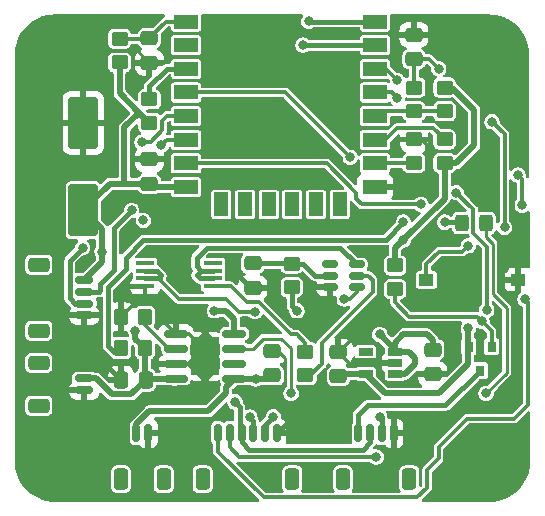
<source format=gbr>
%TF.GenerationSoftware,KiCad,Pcbnew,9.0.6-9.0.6~ubuntu22.04.1*%
%TF.CreationDate,2026-01-04T20:59:47+05:30*%
%TF.ProjectId,TWIN_NODE,5457494e-5f4e-44f4-9445-2e6b69636164,rev?*%
%TF.SameCoordinates,Original*%
%TF.FileFunction,Copper,L1,Top*%
%TF.FilePolarity,Positive*%
%FSLAX46Y46*%
G04 Gerber Fmt 4.6, Leading zero omitted, Abs format (unit mm)*
G04 Created by KiCad (PCBNEW 9.0.6-9.0.6~ubuntu22.04.1) date 2026-01-04 20:59:47*
%MOMM*%
%LPD*%
G01*
G04 APERTURE LIST*
G04 Aperture macros list*
%AMRoundRect*
0 Rectangle with rounded corners*
0 $1 Rounding radius*
0 $2 $3 $4 $5 $6 $7 $8 $9 X,Y pos of 4 corners*
0 Add a 4 corners polygon primitive as box body*
4,1,4,$2,$3,$4,$5,$6,$7,$8,$9,$2,$3,0*
0 Add four circle primitives for the rounded corners*
1,1,$1+$1,$2,$3*
1,1,$1+$1,$4,$5*
1,1,$1+$1,$6,$7*
1,1,$1+$1,$8,$9*
0 Add four rect primitives between the rounded corners*
20,1,$1+$1,$2,$3,$4,$5,0*
20,1,$1+$1,$4,$5,$6,$7,0*
20,1,$1+$1,$6,$7,$8,$9,0*
20,1,$1+$1,$8,$9,$2,$3,0*%
G04 Aperture macros list end*
%TA.AperFunction,ComponentPad*%
%ADD10C,0.800000*%
%TD*%
%TA.AperFunction,ComponentPad*%
%ADD11C,6.400000*%
%TD*%
%TA.AperFunction,SMDPad,CuDef*%
%ADD12RoundRect,0.250000X0.450000X-0.350000X0.450000X0.350000X-0.450000X0.350000X-0.450000X-0.350000X0*%
%TD*%
%TA.AperFunction,SMDPad,CuDef*%
%ADD13RoundRect,0.250000X0.475000X-0.337500X0.475000X0.337500X-0.475000X0.337500X-0.475000X-0.337500X0*%
%TD*%
%TA.AperFunction,SMDPad,CuDef*%
%ADD14RoundRect,0.050000X-0.730000X-0.150000X0.730000X-0.150000X0.730000X0.150000X-0.730000X0.150000X0*%
%TD*%
%TA.AperFunction,SMDPad,CuDef*%
%ADD15RoundRect,0.150000X-0.150000X-0.625000X0.150000X-0.625000X0.150000X0.625000X-0.150000X0.625000X0*%
%TD*%
%TA.AperFunction,SMDPad,CuDef*%
%ADD16RoundRect,0.250000X-0.350000X-0.650000X0.350000X-0.650000X0.350000X0.650000X-0.350000X0.650000X0*%
%TD*%
%TA.AperFunction,SMDPad,CuDef*%
%ADD17RoundRect,0.150000X-0.825000X-0.150000X0.825000X-0.150000X0.825000X0.150000X-0.825000X0.150000X0*%
%TD*%
%TA.AperFunction,HeatsinkPad*%
%ADD18C,0.800000*%
%TD*%
%TA.AperFunction,HeatsinkPad*%
%ADD19R,2.410000X3.300000*%
%TD*%
%TA.AperFunction,SMDPad,CuDef*%
%ADD20RoundRect,0.250000X-0.475000X0.337500X-0.475000X-0.337500X0.475000X-0.337500X0.475000X0.337500X0*%
%TD*%
%TA.AperFunction,SMDPad,CuDef*%
%ADD21RoundRect,0.250000X0.350000X0.450000X-0.350000X0.450000X-0.350000X-0.450000X0.350000X-0.450000X0*%
%TD*%
%TA.AperFunction,SMDPad,CuDef*%
%ADD22RoundRect,0.250000X-0.450000X0.350000X-0.450000X-0.350000X0.450000X-0.350000X0.450000X0.350000X0*%
%TD*%
%TA.AperFunction,SMDPad,CuDef*%
%ADD23RoundRect,0.150000X-0.625000X0.150000X-0.625000X-0.150000X0.625000X-0.150000X0.625000X0.150000X0*%
%TD*%
%TA.AperFunction,SMDPad,CuDef*%
%ADD24RoundRect,0.250000X-0.650000X0.350000X-0.650000X-0.350000X0.650000X-0.350000X0.650000X0.350000X0*%
%TD*%
%TA.AperFunction,SMDPad,CuDef*%
%ADD25RoundRect,0.250000X0.337500X0.475000X-0.337500X0.475000X-0.337500X-0.475000X0.337500X-0.475000X0*%
%TD*%
%TA.AperFunction,SMDPad,CuDef*%
%ADD26RoundRect,0.250000X1.000000X-1.950000X1.000000X1.950000X-1.000000X1.950000X-1.000000X-1.950000X0*%
%TD*%
%TA.AperFunction,SMDPad,CuDef*%
%ADD27RoundRect,0.250000X-0.325000X-0.450000X0.325000X-0.450000X0.325000X0.450000X-0.325000X0.450000X0*%
%TD*%
%TA.AperFunction,SMDPad,CuDef*%
%ADD28R,2.000000X1.200000*%
%TD*%
%TA.AperFunction,SMDPad,CuDef*%
%ADD29R,1.200000X2.000000*%
%TD*%
%TA.AperFunction,SMDPad,CuDef*%
%ADD30R,1.250000X0.650000*%
%TD*%
%TA.AperFunction,SMDPad,CuDef*%
%ADD31R,1.250000X1.000000*%
%TD*%
%TA.AperFunction,SMDPad,CuDef*%
%ADD32R,0.802000X0.972000*%
%TD*%
%TA.AperFunction,SMDPad,CuDef*%
%ADD33RoundRect,0.150000X0.512500X0.150000X-0.512500X0.150000X-0.512500X-0.150000X0.512500X-0.150000X0*%
%TD*%
%TA.AperFunction,ViaPad*%
%ADD34C,0.800000*%
%TD*%
%TA.AperFunction,Conductor*%
%ADD35C,0.500000*%
%TD*%
%TA.AperFunction,Conductor*%
%ADD36C,0.250000*%
%TD*%
%TA.AperFunction,Conductor*%
%ADD37C,0.300000*%
%TD*%
%TA.AperFunction,Conductor*%
%ADD38C,0.400000*%
%TD*%
G04 APERTURE END LIST*
D10*
%TO.P,H1,1,1*%
%TO.N,GND*%
X141600000Y-66800000D03*
X142302944Y-65102944D03*
X142302944Y-68497056D03*
X144000000Y-64400000D03*
D11*
X144000000Y-66800000D03*
D10*
X144000000Y-69200000D03*
X145697056Y-65102944D03*
X145697056Y-68497056D03*
X146400000Y-66800000D03*
%TD*%
D12*
%TO.P,R4,1*%
%TO.N,/BAT*%
X164060000Y-86500000D03*
%TO.P,R4,2*%
%TO.N,Net-(U3-VCC)*%
X164060000Y-84500000D03*
%TD*%
D10*
%TO.P,H2,1,1*%
%TO.N,GND*%
X178399315Y-66762500D03*
X179102259Y-65065444D03*
X179102259Y-68459556D03*
X180799315Y-64362500D03*
D11*
X180799315Y-66762500D03*
D10*
X180799315Y-69162500D03*
X182496371Y-65065444D03*
X182496371Y-68459556D03*
X183199315Y-66762500D03*
%TD*%
D13*
%TO.P,C4,1*%
%TO.N,/3.3V*%
X152000000Y-77752500D03*
%TO.P,C4,2*%
%TO.N,GND*%
X152000000Y-75677500D03*
%TD*%
D14*
%TO.P,Q1,1*%
%TO.N,unconnected-(Q1-Pad1)*%
X151620000Y-84467500D03*
%TO.P,Q1,2*%
%TO.N,Net-(U3-OD)*%
X151620000Y-85117500D03*
%TO.P,Q1,3*%
X151620000Y-85767500D03*
%TO.P,Q1,4*%
%TO.N,GND*%
X151620000Y-86417500D03*
%TO.P,Q1,5*%
%TO.N,Net-(Q1-Pad5)*%
X157380000Y-86417500D03*
%TO.P,Q1,6*%
%TO.N,Net-(U3-OC)*%
X157380000Y-85767500D03*
%TO.P,Q1,7*%
X157380000Y-85117500D03*
%TO.P,Q1,8*%
%TO.N,unconnected-(Q1-Pad1)_1*%
X157380000Y-84467500D03*
%TD*%
D15*
%TO.P,J3,1,Pin_1*%
%TO.N,/BAT*%
X150900000Y-98875000D03*
%TO.P,J3,2,Pin_2*%
%TO.N,GND*%
X151900000Y-98875000D03*
D16*
%TO.P,J3,MP*%
%TO.N,N/C*%
X149600000Y-102750000D03*
X153200000Y-102750000D03*
%TD*%
D17*
%TO.P,U2,1,TEMP*%
%TO.N,GND*%
X154250000Y-90452500D03*
%TO.P,U2,2,PROG*%
%TO.N,Net-(U2-PROG)*%
X154250000Y-91722500D03*
%TO.P,U2,3,GND*%
%TO.N,GND*%
X154250000Y-92992500D03*
%TO.P,U2,4,V_{CC}*%
%TO.N,/SOLAR_PANNEL*%
X154250000Y-94262500D03*
%TO.P,U2,5,BAT*%
%TO.N,/BAT*%
X159200000Y-94262500D03*
%TO.P,U2,6,~{STDBY}*%
%TO.N,unconnected-(U2-~{STDBY}-Pad6)*%
X159200000Y-92992500D03*
%TO.P,U2,7,~{CHRG}*%
%TO.N,Net-(D1-A)*%
X159200000Y-91722500D03*
%TO.P,U2,8,CE*%
%TO.N,/SOLAR_PANNEL*%
X159200000Y-90452500D03*
D18*
%TO.P,U2,9,EPAD*%
%TO.N,GND*%
X156025000Y-91157500D03*
X156025000Y-92357500D03*
X156025000Y-93557500D03*
D19*
X156725000Y-92357500D03*
D18*
X157425000Y-91157500D03*
X157425000Y-92357500D03*
X157425000Y-93557500D03*
%TD*%
D20*
%TO.P,C6,1*%
%TO.N,/RST*%
X152000000Y-65425000D03*
%TO.P,C6,2*%
%TO.N,GND*%
X152000000Y-67500000D03*
%TD*%
D12*
%TO.P,R10,1*%
%TO.N,Net-(U3-CS)*%
X165200000Y-93962500D03*
%TO.P,R10,2*%
%TO.N,Net-(Q1-Pad5)*%
X165200000Y-91962500D03*
%TD*%
%TO.P,R11,1*%
%TO.N,/MOS*%
X172800000Y-86667500D03*
%TO.P,R11,2*%
%TO.N,/3.3V*%
X172800000Y-84667500D03*
%TD*%
%TO.P,R9,1*%
%TO.N,/GPIO0*%
X174400000Y-71600000D03*
%TO.P,R9,2*%
%TO.N,Net-(C7-Pad1)*%
X174400000Y-69600000D03*
%TD*%
D21*
%TO.P,R1,1*%
%TO.N,/SOLAR_PANNEL*%
X151625000Y-91666250D03*
%TO.P,R1,2*%
%TO.N,Net-(D1-K)*%
X149625000Y-91666250D03*
%TD*%
D12*
%TO.P,R3,1*%
%TO.N,/GPIO15*%
X174400000Y-76000000D03*
%TO.P,R3,2*%
%TO.N,GND*%
X174400000Y-74000000D03*
%TD*%
D22*
%TO.P,R7,1*%
%TO.N,/RST*%
X149475000Y-65475000D03*
%TO.P,R7,2*%
%TO.N,/3.3V*%
X149475000Y-67475000D03*
%TD*%
D23*
%TO.P,J4,1,Pin_1*%
%TO.N,/3.3V*%
X146500000Y-85890000D03*
%TO.P,J4,2,Pin_2*%
%TO.N,/TX*%
X146500000Y-86890000D03*
%TO.P,J4,3,Pin_3*%
%TO.N,/RX*%
X146500000Y-87890000D03*
%TO.P,J4,4,Pin_4*%
%TO.N,GND*%
X146500000Y-88890000D03*
D24*
%TO.P,J4,MP*%
%TO.N,N/C*%
X142625000Y-84590000D03*
X142625000Y-90190000D03*
%TD*%
D25*
%TO.P,C1,1*%
%TO.N,/SOLAR_PANNEL*%
X151692500Y-94362500D03*
%TO.P,C1,2*%
%TO.N,GND*%
X149617500Y-94362500D03*
%TD*%
D13*
%TO.P,C8,1*%
%TO.N,/3.3V*%
X168000000Y-94037500D03*
%TO.P,C8,2*%
%TO.N,GND*%
X168000000Y-91962500D03*
%TD*%
D20*
%TO.P,C5,1*%
%TO.N,Net-(U3-VCC)*%
X160760000Y-84492500D03*
%TO.P,C5,2*%
%TO.N,GND*%
X160760000Y-86567500D03*
%TD*%
D10*
%TO.P,H3,1,1*%
%TO.N,GND*%
X178399315Y-101237500D03*
X179102259Y-99540444D03*
X179102259Y-102934556D03*
X180799315Y-98837500D03*
D11*
X180799315Y-101237500D03*
D10*
X180799315Y-103637500D03*
X182496371Y-99540444D03*
X182496371Y-102934556D03*
X183199315Y-101237500D03*
%TD*%
D15*
%TO.P,J1,1,Pin_1*%
%TO.N,/D1*%
X157800000Y-98875000D03*
%TO.P,J1,2,Pin_2*%
%TO.N,/D2*%
X158800000Y-98875000D03*
%TO.P,J1,3,Pin_3*%
%TO.N,/D3{slash}TRIG*%
X159800000Y-98875000D03*
%TO.P,J1,4,Pin_4*%
%TO.N,/D4*%
X160800000Y-98875000D03*
%TO.P,J1,5,Pin_5*%
%TO.N,/IN1{slash}ECHO*%
X161800000Y-98875000D03*
%TO.P,J1,6,Pin_6*%
%TO.N,GND*%
X162800000Y-98875000D03*
D16*
%TO.P,J1,MP*%
%TO.N,N/C*%
X156500000Y-102750000D03*
X164100000Y-102750000D03*
%TD*%
D21*
%TO.P,R2,1*%
%TO.N,Net-(U2-PROG)*%
X151625000Y-89000000D03*
%TO.P,R2,2*%
%TO.N,GND*%
X149625000Y-89000000D03*
%TD*%
D26*
%TO.P,C3,1*%
%TO.N,/3.3V*%
X146400000Y-80000000D03*
%TO.P,C3,2*%
%TO.N,GND*%
X146400000Y-72600000D03*
%TD*%
D10*
%TO.P,H4,1,1*%
%TO.N,GND*%
X141600000Y-101275000D03*
X142302944Y-99577944D03*
X142302944Y-102972056D03*
X144000000Y-98875000D03*
D11*
X144000000Y-101275000D03*
D10*
X144000000Y-103675000D03*
X145697056Y-99577944D03*
X145697056Y-102972056D03*
X146400000Y-101275000D03*
%TD*%
D22*
%TO.P,R6,1*%
%TO.N,/EN*%
X152000000Y-70588750D03*
%TO.P,R6,2*%
%TO.N,/3.3V*%
X152000000Y-72588750D03*
%TD*%
D13*
%TO.P,C7,1*%
%TO.N,Net-(C7-Pad1)*%
X174400000Y-67200000D03*
%TO.P,C7,2*%
%TO.N,GND*%
X174400000Y-65125000D03*
%TD*%
D27*
%TO.P,D1,1,K*%
%TO.N,Net-(D1-K)*%
X178450000Y-81067500D03*
%TO.P,D1,2,A*%
%TO.N,Net-(D1-A)*%
X180500000Y-81067500D03*
%TD*%
D13*
%TO.P,C2,1*%
%TO.N,/BAT*%
X162400000Y-93970000D03*
%TO.P,C2,2*%
%TO.N,GND*%
X162400000Y-91895000D03*
%TD*%
D20*
%TO.P,C9,1*%
%TO.N,/BAT*%
X176000000Y-91785000D03*
%TO.P,C9,2*%
%TO.N,GND*%
X176000000Y-93860000D03*
%TD*%
D28*
%TO.P,U1,1,RST*%
%TO.N,/RST*%
X155100000Y-64020000D03*
%TO.P,U1,2,ADC*%
%TO.N,unconnected-(U1-ADC-Pad2)*%
X155100000Y-66020000D03*
%TO.P,U1,3,EN*%
%TO.N,/EN*%
X155100000Y-68020000D03*
%TO.P,U1,4,GPIO16*%
%TO.N,/IN1{slash}ECHO*%
X155100000Y-70020000D03*
%TO.P,U1,5,GPIO14*%
%TO.N,/D4*%
X155100000Y-72020000D03*
%TO.P,U1,6,GPIO12*%
%TO.N,/D3{slash}TRIG*%
X155100000Y-74020000D03*
%TO.P,U1,7,GPIO13*%
%TO.N,/MOS*%
X155100000Y-76020000D03*
%TO.P,U1,8,VCC*%
%TO.N,/3.3V*%
X155100000Y-78020000D03*
D29*
%TO.P,U1,9,CS0*%
%TO.N,unconnected-(U1-CS0-Pad9)*%
X158100000Y-79500000D03*
%TO.P,U1,10,MISO*%
%TO.N,unconnected-(U1-MISO-Pad10)*%
X160100000Y-79500000D03*
%TO.P,U1,11,IO9*%
%TO.N,unconnected-(U1-IO9-Pad11)*%
X162100000Y-79500000D03*
%TO.P,U1,12,IO10*%
%TO.N,unconnected-(U1-IO10-Pad12)*%
X164100000Y-79500000D03*
%TO.P,U1,13,MOSI*%
%TO.N,unconnected-(U1-MOSI-Pad13)*%
X166100000Y-79500000D03*
%TO.P,U1,14,SCLK*%
%TO.N,unconnected-(U1-SCLK-Pad14)*%
X168100000Y-79500000D03*
D28*
%TO.P,U1,15,GND*%
%TO.N,GND*%
X171100000Y-78020000D03*
%TO.P,U1,16,GPIO15*%
%TO.N,/GPIO15*%
X171100000Y-76020000D03*
%TO.P,U1,17,GPIO2*%
%TO.N,/GPIO2*%
X171100000Y-74020000D03*
%TO.P,U1,18,GPIO0*%
%TO.N,/GPIO0*%
X171100000Y-72020000D03*
%TO.P,U1,19,GPIO4*%
%TO.N,/D1*%
X171100000Y-70020000D03*
%TO.P,U1,20,GPIO5*%
%TO.N,/D2*%
X171100000Y-68020000D03*
%TO.P,U1,21,RXD*%
%TO.N,/RX*%
X171100000Y-66020000D03*
%TO.P,U1,22,TXD*%
%TO.N,/TX*%
X171100000Y-64020000D03*
%TD*%
D12*
%TO.P,R8,1*%
%TO.N,/GPIO0*%
X177000000Y-71600000D03*
%TO.P,R8,2*%
%TO.N,/3.3V*%
X177000000Y-69600000D03*
%TD*%
D22*
%TO.P,R5,1*%
%TO.N,/GPIO2*%
X177000000Y-74000000D03*
%TO.P,R5,2*%
%TO.N,/3.3V*%
X177000000Y-76000000D03*
%TD*%
D30*
%TO.P,IC1,1,VIN*%
%TO.N,/BAT*%
X172800000Y-93842500D03*
%TO.P,IC1,2,GND*%
%TO.N,GND*%
X172800000Y-92902500D03*
%TO.P,IC1,3,EN*%
%TO.N,/BAT*%
X172800000Y-91962500D03*
%TO.P,IC1,4,SNS*%
%TO.N,unconnected-(IC1-SNS-Pad4)*%
X170300000Y-91962500D03*
%TO.P,IC1,5,VOUT*%
%TO.N,/3.3V*%
X170300000Y-93842500D03*
%TD*%
D15*
%TO.P,J2,1,Pin_1*%
%TO.N,/US_PWR*%
X169700000Y-98875000D03*
%TO.P,J2,2,Pin_2*%
%TO.N,/D3{slash}TRIG*%
X170700000Y-98875000D03*
%TO.P,J2,3,Pin_3*%
%TO.N,/IN1{slash}ECHO*%
X171700000Y-98875000D03*
%TO.P,J2,4,Pin_4*%
%TO.N,GND*%
X172700000Y-98875000D03*
D16*
%TO.P,J2,MP*%
%TO.N,N/C*%
X168400000Y-102750000D03*
X174000000Y-102750000D03*
%TD*%
D23*
%TO.P,J5,1,Pin_1*%
%TO.N,/SOLAR_PANNEL*%
X146500000Y-94230000D03*
%TO.P,J5,2,Pin_2*%
%TO.N,GND*%
X146500000Y-95230000D03*
D24*
%TO.P,J5,MP*%
%TO.N,N/C*%
X142625000Y-92930000D03*
X142625000Y-96530000D03*
%TD*%
D31*
%TO.P,SW1,1,1*%
%TO.N,Net-(C7-Pad1)*%
X175450000Y-85867500D03*
%TO.P,SW1,2,2*%
%TO.N,GND*%
X183200000Y-85867500D03*
%TD*%
D32*
%TO.P,T1,1*%
%TO.N,/MOS*%
X180965200Y-91530500D03*
%TO.P,T1,2*%
%TO.N,/3.3V*%
X179034800Y-91530500D03*
%TO.P,T1,3*%
%TO.N,/US_PWR*%
X180000000Y-93562500D03*
%TD*%
D33*
%TO.P,U3,1,OD*%
%TO.N,Net-(U3-OD)*%
X169567500Y-86467500D03*
%TO.P,U3,2,CS*%
%TO.N,Net-(U3-CS)*%
X169567500Y-85517500D03*
%TO.P,U3,3,OC*%
%TO.N,Net-(U3-OC)*%
X169567500Y-84567500D03*
%TO.P,U3,4,TD*%
%TO.N,unconnected-(U3-TD-Pad4)*%
X167292500Y-84567500D03*
%TO.P,U3,5,VCC*%
%TO.N,Net-(U3-VCC)*%
X167292500Y-85517500D03*
%TO.P,U3,6,GND*%
%TO.N,GND*%
X167292500Y-86467500D03*
%TD*%
D34*
%TO.N,/SOLAR_PANNEL*%
X150816021Y-90225741D03*
X157500000Y-88500000D03*
%TO.N,GND*%
X154500000Y-85500000D03*
X166000000Y-103000000D03*
X162500000Y-85500000D03*
X182000000Y-85000000D03*
X146750000Y-84250000D03*
X171000000Y-103500000D03*
X162500000Y-95500000D03*
X160200000Y-89400000D03*
X161750000Y-103000000D03*
X183000000Y-80750000D03*
X176000000Y-82500000D03*
X159000000Y-85000000D03*
X171000000Y-88600000D03*
%TO.N,/BAT*%
X171500000Y-90500000D03*
X164500000Y-88500000D03*
X161000000Y-94262500D03*
%TO.N,/3.3V*%
X173500000Y-82500000D03*
X179000000Y-90000000D03*
X148000000Y-83500000D03*
%TO.N,Net-(D1-A)*%
X164000000Y-95500000D03*
X180500000Y-95500000D03*
%TO.N,Net-(D1-K)*%
X177000000Y-81000000D03*
X173500000Y-81000000D03*
%TO.N,Net-(C7-Pad1)*%
X176500000Y-68000000D03*
X179000000Y-83000000D03*
%TO.N,/D3{slash}TRIG*%
X159252982Y-96200000D03*
X153000000Y-74500000D03*
%TO.N,/D2*%
X181000000Y-72500000D03*
X171200000Y-100875000D03*
X173000000Y-69000000D03*
X182067291Y-81432709D03*
%TO.N,/D4*%
X151370000Y-74220000D03*
X160500000Y-97500000D03*
%TO.N,/IN1{slash}ECHO*%
X180565686Y-88434314D03*
X162495321Y-97465095D03*
X169000000Y-75500000D03*
X178000000Y-78500000D03*
X171500000Y-97500000D03*
%TO.N,/TX*%
X150500000Y-80000000D03*
X165500000Y-64000000D03*
%TO.N,/RX*%
X165000000Y-66000000D03*
X146350000Y-83150000D03*
X151500000Y-80850000D03*
%TO.N,Net-(U3-OD)*%
X160941309Y-88572680D03*
X168500000Y-87500000D03*
%TO.N,/MOS*%
X180165300Y-89404983D03*
X175000000Y-79500000D03*
%TO.N,/D1*%
X183565686Y-79565686D03*
X183200000Y-77000000D03*
X173000000Y-70500000D03*
X183810015Y-87501998D03*
%TD*%
D35*
%TO.N,/SOLAR_PANNEL*%
X150816021Y-90857271D02*
X151625000Y-91666250D01*
X148838500Y-95588500D02*
X147480000Y-94230000D01*
X147480000Y-94230000D02*
X146500000Y-94230000D01*
X150816021Y-90225741D02*
X150816021Y-90857271D01*
X151625000Y-91962500D02*
X151625000Y-94295000D01*
X151692500Y-94807500D02*
X151692500Y-94362500D01*
X159200000Y-89200000D02*
X159000000Y-89000000D01*
X150466500Y-95588500D02*
X148838500Y-95588500D01*
X154250000Y-94262500D02*
X151792500Y-94262500D01*
X159000000Y-89000000D02*
X158500000Y-88500000D01*
X159200000Y-90452500D02*
X159200000Y-89200000D01*
X151692500Y-94362500D02*
X150466500Y-95588500D01*
X158500000Y-88500000D02*
X157500000Y-88500000D01*
X151792500Y-94262500D02*
X151692500Y-94362500D01*
X151625000Y-94295000D02*
X151692500Y-94362500D01*
X154150000Y-94362500D02*
X154250000Y-94262500D01*
D36*
%TO.N,GND*%
X168000000Y-91962500D02*
X171000000Y-88962500D01*
D37*
X153000000Y-88500000D02*
X152399000Y-87899000D01*
X144300000Y-66500000D02*
X144000000Y-66800000D01*
X152399000Y-87899000D02*
X150726000Y-87899000D01*
D38*
X146500000Y-91245000D02*
X146500000Y-88890000D01*
D37*
X154250000Y-90452500D02*
X153547500Y-90452500D01*
D36*
X168940000Y-92902500D02*
X168000000Y-91962500D01*
D37*
X168000000Y-92297420D02*
X168000000Y-91962500D01*
X175500000Y-77000000D02*
X174480000Y-78020000D01*
D36*
X163500000Y-92500000D02*
X163500000Y-94500000D01*
D38*
X162500000Y-95750000D02*
X162500000Y-95500000D01*
D37*
X154250000Y-90452500D02*
X155320000Y-90452500D01*
X175000000Y-74000000D02*
X175500000Y-74500000D01*
D38*
X160567500Y-86567500D02*
X159000000Y-85000000D01*
D36*
X162574726Y-95500000D02*
X163499000Y-94575726D01*
D38*
X149617500Y-94362500D02*
X146500000Y-91245000D01*
D37*
X149625000Y-88875000D02*
X149625000Y-89562500D01*
D36*
X162400000Y-91895000D02*
X162895000Y-91895000D01*
D38*
X163750000Y-97925000D02*
X163750000Y-97000000D01*
D36*
X172800000Y-92902500D02*
X168940000Y-92902500D01*
D37*
X153000000Y-89202500D02*
X153000000Y-88500000D01*
D36*
X162895000Y-91895000D02*
X163500000Y-92500000D01*
D38*
X160760000Y-86567500D02*
X160567500Y-86567500D01*
D37*
X153547500Y-90452500D02*
X153500000Y-90500000D01*
X174480000Y-78020000D02*
X171100000Y-78020000D01*
X154250000Y-90452500D02*
X153000000Y-89202500D01*
D38*
X163750000Y-97000000D02*
X162500000Y-95750000D01*
D37*
X175500000Y-74500000D02*
X175500000Y-77000000D01*
D38*
X162800000Y-98875000D02*
X163750000Y-97925000D01*
D37*
X174400000Y-74000000D02*
X175000000Y-74000000D01*
X160917500Y-86417500D02*
X161274000Y-86774000D01*
D36*
X150999000Y-66499000D02*
X152000000Y-67500000D01*
X171000000Y-88962500D02*
X171000000Y-88600000D01*
X162500000Y-95500000D02*
X162574726Y-95500000D01*
X146400000Y-66800000D02*
X146701000Y-66499000D01*
D37*
X150726000Y-87899000D02*
X149625000Y-89000000D01*
D36*
X146701000Y-66499000D02*
X150999000Y-66499000D01*
D37*
X155320000Y-90452500D02*
X156025000Y-91157500D01*
D35*
%TO.N,/BAT*%
X158500000Y-95500000D02*
X157000000Y-97000000D01*
D38*
X164060000Y-86500000D02*
X164060000Y-88060000D01*
D35*
X173657500Y-93842500D02*
X174500000Y-93000000D01*
X176000000Y-91000000D02*
X175500000Y-90500000D01*
X173962500Y-91962500D02*
X172800000Y-91962500D01*
X176000000Y-91785000D02*
X176000000Y-91000000D01*
X159200000Y-94262500D02*
X161000000Y-94262500D01*
X159200000Y-94262500D02*
X158500000Y-94962500D01*
X175500000Y-90500000D02*
X173500000Y-90500000D01*
X152000001Y-97000000D02*
X150900000Y-98100001D01*
X162107500Y-94262500D02*
X162400000Y-93970000D01*
X161000000Y-94262500D02*
X162107500Y-94262500D01*
X158500000Y-94962500D02*
X158500000Y-95500000D01*
X174500000Y-93000000D02*
X174500000Y-92500000D01*
X150900000Y-98100001D02*
X150900000Y-98875000D01*
X172800000Y-91200000D02*
X172800000Y-91962500D01*
X172800000Y-91962500D02*
X172800000Y-91800000D01*
X173500000Y-90500000D02*
X172800000Y-91200000D01*
X172800000Y-93842500D02*
X173657500Y-93842500D01*
X174500000Y-92500000D02*
X173962500Y-91962500D01*
X172800000Y-91800000D02*
X171500000Y-90500000D01*
X157000000Y-97000000D02*
X152000001Y-97000000D01*
D38*
X164060000Y-88060000D02*
X164500000Y-88500000D01*
D35*
%TO.N,/3.3V*%
X151140625Y-71729375D02*
X149475000Y-70063750D01*
X176500000Y-95500000D02*
X179000000Y-93000000D01*
X150400000Y-77752500D02*
X149890000Y-77752500D01*
X149890000Y-77752500D02*
X148647500Y-77752500D01*
X179500000Y-74500000D02*
X178000000Y-76000000D01*
X177000000Y-79000000D02*
X173500000Y-82500000D01*
X172800000Y-83200000D02*
X172800000Y-84667500D01*
X179000000Y-90000000D02*
X179000000Y-91495700D01*
X149475000Y-70063750D02*
X149475000Y-67475000D01*
X178000000Y-76000000D02*
X177000000Y-76000000D01*
X179000000Y-93000000D02*
X179000000Y-91565300D01*
X149075000Y-67475000D02*
X149475000Y-67475000D01*
X170300000Y-93842500D02*
X171957500Y-95500000D01*
X173500000Y-82500000D02*
X172800000Y-83200000D01*
X148647500Y-77752500D02*
X146400000Y-80000000D01*
X179500000Y-71500000D02*
X179500000Y-74500000D01*
X152000000Y-72588750D02*
X151140625Y-71729375D01*
X177000000Y-76000000D02*
X177000000Y-79000000D01*
X151140625Y-71729375D02*
X149890000Y-72980000D01*
X171957500Y-95500000D02*
X176500000Y-95500000D01*
X152267500Y-78020000D02*
X152000000Y-77752500D01*
X155100000Y-78020000D02*
X152267500Y-78020000D01*
X177600000Y-69600000D02*
X177000000Y-69600000D01*
X148000000Y-83500000D02*
X148000000Y-84390000D01*
X149890000Y-72980000D02*
X149890000Y-77752500D01*
X170300000Y-93842500D02*
X168195000Y-93842500D01*
X179000000Y-91565300D02*
X179034800Y-91530500D01*
X179500000Y-71500000D02*
X177600000Y-69600000D01*
X148000000Y-83500000D02*
X148000000Y-81600000D01*
X179000000Y-91495700D02*
X179034800Y-91530500D01*
X152000000Y-77752500D02*
X150400000Y-77752500D01*
X155080000Y-78000000D02*
X155100000Y-78020000D01*
X148000000Y-81600000D02*
X146400000Y-80000000D01*
X176800000Y-69600000D02*
X177600000Y-69600000D01*
X168195000Y-93842500D02*
X168000000Y-94037500D01*
X148000000Y-84390000D02*
X146500000Y-85890000D01*
D38*
%TO.N,Net-(U3-VCC)*%
X164052500Y-84492500D02*
X164060000Y-84500000D01*
X164060000Y-84500000D02*
X165000000Y-84500000D01*
X165000000Y-84500000D02*
X166017500Y-85517500D01*
X160760000Y-84492500D02*
X164052500Y-84492500D01*
X166017500Y-85517500D02*
X167292500Y-85517500D01*
D37*
%TO.N,/RST*%
X153405000Y-64020000D02*
X155100000Y-64020000D01*
X152000000Y-65425000D02*
X153405000Y-64020000D01*
X149475000Y-65475000D02*
X151950000Y-65475000D01*
X151950000Y-65475000D02*
X152000000Y-65425000D01*
X149525000Y-65425000D02*
X149475000Y-65475000D01*
X151925000Y-65500000D02*
X152000000Y-65425000D01*
D36*
%TO.N,Net-(D1-A)*%
X161627708Y-90856500D02*
X163172292Y-90856500D01*
X181091686Y-87091686D02*
X181091686Y-82841686D01*
X182250000Y-88250000D02*
X181091686Y-87091686D01*
X181091686Y-82841686D02*
X180500000Y-82250000D01*
X160761708Y-91722500D02*
X161627708Y-90856500D01*
X159200000Y-91722500D02*
X160761708Y-91722500D01*
X180500000Y-95500000D02*
X182250000Y-93750000D01*
X182250000Y-93750000D02*
X182250000Y-88250000D01*
X164000000Y-91684208D02*
X164000000Y-95500000D01*
X180500000Y-82250000D02*
X180500000Y-81067500D01*
X163172292Y-90856500D02*
X164000000Y-91684208D01*
D38*
%TO.N,Net-(D1-K)*%
X150000000Y-85000000D02*
X150000000Y-84000000D01*
X149000000Y-92000000D02*
X148500000Y-91500000D01*
X148500000Y-86500000D02*
X150000000Y-85000000D01*
X150000000Y-84000000D02*
X151500000Y-82500000D01*
X149333750Y-91666250D02*
X149000000Y-92000000D01*
X172000000Y-82500000D02*
X173500000Y-81000000D01*
X177000000Y-81000000D02*
X178382500Y-81000000D01*
X148500000Y-91500000D02*
X148500000Y-86500000D01*
X151500000Y-82500000D02*
X172000000Y-82500000D01*
X178382500Y-81000000D02*
X178450000Y-81067500D01*
X149625000Y-91666250D02*
X149333750Y-91666250D01*
D37*
%TO.N,Net-(C7-Pad1)*%
X175450000Y-84550000D02*
X175450000Y-85867500D01*
X174400000Y-67200000D02*
X174400000Y-69600000D01*
X174400000Y-67200000D02*
X175700000Y-67200000D01*
X178500000Y-83500000D02*
X176500000Y-83500000D01*
X176500000Y-83500000D02*
X175450000Y-84550000D01*
X175700000Y-67200000D02*
X176500000Y-68000000D01*
X179000000Y-83000000D02*
X178500000Y-83500000D01*
D38*
%TO.N,/D3{slash}TRIG*%
X159649000Y-96649000D02*
X159649000Y-98724000D01*
X170700000Y-98875000D02*
X170700000Y-99649999D01*
X160400001Y-100250000D02*
X159800000Y-99649999D01*
D37*
X153480000Y-74020000D02*
X153000000Y-74500000D01*
D38*
X159800000Y-99649999D02*
X159800000Y-98875000D01*
X159252982Y-96252982D02*
X159649000Y-96649000D01*
X170700000Y-99649999D02*
X170099999Y-100250000D01*
X159252982Y-96200000D02*
X159252982Y-96252982D01*
X159649000Y-98724000D02*
X159800000Y-98875000D01*
D37*
X155100000Y-74020000D02*
X153480000Y-74020000D01*
D38*
X170099999Y-100250000D02*
X160400001Y-100250000D01*
D37*
%TO.N,/D2*%
X158800000Y-100050000D02*
X159625000Y-100875000D01*
X182067291Y-81432709D02*
X182067291Y-73567291D01*
X182067291Y-73567291D02*
X181000000Y-72500000D01*
X171100000Y-68020000D02*
X172020000Y-68020000D01*
X158800000Y-99655000D02*
X158800000Y-100050000D01*
X172020000Y-68020000D02*
X173000000Y-69000000D01*
X171200000Y-100875000D02*
X159625000Y-100875000D01*
%TO.N,/D4*%
X152096330Y-74220000D02*
X153101000Y-73215330D01*
D38*
X160800000Y-97800000D02*
X160500000Y-97500000D01*
X160800000Y-98875000D02*
X160800000Y-97800000D01*
D37*
X153500000Y-72000000D02*
X155080000Y-72000000D01*
X155080000Y-72000000D02*
X155100000Y-72020000D01*
X153101000Y-73215330D02*
X153101000Y-72399000D01*
X151370000Y-74220000D02*
X152096330Y-74220000D01*
X153101000Y-72399000D02*
X153500000Y-72000000D01*
%TO.N,/IN1{slash}ECHO*%
X178000000Y-78500000D02*
X179426000Y-79926000D01*
D38*
X171700000Y-97700000D02*
X171500000Y-97500000D01*
X161800000Y-98160416D02*
X161800000Y-98875000D01*
X171700000Y-98875000D02*
X171700000Y-97700000D01*
D37*
X163520000Y-70020000D02*
X169000000Y-75500000D01*
X155100000Y-70020000D02*
X163520000Y-70020000D01*
D38*
X162495321Y-97465095D02*
X161800000Y-98160416D01*
D37*
X180565686Y-83065686D02*
X180565686Y-88434314D01*
X179426000Y-81926000D02*
X180565686Y-83065686D01*
X179426000Y-79926000D02*
X179426000Y-81926000D01*
D38*
%TO.N,/US_PWR*%
X177062500Y-96500000D02*
X170500000Y-96500000D01*
X170500000Y-96500000D02*
X169700000Y-97300000D01*
X180000000Y-93562500D02*
X177062500Y-96500000D01*
X169700000Y-97300000D02*
X169700000Y-98875000D01*
%TO.N,/TX*%
X149000000Y-81500000D02*
X150500000Y-80000000D01*
X149000000Y-85079346D02*
X149000000Y-81500000D01*
X165520000Y-64020000D02*
X171100000Y-64020000D01*
X147849000Y-86230346D02*
X149000000Y-85079346D01*
X147709000Y-86890000D02*
X147849000Y-86750000D01*
X147849000Y-86750000D02*
X147849000Y-86230346D01*
X165500000Y-64000000D02*
X165520000Y-64020000D01*
X146500000Y-86890000D02*
X147709000Y-86890000D01*
%TO.N,/RX*%
X146350000Y-83150000D02*
X145250000Y-84250000D01*
X165020000Y-66020000D02*
X165000000Y-66000000D01*
X145250000Y-84250000D02*
X145250000Y-87414999D01*
X145725001Y-87890000D02*
X146500000Y-87890000D01*
X145250000Y-87414999D02*
X145725001Y-87890000D01*
X171100000Y-66020000D02*
X165020000Y-66020000D01*
%TO.N,Net-(U3-OC)*%
X156267500Y-85767500D02*
X157380000Y-85767500D01*
X156382500Y-85117500D02*
X156000000Y-84735000D01*
X156849000Y-83151000D02*
X168151000Y-83151000D01*
X157380000Y-85117500D02*
X156382500Y-85117500D01*
X156000000Y-84735000D02*
X156000000Y-84000000D01*
X156382500Y-85117500D02*
X156000000Y-85500000D01*
X156000000Y-85500000D02*
X156267500Y-85767500D01*
X156000000Y-84000000D02*
X156849000Y-83151000D01*
X168151000Y-83151000D02*
X169567500Y-84567500D01*
D37*
%TO.N,Net-(U3-OD)*%
X169600000Y-86900000D02*
X169000000Y-87500000D01*
X159572680Y-88572680D02*
X158500000Y-87500000D01*
X158500000Y-87500000D02*
X154500000Y-87500000D01*
D38*
X151620000Y-85117500D02*
X152617500Y-85117500D01*
D37*
X160941309Y-88572680D02*
X159572680Y-88572680D01*
D38*
X152732500Y-85767500D02*
X151620000Y-85767500D01*
X152617500Y-85117500D02*
X153000000Y-85500000D01*
D37*
X154500000Y-87500000D02*
X153000000Y-86000000D01*
X169000000Y-87500000D02*
X168500000Y-87500000D01*
D38*
X153000000Y-85500000D02*
X152732500Y-85767500D01*
D37*
X153000000Y-86000000D02*
X153000000Y-85500000D01*
X169600000Y-86467500D02*
X169600000Y-86900000D01*
%TO.N,Net-(Q1-Pad5)*%
X161273095Y-87771680D02*
X160224100Y-87771680D01*
X158869920Y-86417500D02*
X157380000Y-86417500D01*
X164500000Y-90500000D02*
X164000000Y-90500000D01*
X164000000Y-90500000D02*
X163500000Y-90000000D01*
X160224100Y-87771680D02*
X158869920Y-86417500D01*
X165200000Y-91200000D02*
X164500000Y-90500000D01*
X165200000Y-91962500D02*
X165200000Y-91200000D01*
X163500000Y-89998585D02*
X161273095Y-87771680D01*
X163500000Y-90000000D02*
X163500000Y-89998585D01*
%TO.N,Net-(U2-PROG)*%
X153647500Y-91722500D02*
X154250000Y-91722500D01*
X151625000Y-89000000D02*
X151625000Y-89700000D01*
X151625000Y-89700000D02*
X153647500Y-91722500D01*
%TO.N,/GPIO15*%
X171120000Y-76000000D02*
X171100000Y-76020000D01*
X174400000Y-76000000D02*
X171120000Y-76000000D01*
%TO.N,/GPIO2*%
X171100000Y-74020000D02*
X171980000Y-74020000D01*
X171980000Y-74020000D02*
X173000000Y-73000000D01*
X177000000Y-74000000D02*
X177000000Y-73800000D01*
X173000000Y-73000000D02*
X176000000Y-73000000D01*
X176000000Y-73000000D02*
X177000000Y-74000000D01*
D38*
%TO.N,/EN*%
X152000000Y-69500000D02*
X152000000Y-70588750D01*
X152000000Y-69500000D02*
X153480000Y-68020000D01*
D37*
X154720000Y-68400000D02*
X155100000Y-68020000D01*
D38*
X153480000Y-68020000D02*
X155100000Y-68020000D01*
D37*
%TO.N,/GPIO0*%
X174400000Y-71600000D02*
X177000000Y-71600000D01*
X171520000Y-71600000D02*
X171100000Y-72020000D01*
X174400000Y-71600000D02*
X171520000Y-71600000D01*
%TO.N,Net-(U3-CS)*%
X166600000Y-93000000D02*
X166600000Y-91200000D01*
X166600000Y-91200000D02*
X170900000Y-86900000D01*
X170900000Y-86900000D02*
X170900000Y-85900000D01*
X169600000Y-85517500D02*
X170517500Y-85517500D01*
X170517500Y-85517500D02*
X170900000Y-85900000D01*
X165637500Y-93962500D02*
X166600000Y-93000000D01*
X165200000Y-93962500D02*
X165637500Y-93962500D01*
%TO.N,/MOS*%
X169500000Y-78498000D02*
X167022000Y-76020000D01*
X180165300Y-89404983D02*
X179760317Y-89000000D01*
X180965200Y-90204883D02*
X180165300Y-89404983D01*
X169500000Y-79000000D02*
X169500000Y-78498000D01*
X167022000Y-76020000D02*
X155100000Y-76020000D01*
X174000000Y-89000000D02*
X172800000Y-87800000D01*
X180165300Y-89404983D02*
X180404983Y-89404983D01*
X172800000Y-87800000D02*
X172800000Y-86667500D01*
X170000000Y-79500000D02*
X169500000Y-79000000D01*
X179760317Y-89000000D02*
X174000000Y-89000000D01*
X180965200Y-91530500D02*
X180965200Y-90204883D01*
X175000000Y-79500000D02*
X170000000Y-79500000D01*
%TO.N,/D1*%
X178863500Y-97636500D02*
X182863500Y-97636500D01*
X184057746Y-87749729D02*
X183810015Y-87501998D01*
X182863500Y-97636500D02*
X184057746Y-96442254D01*
X161671001Y-104301000D02*
X174699000Y-104301000D01*
X157800000Y-100429999D02*
X161671001Y-104301000D01*
X183565686Y-77365686D02*
X183200000Y-77000000D01*
X184057746Y-96442254D02*
X184057746Y-87749729D01*
X183565686Y-79565686D02*
X183565686Y-77365686D01*
X171100000Y-70020000D02*
X172520000Y-70020000D01*
X176500000Y-100000000D02*
X178863500Y-97636500D01*
X176500000Y-101000000D02*
X176500000Y-100000000D01*
X174699000Y-104301000D02*
X175500000Y-103500000D01*
X175500000Y-102000000D02*
X176500000Y-101000000D01*
X157800000Y-99655000D02*
X157800000Y-100429999D01*
X175500000Y-103500000D02*
X175500000Y-102000000D01*
X172520000Y-70020000D02*
X173000000Y-70500000D01*
%TD*%
%TA.AperFunction,Conductor*%
%TO.N,GND*%
G36*
X184156390Y-97012514D02*
G01*
X184212324Y-97054385D01*
X184236741Y-97119850D01*
X184237056Y-97128341D01*
X184248803Y-101234293D01*
X184248655Y-101240732D01*
X184232503Y-101569528D01*
X184231310Y-101581639D01*
X184183427Y-101904441D01*
X184181053Y-101916375D01*
X184101762Y-102232925D01*
X184098230Y-102244570D01*
X183988290Y-102551833D01*
X183983633Y-102563076D01*
X183844105Y-102858084D01*
X183838368Y-102868816D01*
X183670604Y-103148714D01*
X183663844Y-103158832D01*
X183469440Y-103420955D01*
X183461720Y-103430361D01*
X183242570Y-103672157D01*
X183233965Y-103680762D01*
X182992172Y-103899911D01*
X182982766Y-103907630D01*
X182720643Y-104102035D01*
X182710525Y-104108796D01*
X182430627Y-104276561D01*
X182419895Y-104282297D01*
X182124883Y-104421829D01*
X182113641Y-104426486D01*
X181806392Y-104536423D01*
X181794746Y-104539956D01*
X181478186Y-104619250D01*
X181466252Y-104621624D01*
X181143452Y-104669508D01*
X181131342Y-104670701D01*
X180802641Y-104686851D01*
X180796556Y-104687000D01*
X180759576Y-104687000D01*
X175180610Y-104685102D01*
X175113577Y-104665395D01*
X175067840Y-104612575D01*
X175057920Y-104543413D01*
X175086967Y-104479867D01*
X175092957Y-104473435D01*
X175820480Y-103745913D01*
X175873207Y-103654588D01*
X175900500Y-103552727D01*
X175900500Y-103447273D01*
X175900500Y-102217253D01*
X175920185Y-102150214D01*
X175936815Y-102129576D01*
X176735703Y-101330687D01*
X176735708Y-101330684D01*
X176745911Y-101320480D01*
X176745913Y-101320480D01*
X176820480Y-101245913D01*
X176873207Y-101154587D01*
X176888001Y-101099375D01*
X176900501Y-101052727D01*
X176900501Y-100947273D01*
X176900500Y-100947269D01*
X176900500Y-100217254D01*
X176920185Y-100150215D01*
X176936819Y-100129573D01*
X178993073Y-98073319D01*
X179054396Y-98039834D01*
X179080754Y-98037000D01*
X182916225Y-98037000D01*
X182916227Y-98037000D01*
X183018088Y-98009707D01*
X183109413Y-97956980D01*
X184025378Y-97041013D01*
X184086699Y-97007530D01*
X184156390Y-97012514D01*
G37*
%TD.AperFunction*%
%TA.AperFunction,Conductor*%
G36*
X153216043Y-63403639D02*
G01*
X153283076Y-63423346D01*
X153328813Y-63476166D01*
X153338733Y-63545328D01*
X153309686Y-63608874D01*
X153257403Y-63642448D01*
X153257916Y-63643685D01*
X153251049Y-63646529D01*
X153250895Y-63646628D01*
X153250632Y-63646701D01*
X153250412Y-63646792D01*
X153159087Y-63699520D01*
X153159084Y-63699522D01*
X152307924Y-64550681D01*
X152246601Y-64584166D01*
X152220243Y-64587000D01*
X151477129Y-64587000D01*
X151477123Y-64587001D01*
X151417516Y-64593408D01*
X151282671Y-64643702D01*
X151282664Y-64643706D01*
X151167455Y-64729952D01*
X151167452Y-64729955D01*
X151081206Y-64845164D01*
X151081202Y-64845171D01*
X151028198Y-64987285D01*
X151026744Y-64986742D01*
X150996576Y-65039728D01*
X150934666Y-65072116D01*
X150910469Y-65074500D01*
X150526440Y-65074500D01*
X150459401Y-65054815D01*
X150413646Y-65002011D01*
X150410258Y-64993833D01*
X150368797Y-64882671D01*
X150368793Y-64882664D01*
X150282547Y-64767455D01*
X150282544Y-64767452D01*
X150167335Y-64681206D01*
X150167328Y-64681202D01*
X150032482Y-64630908D01*
X150032483Y-64630908D01*
X149972883Y-64624501D01*
X149972881Y-64624500D01*
X149972873Y-64624500D01*
X149972864Y-64624500D01*
X148977129Y-64624500D01*
X148977123Y-64624501D01*
X148917516Y-64630908D01*
X148782671Y-64681202D01*
X148782664Y-64681206D01*
X148667455Y-64767452D01*
X148667452Y-64767455D01*
X148581206Y-64882664D01*
X148581202Y-64882671D01*
X148530908Y-65017517D01*
X148524501Y-65077116D01*
X148524500Y-65077135D01*
X148524500Y-65872870D01*
X148524501Y-65872876D01*
X148530908Y-65932483D01*
X148581202Y-66067328D01*
X148581206Y-66067335D01*
X148667452Y-66182544D01*
X148667455Y-66182547D01*
X148782664Y-66268793D01*
X148782671Y-66268797D01*
X148917517Y-66319091D01*
X148917516Y-66319091D01*
X148924444Y-66319835D01*
X148977127Y-66325500D01*
X149972872Y-66325499D01*
X150032483Y-66319091D01*
X150167331Y-66268796D01*
X150282546Y-66182546D01*
X150368796Y-66067331D01*
X150376149Y-66047615D01*
X150410258Y-65956167D01*
X150452129Y-65900233D01*
X150517593Y-65875816D01*
X150526440Y-65875500D01*
X150946871Y-65875500D01*
X151013910Y-65895185D01*
X151059665Y-65947989D01*
X151063053Y-65956167D01*
X151081202Y-66004828D01*
X151081206Y-66004835D01*
X151167452Y-66120044D01*
X151167455Y-66120047D01*
X151282664Y-66206293D01*
X151282673Y-66206298D01*
X151302468Y-66213681D01*
X151358402Y-66255551D01*
X151382820Y-66321015D01*
X151367969Y-66389288D01*
X151318565Y-66438694D01*
X151298141Y-66447569D01*
X151205878Y-66478142D01*
X151205875Y-66478143D01*
X151056654Y-66570184D01*
X150932684Y-66694154D01*
X150840643Y-66843375D01*
X150840641Y-66843380D01*
X150785494Y-67009802D01*
X150785493Y-67009809D01*
X150775000Y-67112513D01*
X150775000Y-67250000D01*
X153224999Y-67250000D01*
X153224999Y-67112528D01*
X153224998Y-67112513D01*
X153214505Y-67009802D01*
X153159358Y-66843380D01*
X153159356Y-66843375D01*
X153067315Y-66694154D01*
X152943345Y-66570184D01*
X152794124Y-66478143D01*
X152794119Y-66478141D01*
X152701859Y-66447569D01*
X152644414Y-66407796D01*
X152617591Y-66343280D01*
X152629906Y-66274504D01*
X152677449Y-66223304D01*
X152697533Y-66213680D01*
X152717326Y-66206298D01*
X152717331Y-66206296D01*
X152832546Y-66120046D01*
X152918796Y-66004831D01*
X152969091Y-65869983D01*
X152975500Y-65810373D01*
X152975499Y-65395321D01*
X153849500Y-65395321D01*
X153849500Y-66644678D01*
X153864032Y-66717735D01*
X153864033Y-66717739D01*
X153882405Y-66745235D01*
X153919399Y-66800601D01*
X154002260Y-66855966D01*
X154002264Y-66855967D01*
X154075321Y-66870499D01*
X154075324Y-66870500D01*
X154075326Y-66870500D01*
X156124676Y-66870500D01*
X156124677Y-66870499D01*
X156197740Y-66855966D01*
X156280601Y-66800601D01*
X156335966Y-66717740D01*
X156350500Y-66644674D01*
X156350500Y-66064071D01*
X164349499Y-66064071D01*
X164374497Y-66189738D01*
X164374499Y-66189744D01*
X164423533Y-66308124D01*
X164423538Y-66308133D01*
X164494723Y-66414668D01*
X164494726Y-66414672D01*
X164585327Y-66505273D01*
X164585331Y-66505276D01*
X164691866Y-66576461D01*
X164691872Y-66576464D01*
X164691873Y-66576465D01*
X164810256Y-66625501D01*
X164810260Y-66625501D01*
X164810261Y-66625502D01*
X164935928Y-66650500D01*
X164935931Y-66650500D01*
X165064071Y-66650500D01*
X165162562Y-66630908D01*
X165189744Y-66625501D01*
X165308127Y-66576465D01*
X165414669Y-66505276D01*
X165414673Y-66505271D01*
X165419379Y-66501411D01*
X165420509Y-66502788D01*
X165474450Y-66473334D01*
X165500808Y-66470500D01*
X169725500Y-66470500D01*
X169792539Y-66490185D01*
X169838294Y-66542989D01*
X169849500Y-66594500D01*
X169849500Y-66644678D01*
X169864032Y-66717735D01*
X169864033Y-66717739D01*
X169882405Y-66745235D01*
X169919399Y-66800601D01*
X170002260Y-66855966D01*
X170002264Y-66855967D01*
X170075321Y-66870499D01*
X170075324Y-66870500D01*
X170075326Y-66870500D01*
X172124676Y-66870500D01*
X172124677Y-66870499D01*
X172197740Y-66855966D01*
X172280601Y-66800601D01*
X172335966Y-66717740D01*
X172350500Y-66644674D01*
X172350500Y-65395326D01*
X172350500Y-65395323D01*
X172350499Y-65395321D01*
X172335967Y-65322264D01*
X172335966Y-65322260D01*
X172280601Y-65239399D01*
X172197740Y-65184034D01*
X172197739Y-65184033D01*
X172197735Y-65184032D01*
X172124677Y-65169500D01*
X172124674Y-65169500D01*
X170075326Y-65169500D01*
X170075323Y-65169500D01*
X170002264Y-65184032D01*
X170002260Y-65184033D01*
X169919399Y-65239399D01*
X169864033Y-65322260D01*
X169864032Y-65322264D01*
X169849500Y-65395321D01*
X169849500Y-65445500D01*
X169829815Y-65512539D01*
X169777011Y-65558294D01*
X169725500Y-65569500D01*
X165540807Y-65569500D01*
X165473768Y-65549815D01*
X165453125Y-65533180D01*
X165414672Y-65494726D01*
X165414668Y-65494723D01*
X165308133Y-65423538D01*
X165308124Y-65423533D01*
X165189744Y-65374499D01*
X165189738Y-65374497D01*
X165064071Y-65349500D01*
X165064069Y-65349500D01*
X164935931Y-65349500D01*
X164935929Y-65349500D01*
X164810261Y-65374497D01*
X164810255Y-65374499D01*
X164691875Y-65423533D01*
X164691866Y-65423538D01*
X164585331Y-65494723D01*
X164585327Y-65494726D01*
X164494726Y-65585327D01*
X164494723Y-65585331D01*
X164423538Y-65691866D01*
X164423533Y-65691875D01*
X164374499Y-65810255D01*
X164374497Y-65810261D01*
X164349500Y-65935928D01*
X164349500Y-65935931D01*
X164349500Y-66064069D01*
X164349500Y-66064071D01*
X164349499Y-66064071D01*
X156350500Y-66064071D01*
X156350500Y-65395326D01*
X156350500Y-65395323D01*
X156350499Y-65395321D01*
X156335967Y-65322264D01*
X156335966Y-65322260D01*
X156280601Y-65239399D01*
X156197740Y-65184034D01*
X156197739Y-65184033D01*
X156197735Y-65184032D01*
X156124677Y-65169500D01*
X156124674Y-65169500D01*
X154075326Y-65169500D01*
X154075323Y-65169500D01*
X154002264Y-65184032D01*
X154002260Y-65184033D01*
X153919399Y-65239399D01*
X153864033Y-65322260D01*
X153864032Y-65322264D01*
X153849500Y-65395321D01*
X152975499Y-65395321D01*
X152975499Y-65067254D01*
X152995184Y-65000216D01*
X153011818Y-64979574D01*
X153534574Y-64456819D01*
X153561501Y-64442115D01*
X153587320Y-64425523D01*
X153593520Y-64424631D01*
X153595897Y-64423334D01*
X153622255Y-64420500D01*
X153725500Y-64420500D01*
X153792539Y-64440185D01*
X153838294Y-64492989D01*
X153849500Y-64544500D01*
X153849500Y-64644678D01*
X153864032Y-64717735D01*
X153864033Y-64717739D01*
X153877246Y-64737513D01*
X153919399Y-64800601D01*
X153986101Y-64845169D01*
X154002260Y-64855966D01*
X154002264Y-64855967D01*
X154075321Y-64870499D01*
X154075324Y-64870500D01*
X154075326Y-64870500D01*
X156124676Y-64870500D01*
X156124677Y-64870499D01*
X156197740Y-64855966D01*
X156280601Y-64800601D01*
X156335966Y-64717740D01*
X156350500Y-64644674D01*
X156350500Y-63528748D01*
X156370185Y-63461709D01*
X156422989Y-63415954D01*
X156474540Y-63404748D01*
X164881525Y-63407612D01*
X164948558Y-63427319D01*
X164994295Y-63480139D01*
X165004215Y-63549301D01*
X164984586Y-63600502D01*
X164923537Y-63691868D01*
X164923533Y-63691875D01*
X164874499Y-63810255D01*
X164874497Y-63810261D01*
X164849500Y-63935928D01*
X164849500Y-63935931D01*
X164849500Y-64064069D01*
X164849500Y-64064071D01*
X164849499Y-64064071D01*
X164874497Y-64189738D01*
X164874499Y-64189744D01*
X164923533Y-64308124D01*
X164923538Y-64308133D01*
X164994723Y-64414668D01*
X164994726Y-64414672D01*
X165085327Y-64505273D01*
X165085331Y-64505276D01*
X165191866Y-64576461D01*
X165191872Y-64576464D01*
X165191873Y-64576465D01*
X165310256Y-64625501D01*
X165310260Y-64625501D01*
X165310261Y-64625502D01*
X165435928Y-64650500D01*
X165435931Y-64650500D01*
X165564071Y-64650500D01*
X165662562Y-64630908D01*
X165689744Y-64625501D01*
X165808127Y-64576465D01*
X165914669Y-64505276D01*
X165914673Y-64505271D01*
X165919379Y-64501411D01*
X165920509Y-64502788D01*
X165974450Y-64473334D01*
X166000808Y-64470500D01*
X169725500Y-64470500D01*
X169792539Y-64490185D01*
X169838294Y-64542989D01*
X169849500Y-64594500D01*
X169849500Y-64644678D01*
X169864032Y-64717735D01*
X169864033Y-64717739D01*
X169877246Y-64737513D01*
X169919399Y-64800601D01*
X169986101Y-64845169D01*
X170002260Y-64855966D01*
X170002264Y-64855967D01*
X170075321Y-64870499D01*
X170075324Y-64870500D01*
X170075326Y-64870500D01*
X172124676Y-64870500D01*
X172124677Y-64870499D01*
X172197740Y-64855966D01*
X172280601Y-64800601D01*
X172322754Y-64737513D01*
X173175000Y-64737513D01*
X173175000Y-64875000D01*
X174150000Y-64875000D01*
X174650000Y-64875000D01*
X175624999Y-64875000D01*
X175624999Y-64737528D01*
X175624998Y-64737513D01*
X175614505Y-64634802D01*
X175559358Y-64468380D01*
X175559356Y-64468375D01*
X175467315Y-64319154D01*
X175343345Y-64195184D01*
X175194124Y-64103143D01*
X175194119Y-64103141D01*
X175027697Y-64047994D01*
X175027690Y-64047993D01*
X174924986Y-64037500D01*
X174650000Y-64037500D01*
X174650000Y-64875000D01*
X174150000Y-64875000D01*
X174150000Y-64037500D01*
X173875029Y-64037500D01*
X173875012Y-64037501D01*
X173772302Y-64047994D01*
X173605880Y-64103141D01*
X173605875Y-64103143D01*
X173456654Y-64195184D01*
X173332684Y-64319154D01*
X173240643Y-64468375D01*
X173240641Y-64468380D01*
X173185494Y-64634802D01*
X173185493Y-64634809D01*
X173175000Y-64737513D01*
X172322754Y-64737513D01*
X172335966Y-64717740D01*
X172335967Y-64717735D01*
X172337472Y-64710172D01*
X172337472Y-64710171D01*
X172350499Y-64644678D01*
X172350500Y-64644676D01*
X172350500Y-63534198D01*
X172370185Y-63467159D01*
X172422989Y-63421404D01*
X172474540Y-63410198D01*
X180655876Y-63412984D01*
X180659967Y-63414191D01*
X180703386Y-63413000D01*
X180711382Y-63413003D01*
X180714044Y-63413034D01*
X181035821Y-63420294D01*
X181048169Y-63421190D01*
X181067225Y-63423535D01*
X181367945Y-63460541D01*
X181380131Y-63462663D01*
X181672455Y-63528748D01*
X181694378Y-63533704D01*
X181706283Y-63537027D01*
X182011910Y-63639061D01*
X182023415Y-63643553D01*
X182317318Y-63775544D01*
X182328342Y-63781171D01*
X182597388Y-63935928D01*
X182607607Y-63941806D01*
X182618017Y-63948507D01*
X182879879Y-64136195D01*
X182889565Y-64143897D01*
X183088678Y-64319154D01*
X183131407Y-64356764D01*
X183140280Y-64365398D01*
X183359678Y-64601308D01*
X183367647Y-64610784D01*
X183562436Y-64867409D01*
X183569408Y-64877614D01*
X183691559Y-65077127D01*
X183737636Y-65152386D01*
X183743565Y-65163254D01*
X183883554Y-65453432D01*
X183888370Y-65464837D01*
X183911150Y-65527318D01*
X183989939Y-65743428D01*
X183998721Y-65767514D01*
X184002376Y-65779344D01*
X184081993Y-66091523D01*
X184084450Y-66103657D01*
X184132542Y-66422227D01*
X184133776Y-66434546D01*
X184150030Y-66759717D01*
X184150184Y-66765538D01*
X184150185Y-66765873D01*
X184150185Y-66810095D01*
X184150318Y-66810504D01*
X184150348Y-66820533D01*
X184150347Y-66820536D01*
X184150348Y-66820548D01*
X184179953Y-77168522D01*
X184160461Y-77235618D01*
X184107788Y-77281524D01*
X184038658Y-77291665D01*
X183975020Y-77262822D01*
X183949717Y-77223697D01*
X183947055Y-77225235D01*
X183923266Y-77184032D01*
X183886166Y-77119773D01*
X183886160Y-77119767D01*
X183881219Y-77113327D01*
X183882433Y-77112394D01*
X183853334Y-77059103D01*
X183850500Y-77032745D01*
X183850500Y-76935928D01*
X183825502Y-76810261D01*
X183825501Y-76810260D01*
X183825501Y-76810256D01*
X183787181Y-76717743D01*
X183776466Y-76691875D01*
X183776461Y-76691866D01*
X183705276Y-76585331D01*
X183705273Y-76585327D01*
X183614672Y-76494726D01*
X183614668Y-76494723D01*
X183508133Y-76423538D01*
X183508124Y-76423533D01*
X183389744Y-76374499D01*
X183389738Y-76374497D01*
X183264071Y-76349500D01*
X183264069Y-76349500D01*
X183135931Y-76349500D01*
X183135929Y-76349500D01*
X183010261Y-76374497D01*
X183010255Y-76374499D01*
X182891875Y-76423533D01*
X182891866Y-76423538D01*
X182785331Y-76494723D01*
X182785327Y-76494726D01*
X182694726Y-76585327D01*
X182690860Y-76590039D01*
X182689900Y-76589251D01*
X182641275Y-76629885D01*
X182571949Y-76638588D01*
X182508923Y-76608430D01*
X182472207Y-76548985D01*
X182467791Y-76516186D01*
X182467791Y-73514566D01*
X182467791Y-73514564D01*
X182440498Y-73412704D01*
X182387771Y-73321378D01*
X182313204Y-73246811D01*
X181686819Y-72620426D01*
X181653334Y-72559103D01*
X181650500Y-72532745D01*
X181650500Y-72435928D01*
X181625502Y-72310261D01*
X181625501Y-72310260D01*
X181625501Y-72310256D01*
X181587574Y-72218692D01*
X181576466Y-72191875D01*
X181576461Y-72191866D01*
X181505276Y-72085331D01*
X181505273Y-72085327D01*
X181414672Y-71994726D01*
X181414668Y-71994723D01*
X181308133Y-71923538D01*
X181308124Y-71923533D01*
X181189744Y-71874499D01*
X181189738Y-71874497D01*
X181064071Y-71849500D01*
X181064069Y-71849500D01*
X180935931Y-71849500D01*
X180935929Y-71849500D01*
X180810261Y-71874497D01*
X180810255Y-71874499D01*
X180691875Y-71923533D01*
X180691866Y-71923538D01*
X180585331Y-71994723D01*
X180585327Y-71994726D01*
X180494726Y-72085327D01*
X180494723Y-72085331D01*
X180423538Y-72191866D01*
X180423533Y-72191875D01*
X180374499Y-72310255D01*
X180374497Y-72310261D01*
X180349500Y-72435928D01*
X180349500Y-72435931D01*
X180349500Y-72564069D01*
X180349500Y-72564071D01*
X180349499Y-72564071D01*
X180374497Y-72689738D01*
X180374499Y-72689744D01*
X180423533Y-72808124D01*
X180423538Y-72808133D01*
X180494723Y-72914668D01*
X180494726Y-72914672D01*
X180585327Y-73005273D01*
X180585331Y-73005276D01*
X180691866Y-73076461D01*
X180691872Y-73076464D01*
X180691873Y-73076465D01*
X180810256Y-73125501D01*
X180810260Y-73125501D01*
X180810261Y-73125502D01*
X180935928Y-73150500D01*
X181032745Y-73150500D01*
X181099784Y-73170185D01*
X181120426Y-73186819D01*
X181630472Y-73696865D01*
X181663957Y-73758188D01*
X181666791Y-73784546D01*
X181666791Y-80861901D01*
X181658839Y-80888980D01*
X181653984Y-80916784D01*
X181648379Y-80924601D01*
X181647106Y-80928940D01*
X181634018Y-80945887D01*
X181632278Y-80947776D01*
X181562015Y-81018040D01*
X181547254Y-81040130D01*
X181540726Y-81047222D01*
X181518703Y-81060456D01*
X181498985Y-81076934D01*
X181489248Y-81078156D01*
X181480838Y-81083211D01*
X181455154Y-81082437D01*
X181429659Y-81085639D01*
X181420806Y-81081403D01*
X181411000Y-81081108D01*
X181389814Y-81066574D01*
X181366633Y-81055482D01*
X181361475Y-81047132D01*
X181353385Y-81041582D01*
X181343419Y-81017899D01*
X181329916Y-80996037D01*
X181327890Y-80980993D01*
X181326286Y-80977181D01*
X181326901Y-80973654D01*
X181325499Y-80963236D01*
X181325499Y-80569629D01*
X181325498Y-80569623D01*
X181322515Y-80541875D01*
X181320299Y-80521257D01*
X181319091Y-80510016D01*
X181268797Y-80375171D01*
X181268793Y-80375164D01*
X181182547Y-80259955D01*
X181182544Y-80259952D01*
X181067335Y-80173706D01*
X181067328Y-80173702D01*
X180932486Y-80123410D01*
X180932485Y-80123409D01*
X180932483Y-80123409D01*
X180872873Y-80117000D01*
X180872863Y-80117000D01*
X180127129Y-80117000D01*
X180127123Y-80117001D01*
X180067514Y-80123409D01*
X179993832Y-80150890D01*
X179963225Y-80153078D01*
X179932853Y-80157446D01*
X179928697Y-80155548D01*
X179924140Y-80155874D01*
X179897207Y-80141167D01*
X179869297Y-80128421D01*
X179866827Y-80124577D01*
X179862817Y-80122388D01*
X179848110Y-80095453D01*
X179831523Y-80069643D01*
X179830631Y-80063441D01*
X179829333Y-80061064D01*
X179826500Y-80034708D01*
X179826500Y-79988729D01*
X179826501Y-79988716D01*
X179826501Y-79873274D01*
X179813864Y-79826113D01*
X179799207Y-79771413D01*
X179789979Y-79755430D01*
X179746480Y-79680087D01*
X179671913Y-79605520D01*
X179671910Y-79605518D01*
X179175256Y-79108864D01*
X178686819Y-78620426D01*
X178653334Y-78559103D01*
X178650500Y-78532745D01*
X178650500Y-78435928D01*
X178625502Y-78310261D01*
X178625501Y-78310260D01*
X178625501Y-78310256D01*
X178576465Y-78191873D01*
X178576464Y-78191872D01*
X178576461Y-78191866D01*
X178505276Y-78085331D01*
X178505273Y-78085327D01*
X178414672Y-77994726D01*
X178414668Y-77994723D01*
X178308133Y-77923538D01*
X178308124Y-77923533D01*
X178189744Y-77874499D01*
X178189738Y-77874497D01*
X178064071Y-77849500D01*
X178064069Y-77849500D01*
X177935931Y-77849500D01*
X177935929Y-77849500D01*
X177810261Y-77874497D01*
X177810255Y-77874499D01*
X177691875Y-77923533D01*
X177686498Y-77926408D01*
X177685706Y-77924926D01*
X177626713Y-77943398D01*
X177559333Y-77924913D01*
X177512643Y-77872934D01*
X177500500Y-77819418D01*
X177500500Y-76951439D01*
X177520185Y-76884400D01*
X177572989Y-76838645D01*
X177581168Y-76835257D01*
X177692326Y-76793798D01*
X177692326Y-76793797D01*
X177692331Y-76793796D01*
X177807546Y-76707546D01*
X177893796Y-76592331D01*
X177897960Y-76581165D01*
X177939829Y-76525234D01*
X178005293Y-76500816D01*
X178014141Y-76500500D01*
X178065890Y-76500500D01*
X178065892Y-76500500D01*
X178193186Y-76466392D01*
X178307314Y-76400500D01*
X179900499Y-74807315D01*
X179904376Y-74800601D01*
X179908305Y-74793797D01*
X179966390Y-74693189D01*
X179966392Y-74693186D01*
X179972841Y-74669119D01*
X179979392Y-74644673D01*
X179993417Y-74592328D01*
X180000500Y-74565893D01*
X180000500Y-74434108D01*
X180000500Y-71434108D01*
X179966392Y-71306814D01*
X179900500Y-71192686D01*
X179807314Y-71099500D01*
X177986317Y-69278503D01*
X177952832Y-69217180D01*
X177950708Y-69204075D01*
X177950497Y-69202116D01*
X177944091Y-69142517D01*
X177893796Y-69007669D01*
X177893795Y-69007668D01*
X177893793Y-69007664D01*
X177807547Y-68892455D01*
X177807544Y-68892452D01*
X177692335Y-68806206D01*
X177692328Y-68806202D01*
X177557482Y-68755908D01*
X177557483Y-68755908D01*
X177497883Y-68749501D01*
X177497881Y-68749500D01*
X177497873Y-68749500D01*
X177497865Y-68749500D01*
X176957934Y-68749500D01*
X176890895Y-68729815D01*
X176845140Y-68677011D01*
X176835196Y-68607853D01*
X176864221Y-68544297D01*
X176889042Y-68522398D01*
X176914669Y-68505276D01*
X177005276Y-68414669D01*
X177076465Y-68308127D01*
X177125501Y-68189744D01*
X177144355Y-68094960D01*
X177150500Y-68064071D01*
X177150500Y-67935928D01*
X177125502Y-67810261D01*
X177125501Y-67810260D01*
X177125501Y-67810256D01*
X177076465Y-67691873D01*
X177076464Y-67691872D01*
X177076461Y-67691866D01*
X177005276Y-67585331D01*
X177005273Y-67585327D01*
X176914672Y-67494726D01*
X176914668Y-67494723D01*
X176808133Y-67423538D01*
X176808124Y-67423533D01*
X176689744Y-67374499D01*
X176689738Y-67374497D01*
X176564071Y-67349500D01*
X176564069Y-67349500D01*
X176467255Y-67349500D01*
X176400216Y-67329815D01*
X176379574Y-67313181D01*
X175945915Y-66879522D01*
X175945913Y-66879520D01*
X175900250Y-66853156D01*
X175854589Y-66826793D01*
X175792269Y-66810095D01*
X175752727Y-66799500D01*
X175752726Y-66799500D01*
X175471778Y-66799500D01*
X175404739Y-66779815D01*
X175358984Y-66727011D01*
X175355596Y-66718833D01*
X175318797Y-66620171D01*
X175318793Y-66620164D01*
X175232547Y-66504955D01*
X175232544Y-66504952D01*
X175117335Y-66418706D01*
X175117329Y-66418703D01*
X175097529Y-66411318D01*
X175041596Y-66369446D01*
X175017179Y-66303982D01*
X175032031Y-66235709D01*
X175081437Y-66186304D01*
X175101860Y-66177430D01*
X175194117Y-66146859D01*
X175194124Y-66146856D01*
X175343345Y-66054815D01*
X175467315Y-65930845D01*
X175559356Y-65781624D01*
X175559358Y-65781619D01*
X175614505Y-65615197D01*
X175614506Y-65615190D01*
X175624999Y-65512486D01*
X175625000Y-65512473D01*
X175625000Y-65375000D01*
X173175001Y-65375000D01*
X173175001Y-65512486D01*
X173185494Y-65615197D01*
X173240641Y-65781619D01*
X173240643Y-65781624D01*
X173332684Y-65930845D01*
X173456654Y-66054815D01*
X173605875Y-66146856D01*
X173605880Y-66146858D01*
X173698140Y-66177430D01*
X173755585Y-66217202D01*
X173782408Y-66281718D01*
X173770093Y-66350494D01*
X173722550Y-66401694D01*
X173702471Y-66411317D01*
X173682674Y-66418701D01*
X173682664Y-66418706D01*
X173567455Y-66504952D01*
X173567452Y-66504955D01*
X173481206Y-66620164D01*
X173481202Y-66620171D01*
X173430910Y-66755013D01*
X173430909Y-66755017D01*
X173424500Y-66814627D01*
X173424500Y-66814634D01*
X173424500Y-66814635D01*
X173424500Y-67585370D01*
X173424501Y-67585376D01*
X173430908Y-67644983D01*
X173481202Y-67779828D01*
X173481206Y-67779835D01*
X173567452Y-67895044D01*
X173567455Y-67895047D01*
X173682664Y-67981293D01*
X173682671Y-67981297D01*
X173817516Y-68031591D01*
X173877113Y-68037999D01*
X173877122Y-68037999D01*
X173877127Y-68038000D01*
X173877131Y-68037999D01*
X173880434Y-68038177D01*
X173880424Y-68038355D01*
X173880431Y-68038356D01*
X173880417Y-68038477D01*
X173880366Y-68039446D01*
X173942478Y-68057644D01*
X173988264Y-68110421D01*
X173999500Y-68161999D01*
X173999500Y-68627648D01*
X173979815Y-68694687D01*
X173927011Y-68740442D01*
X173908661Y-68747132D01*
X173898858Y-68749852D01*
X173842517Y-68755909D01*
X173742143Y-68793345D01*
X173736976Y-68794780D01*
X173707177Y-68794336D01*
X173677455Y-68796462D01*
X173672620Y-68793821D01*
X173667114Y-68793740D01*
X173642289Y-68777259D01*
X173616133Y-68762976D01*
X173612432Y-68757437D01*
X173608904Y-68755095D01*
X173605148Y-68746536D01*
X173589255Y-68722751D01*
X173576465Y-68691873D01*
X173576463Y-68691870D01*
X173576461Y-68691866D01*
X173505276Y-68585331D01*
X173505273Y-68585327D01*
X173414672Y-68494726D01*
X173414668Y-68494723D01*
X173308133Y-68423538D01*
X173308124Y-68423533D01*
X173189744Y-68374499D01*
X173189738Y-68374497D01*
X173064071Y-68349500D01*
X173064069Y-68349500D01*
X172967255Y-68349500D01*
X172900216Y-68329815D01*
X172879574Y-68313181D01*
X172386819Y-67820426D01*
X172353334Y-67759103D01*
X172350500Y-67732745D01*
X172350500Y-67395323D01*
X172350499Y-67395321D01*
X172335967Y-67322264D01*
X172335966Y-67322260D01*
X172329900Y-67313181D01*
X172280601Y-67239399D01*
X172197740Y-67184034D01*
X172197739Y-67184033D01*
X172197735Y-67184032D01*
X172124677Y-67169500D01*
X172124674Y-67169500D01*
X170075326Y-67169500D01*
X170075323Y-67169500D01*
X170002264Y-67184032D01*
X170002260Y-67184033D01*
X169919399Y-67239399D01*
X169864033Y-67322260D01*
X169864032Y-67322264D01*
X169849500Y-67395321D01*
X169849500Y-68644678D01*
X169864032Y-68717735D01*
X169864033Y-68717739D01*
X169872102Y-68729815D01*
X169919399Y-68800601D01*
X169999520Y-68854135D01*
X170002260Y-68855966D01*
X170002264Y-68855967D01*
X170075321Y-68870499D01*
X170075324Y-68870500D01*
X170075326Y-68870500D01*
X172124675Y-68870500D01*
X172147584Y-68865942D01*
X172197740Y-68855966D01*
X172197740Y-68855965D01*
X172201307Y-68855256D01*
X172222291Y-68857133D01*
X172243147Y-68854135D01*
X172256395Y-68860185D01*
X172270899Y-68861483D01*
X172287536Y-68874407D01*
X172306703Y-68883160D01*
X172314576Y-68895411D01*
X172326077Y-68904345D01*
X172333086Y-68924214D01*
X172344477Y-68941938D01*
X172348011Y-68966518D01*
X172349322Y-68970234D01*
X172349500Y-68976873D01*
X172349500Y-69063126D01*
X172329815Y-69130165D01*
X172277011Y-69175920D01*
X172207853Y-69185864D01*
X172201309Y-69184743D01*
X172124677Y-69169500D01*
X172124674Y-69169500D01*
X170075326Y-69169500D01*
X170075323Y-69169500D01*
X170002264Y-69184032D01*
X170002260Y-69184033D01*
X169919399Y-69239399D01*
X169864033Y-69322260D01*
X169864032Y-69322264D01*
X169849500Y-69395321D01*
X169849500Y-70644678D01*
X169864032Y-70717735D01*
X169864033Y-70717739D01*
X169875790Y-70735335D01*
X169919399Y-70800601D01*
X169978362Y-70839998D01*
X170002260Y-70855966D01*
X170002264Y-70855967D01*
X170075321Y-70870499D01*
X170075324Y-70870500D01*
X170075326Y-70870500D01*
X172124676Y-70870500D01*
X172124677Y-70870499D01*
X172197740Y-70855966D01*
X172272841Y-70805785D01*
X172276064Y-70804776D01*
X172278366Y-70802300D01*
X172309171Y-70794409D01*
X172339514Y-70784909D01*
X172342774Y-70785803D01*
X172346051Y-70784964D01*
X172376236Y-70794982D01*
X172406894Y-70803393D01*
X172409153Y-70805908D01*
X172412364Y-70806974D01*
X172444830Y-70839998D01*
X172494723Y-70914668D01*
X172494726Y-70914672D01*
X172567873Y-70987819D01*
X172601358Y-71049142D01*
X172596374Y-71118834D01*
X172554502Y-71174767D01*
X172489038Y-71199184D01*
X172480192Y-71199500D01*
X172258501Y-71199500D01*
X172256350Y-71198868D01*
X172254178Y-71199425D01*
X172222973Y-71189067D01*
X172210402Y-71185376D01*
X172209023Y-71188707D01*
X172197740Y-71184033D01*
X172124676Y-71169500D01*
X172124674Y-71169500D01*
X170075326Y-71169500D01*
X170075323Y-71169500D01*
X170002264Y-71184032D01*
X170002260Y-71184033D01*
X169919399Y-71239399D01*
X169864033Y-71322260D01*
X169864032Y-71322264D01*
X169849500Y-71395321D01*
X169849500Y-72644678D01*
X169864032Y-72717735D01*
X169864033Y-72717739D01*
X169864034Y-72717740D01*
X169919399Y-72800601D01*
X169993331Y-72850000D01*
X170002260Y-72855966D01*
X170002264Y-72855967D01*
X170075321Y-72870499D01*
X170075324Y-72870500D01*
X170075326Y-72870500D01*
X172124676Y-72870500D01*
X172124677Y-72870499D01*
X172197740Y-72855966D01*
X172280601Y-72800601D01*
X172335966Y-72717740D01*
X172350500Y-72644674D01*
X172350500Y-72124500D01*
X172370185Y-72057461D01*
X172422989Y-72011706D01*
X172474500Y-72000500D01*
X173348560Y-72000500D01*
X173415599Y-72020185D01*
X173461354Y-72072989D01*
X173464742Y-72081167D01*
X173506202Y-72192328D01*
X173506206Y-72192335D01*
X173592452Y-72307544D01*
X173592455Y-72307547D01*
X173684208Y-72376234D01*
X173726079Y-72432168D01*
X173731063Y-72501859D01*
X173697577Y-72563182D01*
X173636254Y-72596666D01*
X173609897Y-72599500D01*
X172947273Y-72599500D01*
X172845410Y-72626793D01*
X172754087Y-72679520D01*
X172754084Y-72679522D01*
X172287839Y-73145766D01*
X172226516Y-73179251D01*
X172175967Y-73179702D01*
X172124678Y-73169500D01*
X172124674Y-73169500D01*
X170075326Y-73169500D01*
X170075323Y-73169500D01*
X170002264Y-73184032D01*
X170002260Y-73184033D01*
X169919399Y-73239399D01*
X169864033Y-73322260D01*
X169864032Y-73322264D01*
X169849500Y-73395321D01*
X169849500Y-74644676D01*
X169864032Y-74717735D01*
X169864033Y-74717739D01*
X169864034Y-74717740D01*
X169919399Y-74800601D01*
X169997558Y-74852824D01*
X170002260Y-74855966D01*
X170002264Y-74855967D01*
X170075321Y-74870499D01*
X170075324Y-74870500D01*
X170075326Y-74870500D01*
X172124676Y-74870500D01*
X172124677Y-74870499D01*
X172197740Y-74855966D01*
X172280601Y-74800601D01*
X172335966Y-74717740D01*
X172345637Y-74669124D01*
X172350500Y-74644676D01*
X172350500Y-74267255D01*
X172370185Y-74200216D01*
X172386819Y-74179574D01*
X172988319Y-73578074D01*
X173049642Y-73544589D01*
X173119334Y-73549573D01*
X173175267Y-73591445D01*
X173199684Y-73656909D01*
X173200000Y-73665755D01*
X173200000Y-73750000D01*
X175599999Y-73750000D01*
X175599999Y-73600028D01*
X175599998Y-73600010D01*
X175593572Y-73537101D01*
X175596374Y-73522028D01*
X175594192Y-73506853D01*
X175602629Y-73488376D01*
X175606342Y-73468408D01*
X175616848Y-73457242D01*
X175623217Y-73443297D01*
X175640304Y-73432315D01*
X175654223Y-73417524D01*
X175669975Y-73413247D01*
X175681995Y-73405523D01*
X175716930Y-73400500D01*
X175782745Y-73400500D01*
X175849784Y-73420185D01*
X175870421Y-73436814D01*
X176013182Y-73579574D01*
X176046666Y-73640895D01*
X176049500Y-73667254D01*
X176049500Y-74397870D01*
X176049501Y-74397876D01*
X176055908Y-74457483D01*
X176106202Y-74592328D01*
X176106206Y-74592335D01*
X176192452Y-74707544D01*
X176192455Y-74707547D01*
X176307664Y-74793793D01*
X176307671Y-74793797D01*
X176442517Y-74844091D01*
X176442516Y-74844091D01*
X176449444Y-74844835D01*
X176502127Y-74850500D01*
X177497872Y-74850499D01*
X177557483Y-74844091D01*
X177692331Y-74793796D01*
X177807546Y-74707546D01*
X177893796Y-74592331D01*
X177944091Y-74457483D01*
X177950500Y-74397873D01*
X177950499Y-73602128D01*
X177944927Y-73550291D01*
X177944091Y-73542516D01*
X177893797Y-73407671D01*
X177893793Y-73407664D01*
X177807547Y-73292455D01*
X177807544Y-73292452D01*
X177692335Y-73206206D01*
X177692328Y-73206202D01*
X177557482Y-73155908D01*
X177557483Y-73155908D01*
X177497883Y-73149501D01*
X177497881Y-73149500D01*
X177497873Y-73149500D01*
X177497865Y-73149500D01*
X176767255Y-73149500D01*
X176700216Y-73129815D01*
X176679574Y-73113181D01*
X176245915Y-72679522D01*
X176245913Y-72679520D01*
X176200250Y-72653156D01*
X176154589Y-72626793D01*
X176103657Y-72613146D01*
X176052727Y-72599500D01*
X175190103Y-72599500D01*
X175123064Y-72579815D01*
X175077309Y-72527011D01*
X175067365Y-72457853D01*
X175096390Y-72394297D01*
X175115792Y-72376234D01*
X175203919Y-72310261D01*
X175207546Y-72307546D01*
X175293796Y-72192331D01*
X175301149Y-72172615D01*
X175335258Y-72081167D01*
X175377129Y-72025233D01*
X175442593Y-72000816D01*
X175451440Y-72000500D01*
X175948560Y-72000500D01*
X176015599Y-72020185D01*
X176061354Y-72072989D01*
X176064742Y-72081167D01*
X176106202Y-72192328D01*
X176106206Y-72192335D01*
X176192452Y-72307544D01*
X176192455Y-72307547D01*
X176307664Y-72393793D01*
X176307671Y-72393797D01*
X176442517Y-72444091D01*
X176442516Y-72444091D01*
X176449444Y-72444835D01*
X176502127Y-72450500D01*
X177497872Y-72450499D01*
X177557483Y-72444091D01*
X177692331Y-72393796D01*
X177807546Y-72307546D01*
X177893796Y-72192331D01*
X177944091Y-72057483D01*
X177950500Y-71997873D01*
X177950499Y-71202128D01*
X177944091Y-71142517D01*
X177937744Y-71125501D01*
X177893797Y-71007671D01*
X177893793Y-71007664D01*
X177807547Y-70892455D01*
X177807544Y-70892452D01*
X177692335Y-70806206D01*
X177692328Y-70806202D01*
X177557482Y-70755908D01*
X177557483Y-70755908D01*
X177497883Y-70749501D01*
X177497881Y-70749500D01*
X177497873Y-70749500D01*
X177497864Y-70749500D01*
X176502129Y-70749500D01*
X176502123Y-70749501D01*
X176442516Y-70755908D01*
X176307671Y-70806202D01*
X176307664Y-70806206D01*
X176192455Y-70892452D01*
X176192452Y-70892455D01*
X176106206Y-71007664D01*
X176106202Y-71007671D01*
X176064742Y-71118833D01*
X176022871Y-71174767D01*
X175957407Y-71199184D01*
X175948560Y-71199500D01*
X175451440Y-71199500D01*
X175384401Y-71179815D01*
X175338646Y-71127011D01*
X175335258Y-71118833D01*
X175293797Y-71007671D01*
X175293793Y-71007664D01*
X175207547Y-70892455D01*
X175207544Y-70892452D01*
X175092335Y-70806206D01*
X175092328Y-70806202D01*
X174957482Y-70755908D01*
X174957483Y-70755908D01*
X174897883Y-70749501D01*
X174897881Y-70749500D01*
X174897873Y-70749500D01*
X174897864Y-70749500D01*
X173902129Y-70749500D01*
X173902123Y-70749501D01*
X173842515Y-70755909D01*
X173802222Y-70770937D01*
X173797249Y-70771292D01*
X173793036Y-70773961D01*
X173762743Y-70773760D01*
X173732530Y-70775921D01*
X173728153Y-70773531D01*
X173723168Y-70773498D01*
X173697794Y-70756953D01*
X173671208Y-70742435D01*
X173668818Y-70738058D01*
X173664641Y-70735335D01*
X173652240Y-70707699D01*
X173637723Y-70681112D01*
X173637521Y-70674895D01*
X173636038Y-70671589D01*
X173636701Y-70649554D01*
X173636272Y-70636295D01*
X173636704Y-70633420D01*
X173650500Y-70564069D01*
X173650500Y-70541785D01*
X173651882Y-70532606D01*
X173662852Y-70508999D01*
X173670185Y-70484027D01*
X173677337Y-70477829D01*
X173681327Y-70469244D01*
X173703321Y-70455314D01*
X173722989Y-70438272D01*
X173732356Y-70436925D01*
X173740354Y-70431860D01*
X173766383Y-70432032D01*
X173792147Y-70428328D01*
X173807733Y-70432306D01*
X173810222Y-70432323D01*
X173811781Y-70433339D01*
X173817833Y-70434884D01*
X173842517Y-70444091D01*
X173842516Y-70444091D01*
X173849444Y-70444835D01*
X173902127Y-70450500D01*
X174897872Y-70450499D01*
X174957483Y-70444091D01*
X175092331Y-70393796D01*
X175207546Y-70307546D01*
X175293796Y-70192331D01*
X175344091Y-70057483D01*
X175350500Y-69997873D01*
X175350499Y-69202128D01*
X175344091Y-69142517D01*
X175293796Y-69007669D01*
X175293795Y-69007668D01*
X175293793Y-69007664D01*
X175207547Y-68892455D01*
X175207544Y-68892452D01*
X175092335Y-68806206D01*
X175092328Y-68806202D01*
X174957483Y-68755908D01*
X174911243Y-68750937D01*
X174846693Y-68724199D01*
X174806845Y-68666806D01*
X174800500Y-68627648D01*
X174800500Y-68161999D01*
X174820185Y-68094960D01*
X174872989Y-68049205D01*
X174919611Y-68039062D01*
X174919576Y-68038400D01*
X174919571Y-68038354D01*
X174919573Y-68038353D01*
X174919564Y-68038176D01*
X174922857Y-68037999D01*
X174922872Y-68037999D01*
X174982483Y-68031591D01*
X175117331Y-67981296D01*
X175232546Y-67895046D01*
X175318796Y-67779831D01*
X175336358Y-67732745D01*
X175355596Y-67681167D01*
X175368865Y-67663440D01*
X175378065Y-67643297D01*
X175389395Y-67636015D01*
X175397467Y-67625233D01*
X175418214Y-67617494D01*
X175436843Y-67605523D01*
X175458761Y-67602371D01*
X175462932Y-67600816D01*
X175471778Y-67600500D01*
X175482745Y-67600500D01*
X175549784Y-67620185D01*
X175570426Y-67636819D01*
X175813181Y-67879574D01*
X175846666Y-67940897D01*
X175849500Y-67967255D01*
X175849500Y-68064069D01*
X175849500Y-68064071D01*
X175849499Y-68064071D01*
X175874497Y-68189738D01*
X175874499Y-68189744D01*
X175923533Y-68308124D01*
X175923538Y-68308133D01*
X175994723Y-68414668D01*
X175994726Y-68414672D01*
X176085327Y-68505273D01*
X176085331Y-68505276D01*
X176191866Y-68576461D01*
X176191879Y-68576468D01*
X176262812Y-68605849D01*
X176317216Y-68649689D01*
X176339281Y-68715983D01*
X176322002Y-68783683D01*
X176289672Y-68819676D01*
X176192452Y-68892455D01*
X176106206Y-69007664D01*
X176106202Y-69007671D01*
X176055908Y-69142517D01*
X176050831Y-69189744D01*
X176049501Y-69202123D01*
X176049500Y-69202135D01*
X176049500Y-69997870D01*
X176049501Y-69997876D01*
X176055908Y-70057483D01*
X176106202Y-70192328D01*
X176106206Y-70192335D01*
X176192452Y-70307544D01*
X176192455Y-70307547D01*
X176307664Y-70393793D01*
X176307671Y-70393797D01*
X176442517Y-70444091D01*
X176442516Y-70444091D01*
X176449444Y-70444835D01*
X176502127Y-70450500D01*
X177497872Y-70450499D01*
X177557483Y-70444091D01*
X177613040Y-70423368D01*
X177682730Y-70418383D01*
X177744051Y-70451865D01*
X177744055Y-70451869D01*
X178963181Y-71670995D01*
X178996666Y-71732318D01*
X178999500Y-71758676D01*
X178999500Y-74241323D01*
X178979815Y-74308362D01*
X178963181Y-74329004D01*
X177991011Y-75301173D01*
X177929688Y-75334658D01*
X177859996Y-75329674D01*
X177815887Y-75296654D01*
X177813817Y-75298725D01*
X177807544Y-75292452D01*
X177692335Y-75206206D01*
X177692328Y-75206202D01*
X177557482Y-75155908D01*
X177557483Y-75155908D01*
X177497883Y-75149501D01*
X177497881Y-75149500D01*
X177497873Y-75149500D01*
X177497864Y-75149500D01*
X176502129Y-75149500D01*
X176502123Y-75149501D01*
X176442516Y-75155908D01*
X176307671Y-75206202D01*
X176307664Y-75206206D01*
X176192455Y-75292452D01*
X176192452Y-75292455D01*
X176106206Y-75407664D01*
X176106202Y-75407671D01*
X176055908Y-75542517D01*
X176049501Y-75602116D01*
X176049501Y-75602123D01*
X176049500Y-75602135D01*
X176049500Y-76397870D01*
X176049501Y-76397876D01*
X176055908Y-76457483D01*
X176106202Y-76592328D01*
X176106206Y-76592335D01*
X176192452Y-76707544D01*
X176192455Y-76707547D01*
X176307664Y-76793793D01*
X176307673Y-76793798D01*
X176418832Y-76835257D01*
X176474766Y-76877127D01*
X176499184Y-76942592D01*
X176499500Y-76951439D01*
X176499500Y-78741323D01*
X176479815Y-78808362D01*
X176463181Y-78829004D01*
X175848676Y-79443508D01*
X175787353Y-79476993D01*
X175717661Y-79472009D01*
X175661728Y-79430137D01*
X175639378Y-79380018D01*
X175625502Y-79310263D01*
X175625501Y-79310256D01*
X175582861Y-79207314D01*
X175576466Y-79191875D01*
X175576461Y-79191866D01*
X175505276Y-79085331D01*
X175505273Y-79085327D01*
X175414672Y-78994726D01*
X175414668Y-78994723D01*
X175308133Y-78923538D01*
X175308124Y-78923533D01*
X175189744Y-78874499D01*
X175189738Y-78874497D01*
X175064071Y-78849500D01*
X175064069Y-78849500D01*
X174935931Y-78849500D01*
X174935929Y-78849500D01*
X174810261Y-78874497D01*
X174810255Y-78874499D01*
X174691875Y-78923533D01*
X174691866Y-78923538D01*
X174585332Y-78994722D01*
X174553044Y-79027011D01*
X174516872Y-79063182D01*
X174455552Y-79096666D01*
X174429193Y-79099500D01*
X172613349Y-79099500D01*
X172546310Y-79079815D01*
X172500555Y-79027011D01*
X172490611Y-78957853D01*
X172514083Y-78901188D01*
X172543352Y-78862089D01*
X172543354Y-78862086D01*
X172593596Y-78727379D01*
X172593598Y-78727372D01*
X172599999Y-78667844D01*
X172600000Y-78667827D01*
X172600000Y-78270000D01*
X171224000Y-78270000D01*
X171156961Y-78250315D01*
X171111206Y-78197511D01*
X171100000Y-78146000D01*
X171100000Y-77894000D01*
X171119685Y-77826961D01*
X171172489Y-77781206D01*
X171224000Y-77770000D01*
X172600000Y-77770000D01*
X172600000Y-77372172D01*
X172599999Y-77372155D01*
X172593598Y-77312627D01*
X172593596Y-77312620D01*
X172543354Y-77177913D01*
X172543350Y-77177906D01*
X172457190Y-77062812D01*
X172457187Y-77062809D01*
X172342093Y-76976649D01*
X172334304Y-76972396D01*
X172335417Y-76970356D01*
X172289606Y-76936061D01*
X172265190Y-76870597D01*
X172280042Y-76802324D01*
X172285772Y-76792862D01*
X172335964Y-76717743D01*
X172335964Y-76717742D01*
X172335966Y-76717740D01*
X172350500Y-76644674D01*
X172350500Y-76524500D01*
X172370185Y-76457461D01*
X172422989Y-76411706D01*
X172474500Y-76400500D01*
X173348560Y-76400500D01*
X173415599Y-76420185D01*
X173461354Y-76472989D01*
X173464742Y-76481167D01*
X173506202Y-76592328D01*
X173506206Y-76592335D01*
X173592452Y-76707544D01*
X173592455Y-76707547D01*
X173707664Y-76793793D01*
X173707671Y-76793797D01*
X173842517Y-76844091D01*
X173842516Y-76844091D01*
X173849444Y-76844835D01*
X173902127Y-76850500D01*
X174897872Y-76850499D01*
X174957483Y-76844091D01*
X175092331Y-76793796D01*
X175207546Y-76707546D01*
X175293796Y-76592331D01*
X175344091Y-76457483D01*
X175350500Y-76397873D01*
X175350499Y-75602128D01*
X175344091Y-75542517D01*
X175335257Y-75518833D01*
X175293797Y-75407671D01*
X175293793Y-75407664D01*
X175207547Y-75292455D01*
X175203606Y-75289505D01*
X175146157Y-75246498D01*
X175104287Y-75190564D01*
X175099303Y-75120872D01*
X175132789Y-75059550D01*
X175163090Y-75038335D01*
X175162975Y-75038149D01*
X175166189Y-75036166D01*
X175168081Y-75034842D01*
X175169126Y-75034354D01*
X175318345Y-74942315D01*
X175442315Y-74818345D01*
X175534356Y-74669124D01*
X175534358Y-74669119D01*
X175589505Y-74502697D01*
X175589506Y-74502690D01*
X175599999Y-74399986D01*
X175600000Y-74399973D01*
X175600000Y-74250000D01*
X173200001Y-74250000D01*
X173200001Y-74399986D01*
X173210494Y-74502697D01*
X173265641Y-74669119D01*
X173265643Y-74669124D01*
X173357684Y-74818345D01*
X173481654Y-74942315D01*
X173630877Y-75034356D01*
X173631924Y-75034845D01*
X173632522Y-75035371D01*
X173637025Y-75038149D01*
X173636550Y-75038917D01*
X173684368Y-75081012D01*
X173703526Y-75148204D01*
X173683317Y-75215087D01*
X173653842Y-75246498D01*
X173592452Y-75292455D01*
X173506206Y-75407664D01*
X173506202Y-75407671D01*
X173464742Y-75518833D01*
X173422871Y-75574767D01*
X173357407Y-75599184D01*
X173348560Y-75599500D01*
X172474500Y-75599500D01*
X172407461Y-75579815D01*
X172361706Y-75527011D01*
X172350500Y-75475500D01*
X172350500Y-75395323D01*
X172350499Y-75395321D01*
X172335967Y-75322264D01*
X172335966Y-75322260D01*
X172321091Y-75299998D01*
X172280601Y-75239399D01*
X172207513Y-75190564D01*
X172197739Y-75184033D01*
X172197735Y-75184032D01*
X172124677Y-75169500D01*
X172124674Y-75169500D01*
X170075326Y-75169500D01*
X170075323Y-75169500D01*
X170002264Y-75184032D01*
X170002260Y-75184033D01*
X169919399Y-75239399D01*
X169864031Y-75322263D01*
X169860928Y-75329756D01*
X169817085Y-75384157D01*
X169750789Y-75406219D01*
X169683091Y-75388937D01*
X169635483Y-75337798D01*
X169627970Y-75315875D01*
X169627270Y-75316088D01*
X169625502Y-75310262D01*
X169625501Y-75310256D01*
X169576465Y-75191873D01*
X169576464Y-75191872D01*
X169576461Y-75191866D01*
X169505276Y-75085331D01*
X169505273Y-75085327D01*
X169414672Y-74994726D01*
X169414668Y-74994723D01*
X169308133Y-74923538D01*
X169308124Y-74923533D01*
X169189744Y-74874499D01*
X169189738Y-74874497D01*
X169064071Y-74849500D01*
X169064069Y-74849500D01*
X168967255Y-74849500D01*
X168900216Y-74829815D01*
X168879574Y-74813181D01*
X163765915Y-69699522D01*
X163765913Y-69699520D01*
X163720250Y-69673156D01*
X163674589Y-69646793D01*
X163623657Y-69633146D01*
X163572727Y-69619500D01*
X163572726Y-69619500D01*
X156474500Y-69619500D01*
X156407461Y-69599815D01*
X156361706Y-69547011D01*
X156350500Y-69495500D01*
X156350500Y-69395323D01*
X156350499Y-69395321D01*
X156335967Y-69322264D01*
X156335966Y-69322260D01*
X156326523Y-69308127D01*
X156280601Y-69239399D01*
X156200479Y-69185864D01*
X156197739Y-69184033D01*
X156197735Y-69184032D01*
X156124677Y-69169500D01*
X156124674Y-69169500D01*
X154075326Y-69169500D01*
X154075323Y-69169500D01*
X154002264Y-69184032D01*
X154002260Y-69184033D01*
X153919399Y-69239399D01*
X153864033Y-69322260D01*
X153864032Y-69322264D01*
X153849500Y-69395321D01*
X153849500Y-70644678D01*
X153864032Y-70717735D01*
X153864033Y-70717739D01*
X153875790Y-70735335D01*
X153919399Y-70800601D01*
X153978362Y-70839998D01*
X154002260Y-70855966D01*
X154002264Y-70855967D01*
X154075321Y-70870499D01*
X154075324Y-70870500D01*
X154075326Y-70870500D01*
X156124676Y-70870500D01*
X156124677Y-70870499D01*
X156197740Y-70855966D01*
X156280601Y-70800601D01*
X156335966Y-70717740D01*
X156350500Y-70644674D01*
X156350500Y-70544500D01*
X156370185Y-70477461D01*
X156422989Y-70431706D01*
X156474500Y-70420500D01*
X163302745Y-70420500D01*
X163369784Y-70440185D01*
X163390426Y-70456819D01*
X168313181Y-75379574D01*
X168346666Y-75440897D01*
X168349500Y-75467255D01*
X168349500Y-75564069D01*
X168349500Y-75564071D01*
X168349499Y-75564071D01*
X168374497Y-75689738D01*
X168374499Y-75689744D01*
X168423533Y-75808124D01*
X168423538Y-75808133D01*
X168494723Y-75914668D01*
X168494726Y-75914672D01*
X168585327Y-76005273D01*
X168585331Y-76005276D01*
X168691866Y-76076461D01*
X168691872Y-76076464D01*
X168691873Y-76076465D01*
X168810256Y-76125501D01*
X168810260Y-76125501D01*
X168810261Y-76125502D01*
X168935928Y-76150500D01*
X168935931Y-76150500D01*
X169064071Y-76150500D01*
X169148615Y-76133682D01*
X169189744Y-76125501D01*
X169308127Y-76076465D01*
X169414669Y-76005276D01*
X169505276Y-75914669D01*
X169576465Y-75808127D01*
X169610939Y-75724900D01*
X169654780Y-75670496D01*
X169721074Y-75648431D01*
X169788773Y-75665710D01*
X169836384Y-75716847D01*
X169849500Y-75772352D01*
X169849500Y-76644678D01*
X169864032Y-76717735D01*
X169864033Y-76717739D01*
X169914228Y-76792862D01*
X169935105Y-76859540D01*
X169916620Y-76926920D01*
X169864640Y-76973610D01*
X169859388Y-76975840D01*
X169857906Y-76976649D01*
X169742812Y-77062809D01*
X169742809Y-77062812D01*
X169656649Y-77177906D01*
X169656645Y-77177913D01*
X169606403Y-77312620D01*
X169606401Y-77312627D01*
X169600000Y-77372155D01*
X169600000Y-77732245D01*
X169580315Y-77799284D01*
X169527511Y-77845039D01*
X169458353Y-77854983D01*
X169394797Y-77825958D01*
X169388319Y-77819926D01*
X167267915Y-75699522D01*
X167267913Y-75699520D01*
X167222250Y-75673156D01*
X167176589Y-75646793D01*
X167125657Y-75633146D01*
X167074727Y-75619500D01*
X167074726Y-75619500D01*
X156474500Y-75619500D01*
X156407461Y-75599815D01*
X156361706Y-75547011D01*
X156350500Y-75495500D01*
X156350500Y-75395323D01*
X156350499Y-75395321D01*
X156335967Y-75322264D01*
X156335966Y-75322260D01*
X156321091Y-75299998D01*
X156280601Y-75239399D01*
X156207513Y-75190564D01*
X156197739Y-75184033D01*
X156197735Y-75184032D01*
X156124677Y-75169500D01*
X156124674Y-75169500D01*
X154075326Y-75169500D01*
X154075323Y-75169500D01*
X154002264Y-75184032D01*
X154002260Y-75184033D01*
X153919399Y-75239399D01*
X153864033Y-75322260D01*
X153864032Y-75322264D01*
X153849500Y-75395321D01*
X153849500Y-76644678D01*
X153864032Y-76717735D01*
X153864033Y-76717739D01*
X153864034Y-76717740D01*
X153919399Y-76800601D01*
X154002260Y-76855966D01*
X154002264Y-76855967D01*
X154075321Y-76870499D01*
X154075324Y-76870500D01*
X154075326Y-76870500D01*
X156124676Y-76870500D01*
X156124677Y-76870499D01*
X156197740Y-76855966D01*
X156280601Y-76800601D01*
X156335966Y-76717740D01*
X156350500Y-76644674D01*
X156350500Y-76544500D01*
X156370185Y-76477461D01*
X156422989Y-76431706D01*
X156474500Y-76420500D01*
X166804745Y-76420500D01*
X166871784Y-76440185D01*
X166892426Y-76456819D01*
X168473426Y-78037819D01*
X168506911Y-78099142D01*
X168501927Y-78168834D01*
X168460055Y-78224767D01*
X168394591Y-78249184D01*
X168385745Y-78249500D01*
X167475323Y-78249500D01*
X167402264Y-78264032D01*
X167402260Y-78264033D01*
X167319399Y-78319399D01*
X167264033Y-78402260D01*
X167264032Y-78402264D01*
X167249500Y-78475321D01*
X167249500Y-80524678D01*
X167264032Y-80597735D01*
X167264033Y-80597739D01*
X167264034Y-80597740D01*
X167319399Y-80680601D01*
X167402260Y-80735966D01*
X167402264Y-80735967D01*
X167475321Y-80750499D01*
X167475324Y-80750500D01*
X167475326Y-80750500D01*
X168724676Y-80750500D01*
X168724677Y-80750499D01*
X168797740Y-80735966D01*
X168880601Y-80680601D01*
X168935966Y-80597740D01*
X168950500Y-80524674D01*
X168950500Y-79312012D01*
X168970185Y-79244973D01*
X169022989Y-79199218D01*
X169092147Y-79189274D01*
X169155703Y-79218299D01*
X169173717Y-79240119D01*
X169174572Y-79239464D01*
X169179518Y-79245910D01*
X169179520Y-79245913D01*
X169679518Y-79745910D01*
X169679520Y-79745913D01*
X169754087Y-79820480D01*
X169763844Y-79826113D01*
X169845412Y-79873207D01*
X169947273Y-79900500D01*
X174429193Y-79900500D01*
X174496232Y-79920185D01*
X174516869Y-79936814D01*
X174558782Y-79978727D01*
X174585332Y-80005277D01*
X174691866Y-80076461D01*
X174691872Y-80076464D01*
X174691873Y-80076465D01*
X174810256Y-80125501D01*
X174866608Y-80136710D01*
X174880018Y-80139378D01*
X174941929Y-80171763D01*
X174976503Y-80232478D01*
X174972764Y-80302248D01*
X174943508Y-80348676D01*
X174348676Y-80943508D01*
X174287353Y-80976993D01*
X174217661Y-80972009D01*
X174161728Y-80930137D01*
X174139378Y-80880018D01*
X174125502Y-80810263D01*
X174125502Y-80810261D01*
X174125501Y-80810256D01*
X174076465Y-80691873D01*
X174076464Y-80691872D01*
X174076461Y-80691866D01*
X174005276Y-80585331D01*
X174005273Y-80585327D01*
X173914672Y-80494726D01*
X173914668Y-80494723D01*
X173808133Y-80423538D01*
X173808124Y-80423533D01*
X173689744Y-80374499D01*
X173689738Y-80374497D01*
X173564071Y-80349500D01*
X173564069Y-80349500D01*
X173435931Y-80349500D01*
X173435929Y-80349500D01*
X173310261Y-80374497D01*
X173310255Y-80374499D01*
X173191875Y-80423533D01*
X173191866Y-80423538D01*
X173085331Y-80494723D01*
X173085327Y-80494726D01*
X172994726Y-80585327D01*
X172994723Y-80585331D01*
X172923538Y-80691866D01*
X172923533Y-80691875D01*
X172874499Y-80810255D01*
X172874497Y-80810261D01*
X172849500Y-80935928D01*
X172849500Y-80962035D01*
X172829815Y-81029074D01*
X172813181Y-81049716D01*
X171849716Y-82013181D01*
X171788393Y-82046666D01*
X171762035Y-82049500D01*
X151440691Y-82049500D01*
X151326114Y-82080201D01*
X151326112Y-82080202D01*
X151326110Y-82080202D01*
X151285765Y-82103496D01*
X151223392Y-82139506D01*
X151223384Y-82139512D01*
X149662181Y-83700716D01*
X149600858Y-83734201D01*
X149531166Y-83729217D01*
X149475233Y-83687345D01*
X149450816Y-83621881D01*
X149450500Y-83613035D01*
X149450500Y-81737965D01*
X149470185Y-81670926D01*
X149486819Y-81650284D01*
X150450284Y-80686819D01*
X150511607Y-80653334D01*
X150517651Y-80652175D01*
X150527737Y-80650500D01*
X150564069Y-80650500D01*
X150689744Y-80625501D01*
X150697422Y-80622320D01*
X150711431Y-80619994D01*
X150732263Y-80622527D01*
X150753113Y-80620174D01*
X150766246Y-80626661D01*
X150780789Y-80628430D01*
X150796943Y-80641823D01*
X150815757Y-80651116D01*
X150823298Y-80663674D01*
X150834577Y-80673025D01*
X150840925Y-80693026D01*
X150851729Y-80711015D01*
X150852249Y-80728700D01*
X150855716Y-80739620D01*
X150852880Y-80750117D01*
X150853363Y-80766508D01*
X150849500Y-80785930D01*
X150849500Y-80785931D01*
X150849500Y-80914069D01*
X150849500Y-80914071D01*
X150849499Y-80914071D01*
X150874497Y-81039738D01*
X150874499Y-81039744D01*
X150923533Y-81158124D01*
X150923538Y-81158133D01*
X150994723Y-81264668D01*
X150994726Y-81264672D01*
X151085327Y-81355273D01*
X151085331Y-81355276D01*
X151191866Y-81426461D01*
X151191872Y-81426464D01*
X151191873Y-81426465D01*
X151310256Y-81475501D01*
X151310260Y-81475501D01*
X151310261Y-81475502D01*
X151435928Y-81500500D01*
X151435931Y-81500500D01*
X151564071Y-81500500D01*
X151648615Y-81483682D01*
X151689744Y-81475501D01*
X151808127Y-81426465D01*
X151914669Y-81355276D01*
X152005276Y-81264669D01*
X152076465Y-81158127D01*
X152125501Y-81039744D01*
X152137983Y-80976993D01*
X152150500Y-80914071D01*
X152150500Y-80785928D01*
X152125502Y-80660261D01*
X152125501Y-80660260D01*
X152125501Y-80660256D01*
X152076465Y-80541873D01*
X152076464Y-80541872D01*
X152076461Y-80541866D01*
X152005276Y-80435331D01*
X152005273Y-80435327D01*
X151914672Y-80344726D01*
X151914668Y-80344723D01*
X151808133Y-80273538D01*
X151808124Y-80273533D01*
X151689744Y-80224499D01*
X151689738Y-80224497D01*
X151564071Y-80199500D01*
X151564069Y-80199500D01*
X151435931Y-80199500D01*
X151435929Y-80199500D01*
X151310261Y-80224497D01*
X151304429Y-80226267D01*
X151303612Y-80223576D01*
X151246051Y-80229676D01*
X151183620Y-80198306D01*
X151148059Y-80138163D01*
X151146637Y-80083488D01*
X151150500Y-80064069D01*
X151150500Y-79935931D01*
X151150500Y-79935928D01*
X151125502Y-79810261D01*
X151125501Y-79810260D01*
X151125501Y-79810256D01*
X151076465Y-79691873D01*
X151076464Y-79691872D01*
X151076461Y-79691866D01*
X151005276Y-79585331D01*
X151005273Y-79585327D01*
X150914672Y-79494726D01*
X150914668Y-79494723D01*
X150808133Y-79423538D01*
X150808124Y-79423533D01*
X150689744Y-79374499D01*
X150689738Y-79374497D01*
X150564071Y-79349500D01*
X150564069Y-79349500D01*
X150435931Y-79349500D01*
X150435929Y-79349500D01*
X150310261Y-79374497D01*
X150310255Y-79374499D01*
X150191875Y-79423533D01*
X150191866Y-79423538D01*
X150085331Y-79494723D01*
X150085327Y-79494726D01*
X149994726Y-79585327D01*
X149994723Y-79585331D01*
X149923538Y-79691866D01*
X149923533Y-79691875D01*
X149874499Y-79810255D01*
X149874497Y-79810261D01*
X149849500Y-79935928D01*
X149849500Y-79962035D01*
X149829815Y-80029074D01*
X149813181Y-80049716D01*
X148639513Y-81223383D01*
X148639511Y-81223386D01*
X148615675Y-81264672D01*
X148606847Y-81279962D01*
X148556280Y-81328177D01*
X148487672Y-81341399D01*
X148422808Y-81315431D01*
X148401086Y-81293450D01*
X148400498Y-81292684D01*
X147936818Y-80829004D01*
X147903333Y-80767681D01*
X147900499Y-80741323D01*
X147900499Y-79258676D01*
X147920184Y-79191637D01*
X147936818Y-79170995D01*
X148818495Y-78289319D01*
X148879818Y-78255834D01*
X148906176Y-78253000D01*
X149824108Y-78253000D01*
X149955892Y-78253000D01*
X150334108Y-78253000D01*
X150965521Y-78253000D01*
X151032560Y-78272685D01*
X151078315Y-78325489D01*
X151080979Y-78331919D01*
X151081205Y-78332334D01*
X151167452Y-78447544D01*
X151167455Y-78447547D01*
X151282664Y-78533793D01*
X151282671Y-78533797D01*
X151417517Y-78584091D01*
X151417516Y-78584091D01*
X151424444Y-78584835D01*
X151477127Y-78590500D01*
X152522872Y-78590499D01*
X152582483Y-78584091D01*
X152636165Y-78564069D01*
X152725641Y-78530697D01*
X152726314Y-78532501D01*
X152773330Y-78520500D01*
X153725500Y-78520500D01*
X153792539Y-78540185D01*
X153838294Y-78592989D01*
X153848233Y-78638679D01*
X153848903Y-78638614D01*
X153849468Y-78644354D01*
X153849500Y-78644500D01*
X153849500Y-78644678D01*
X153864032Y-78717735D01*
X153864033Y-78717739D01*
X153864034Y-78717740D01*
X153919399Y-78800601D01*
X153992583Y-78849500D01*
X154002260Y-78855966D01*
X154002264Y-78855967D01*
X154075321Y-78870499D01*
X154075324Y-78870500D01*
X154075326Y-78870500D01*
X156124676Y-78870500D01*
X156124677Y-78870499D01*
X156197740Y-78855966D01*
X156280601Y-78800601D01*
X156335966Y-78717740D01*
X156350500Y-78644674D01*
X156350500Y-78475321D01*
X157249500Y-78475321D01*
X157249500Y-80524678D01*
X157264032Y-80597735D01*
X157264033Y-80597739D01*
X157264034Y-80597740D01*
X157319399Y-80680601D01*
X157402260Y-80735966D01*
X157402264Y-80735967D01*
X157475321Y-80750499D01*
X157475324Y-80750500D01*
X157475326Y-80750500D01*
X158724676Y-80750500D01*
X158724677Y-80750499D01*
X158797740Y-80735966D01*
X158880601Y-80680601D01*
X158935966Y-80597740D01*
X158950500Y-80524674D01*
X158950500Y-78475326D01*
X158950500Y-78475323D01*
X158950499Y-78475321D01*
X159249500Y-78475321D01*
X159249500Y-80524678D01*
X159264032Y-80597735D01*
X159264033Y-80597739D01*
X159264034Y-80597740D01*
X159319399Y-80680601D01*
X159402260Y-80735966D01*
X159402264Y-80735967D01*
X159475321Y-80750499D01*
X159475324Y-80750500D01*
X159475326Y-80750500D01*
X160724676Y-80750500D01*
X160724677Y-80750499D01*
X160797740Y-80735966D01*
X160880601Y-80680601D01*
X160935966Y-80597740D01*
X160950500Y-80524674D01*
X160950500Y-78475326D01*
X160950500Y-78475323D01*
X160950499Y-78475321D01*
X161249500Y-78475321D01*
X161249500Y-80524678D01*
X161264032Y-80597735D01*
X161264033Y-80597739D01*
X161264034Y-80597740D01*
X161319399Y-80680601D01*
X161402260Y-80735966D01*
X161402264Y-80735967D01*
X161475321Y-80750499D01*
X161475324Y-80750500D01*
X161475326Y-80750500D01*
X162724676Y-80750500D01*
X162724677Y-80750499D01*
X162797740Y-80735966D01*
X162880601Y-80680601D01*
X162935966Y-80597740D01*
X162950500Y-80524674D01*
X162950500Y-78475326D01*
X162950500Y-78475323D01*
X162950499Y-78475321D01*
X163249500Y-78475321D01*
X163249500Y-80524678D01*
X163264032Y-80597735D01*
X163264033Y-80597739D01*
X163264034Y-80597740D01*
X163319399Y-80680601D01*
X163402260Y-80735966D01*
X163402264Y-80735967D01*
X163475321Y-80750499D01*
X163475324Y-80750500D01*
X163475326Y-80750500D01*
X164724676Y-80750500D01*
X164724677Y-80750499D01*
X164797740Y-80735966D01*
X164880601Y-80680601D01*
X164935966Y-80597740D01*
X164950500Y-80524674D01*
X164950500Y-78475326D01*
X164950500Y-78475323D01*
X164950499Y-78475321D01*
X165249500Y-78475321D01*
X165249500Y-80524678D01*
X165264032Y-80597735D01*
X165264033Y-80597739D01*
X165264034Y-80597740D01*
X165319399Y-80680601D01*
X165402260Y-80735966D01*
X165402264Y-80735967D01*
X165475321Y-80750499D01*
X165475324Y-80750500D01*
X165475326Y-80750500D01*
X166724676Y-80750500D01*
X166724677Y-80750499D01*
X166797740Y-80735966D01*
X166880601Y-80680601D01*
X166935966Y-80597740D01*
X166950500Y-80524674D01*
X166950500Y-78475326D01*
X166950500Y-78475323D01*
X166950499Y-78475321D01*
X166935967Y-78402264D01*
X166935966Y-78402260D01*
X166896646Y-78343413D01*
X166880601Y-78319399D01*
X166825235Y-78282405D01*
X166797739Y-78264033D01*
X166797735Y-78264032D01*
X166724677Y-78249500D01*
X166724674Y-78249500D01*
X165475326Y-78249500D01*
X165475323Y-78249500D01*
X165402264Y-78264032D01*
X165402260Y-78264033D01*
X165319399Y-78319399D01*
X165264033Y-78402260D01*
X165264032Y-78402264D01*
X165249500Y-78475321D01*
X164950499Y-78475321D01*
X164935967Y-78402264D01*
X164935966Y-78402260D01*
X164896646Y-78343413D01*
X164880601Y-78319399D01*
X164825235Y-78282405D01*
X164797739Y-78264033D01*
X164797735Y-78264032D01*
X164724677Y-78249500D01*
X164724674Y-78249500D01*
X163475326Y-78249500D01*
X163475323Y-78249500D01*
X163402264Y-78264032D01*
X163402260Y-78264033D01*
X163319399Y-78319399D01*
X163264033Y-78402260D01*
X163264032Y-78402264D01*
X163249500Y-78475321D01*
X162950499Y-78475321D01*
X162935967Y-78402264D01*
X162935966Y-78402260D01*
X162896646Y-78343413D01*
X162880601Y-78319399D01*
X162825235Y-78282405D01*
X162797739Y-78264033D01*
X162797735Y-78264032D01*
X162724677Y-78249500D01*
X162724674Y-78249500D01*
X161475326Y-78249500D01*
X161475323Y-78249500D01*
X161402264Y-78264032D01*
X161402260Y-78264033D01*
X161319399Y-78319399D01*
X161264033Y-78402260D01*
X161264032Y-78402264D01*
X161249500Y-78475321D01*
X160950499Y-78475321D01*
X160935967Y-78402264D01*
X160935966Y-78402260D01*
X160896646Y-78343413D01*
X160880601Y-78319399D01*
X160825235Y-78282405D01*
X160797739Y-78264033D01*
X160797735Y-78264032D01*
X160724677Y-78249500D01*
X160724674Y-78249500D01*
X159475326Y-78249500D01*
X159475323Y-78249500D01*
X159402264Y-78264032D01*
X159402260Y-78264033D01*
X159319399Y-78319399D01*
X159264033Y-78402260D01*
X159264032Y-78402264D01*
X159249500Y-78475321D01*
X158950499Y-78475321D01*
X158935967Y-78402264D01*
X158935966Y-78402260D01*
X158896646Y-78343413D01*
X158880601Y-78319399D01*
X158825235Y-78282405D01*
X158797739Y-78264033D01*
X158797735Y-78264032D01*
X158724677Y-78249500D01*
X158724674Y-78249500D01*
X157475326Y-78249500D01*
X157475323Y-78249500D01*
X157402264Y-78264032D01*
X157402260Y-78264033D01*
X157319399Y-78319399D01*
X157264033Y-78402260D01*
X157264032Y-78402264D01*
X157249500Y-78475321D01*
X156350500Y-78475321D01*
X156350500Y-77395326D01*
X156350500Y-77395323D01*
X156350499Y-77395321D01*
X156335967Y-77322264D01*
X156335966Y-77322260D01*
X156329751Y-77312959D01*
X156280601Y-77239399D01*
X156225235Y-77202405D01*
X156197739Y-77184033D01*
X156197735Y-77184032D01*
X156124677Y-77169500D01*
X156124674Y-77169500D01*
X154075326Y-77169500D01*
X154075323Y-77169500D01*
X154002264Y-77184032D01*
X154002260Y-77184033D01*
X153919399Y-77239399D01*
X153864033Y-77322260D01*
X153864032Y-77322264D01*
X153849500Y-77395321D01*
X153849500Y-77395500D01*
X153849473Y-77395589D01*
X153848903Y-77401386D01*
X153847803Y-77401277D01*
X153829815Y-77462539D01*
X153777011Y-77508294D01*
X153725500Y-77519500D01*
X153099499Y-77519500D01*
X153032460Y-77499815D01*
X152986705Y-77447011D01*
X152975499Y-77395500D01*
X152975499Y-77367129D01*
X152975498Y-77367123D01*
X152974865Y-77361238D01*
X152969091Y-77307517D01*
X152959396Y-77281524D01*
X152918797Y-77172671D01*
X152918793Y-77172664D01*
X152832547Y-77057455D01*
X152832544Y-77057452D01*
X152717335Y-76971206D01*
X152717329Y-76971203D01*
X152697529Y-76963818D01*
X152641596Y-76921946D01*
X152617179Y-76856482D01*
X152632031Y-76788209D01*
X152681437Y-76738804D01*
X152701860Y-76729930D01*
X152794117Y-76699359D01*
X152794124Y-76699356D01*
X152943345Y-76607315D01*
X153067315Y-76483345D01*
X153159356Y-76334124D01*
X153159358Y-76334119D01*
X153214505Y-76167697D01*
X153214506Y-76167690D01*
X153224999Y-76064986D01*
X153225000Y-76064973D01*
X153225000Y-75927500D01*
X150775001Y-75927500D01*
X150775001Y-76064986D01*
X150785494Y-76167697D01*
X150840641Y-76334119D01*
X150840643Y-76334124D01*
X150932684Y-76483345D01*
X151056654Y-76607315D01*
X151205875Y-76699356D01*
X151205880Y-76699358D01*
X151298140Y-76729930D01*
X151355585Y-76769702D01*
X151382408Y-76834218D01*
X151370093Y-76902994D01*
X151322550Y-76954194D01*
X151302471Y-76963817D01*
X151282674Y-76971201D01*
X151282664Y-76971206D01*
X151167455Y-77057452D01*
X151167452Y-77057455D01*
X151081205Y-77172665D01*
X151076956Y-77180449D01*
X151075481Y-77179643D01*
X151039834Y-77227266D01*
X150974370Y-77251684D01*
X150965521Y-77252000D01*
X150514500Y-77252000D01*
X150447461Y-77232315D01*
X150401706Y-77179511D01*
X150390500Y-77128000D01*
X150390500Y-73238675D01*
X150410185Y-73171636D01*
X150426815Y-73150998D01*
X150837821Y-72739991D01*
X150899142Y-72706508D01*
X150968833Y-72711492D01*
X151024767Y-72753363D01*
X151049184Y-72818828D01*
X151049500Y-72827673D01*
X151049500Y-72986619D01*
X151049501Y-72986626D01*
X151055908Y-73046233D01*
X151106202Y-73181078D01*
X151106206Y-73181085D01*
X151192452Y-73296294D01*
X151192455Y-73296297D01*
X151282016Y-73363343D01*
X151323887Y-73419277D01*
X151328871Y-73488968D01*
X151295385Y-73550291D01*
X151234062Y-73583775D01*
X151231898Y-73584226D01*
X151180260Y-73594498D01*
X151180255Y-73594499D01*
X151061875Y-73643533D01*
X151061866Y-73643538D01*
X150955331Y-73714723D01*
X150955327Y-73714726D01*
X150864726Y-73805327D01*
X150864723Y-73805331D01*
X150793538Y-73911866D01*
X150793533Y-73911875D01*
X150744499Y-74030255D01*
X150744497Y-74030261D01*
X150719500Y-74155928D01*
X150719500Y-74155931D01*
X150719500Y-74284069D01*
X150719500Y-74284071D01*
X150719499Y-74284071D01*
X150744497Y-74409738D01*
X150744499Y-74409744D01*
X150793533Y-74528124D01*
X150793538Y-74528133D01*
X150864723Y-74634668D01*
X150864726Y-74634672D01*
X150929515Y-74699461D01*
X150963000Y-74760784D01*
X150958016Y-74830476D01*
X150935858Y-74864963D01*
X150937161Y-74865993D01*
X150932684Y-74871653D01*
X150840643Y-75020875D01*
X150840641Y-75020880D01*
X150785494Y-75187302D01*
X150785493Y-75187309D01*
X150775000Y-75290013D01*
X150775000Y-75427500D01*
X153224999Y-75427500D01*
X153224999Y-75290028D01*
X153224998Y-75290013D01*
X153216825Y-75210005D01*
X153229595Y-75141312D01*
X153277475Y-75090428D01*
X153292721Y-75082846D01*
X153308127Y-75076465D01*
X153414669Y-75005276D01*
X153505276Y-74914669D01*
X153576465Y-74808127D01*
X153625501Y-74689744D01*
X153625501Y-74689742D01*
X153626455Y-74687440D01*
X153670295Y-74633036D01*
X153736589Y-74610971D01*
X153804289Y-74628250D01*
X153851900Y-74679387D01*
X153862633Y-74710700D01*
X153864032Y-74717736D01*
X153864033Y-74717739D01*
X153864034Y-74717740D01*
X153919399Y-74800601D01*
X153997558Y-74852824D01*
X154002260Y-74855966D01*
X154002264Y-74855967D01*
X154075321Y-74870499D01*
X154075324Y-74870500D01*
X154075326Y-74870500D01*
X156124676Y-74870500D01*
X156124677Y-74870499D01*
X156197740Y-74855966D01*
X156280601Y-74800601D01*
X156335966Y-74717740D01*
X156345637Y-74669124D01*
X156350500Y-74644676D01*
X156350500Y-73395323D01*
X156350499Y-73395321D01*
X156335967Y-73322264D01*
X156335966Y-73322260D01*
X156318618Y-73296297D01*
X156280601Y-73239399D01*
X156202649Y-73187314D01*
X156197739Y-73184033D01*
X156197735Y-73184032D01*
X156124677Y-73169500D01*
X156124674Y-73169500D01*
X154075326Y-73169500D01*
X154075323Y-73169500D01*
X154002264Y-73184032D01*
X154002260Y-73184033D01*
X153919399Y-73239399D01*
X153864033Y-73322260D01*
X153864032Y-73322264D01*
X153849500Y-73395321D01*
X153849500Y-73495500D01*
X153846949Y-73504185D01*
X153848238Y-73513147D01*
X153837259Y-73537187D01*
X153829815Y-73562539D01*
X153822974Y-73568466D01*
X153819213Y-73576703D01*
X153796978Y-73590992D01*
X153777011Y-73608294D01*
X153766496Y-73610581D01*
X153760435Y-73614477D01*
X153725500Y-73619500D01*
X153544885Y-73619500D01*
X153477846Y-73599815D01*
X153432091Y-73547011D01*
X153422147Y-73477853D01*
X153437498Y-73433499D01*
X153456550Y-73400500D01*
X153474207Y-73369918D01*
X153501500Y-73268057D01*
X153501500Y-73162603D01*
X153501500Y-72616255D01*
X153510144Y-72586814D01*
X153516668Y-72556828D01*
X153520422Y-72551812D01*
X153521185Y-72549216D01*
X153537819Y-72528574D01*
X153629574Y-72436819D01*
X153690897Y-72403334D01*
X153717255Y-72400500D01*
X153725500Y-72400500D01*
X153749399Y-72407517D01*
X153760589Y-72408318D01*
X153766051Y-72412407D01*
X153792539Y-72420185D01*
X153838294Y-72472989D01*
X153849500Y-72524500D01*
X153849500Y-72644678D01*
X153864032Y-72717735D01*
X153864033Y-72717739D01*
X153864034Y-72717740D01*
X153919399Y-72800601D01*
X153993331Y-72850000D01*
X154002260Y-72855966D01*
X154002264Y-72855967D01*
X154075321Y-72870499D01*
X154075324Y-72870500D01*
X154075326Y-72870500D01*
X156124676Y-72870500D01*
X156124677Y-72870499D01*
X156197740Y-72855966D01*
X156280601Y-72800601D01*
X156335966Y-72717740D01*
X156350500Y-72644674D01*
X156350500Y-71395326D01*
X156350500Y-71395323D01*
X156350499Y-71395321D01*
X156335967Y-71322264D01*
X156335966Y-71322260D01*
X156318618Y-71296297D01*
X156280601Y-71239399D01*
X156210689Y-71192686D01*
X156197739Y-71184033D01*
X156197735Y-71184032D01*
X156124677Y-71169500D01*
X156124674Y-71169500D01*
X154075326Y-71169500D01*
X154075323Y-71169500D01*
X154002264Y-71184032D01*
X154002260Y-71184033D01*
X153919399Y-71239399D01*
X153864033Y-71322260D01*
X153864032Y-71322264D01*
X153849500Y-71395321D01*
X153849500Y-71475500D01*
X153829815Y-71542539D01*
X153777011Y-71588294D01*
X153725500Y-71599500D01*
X153447273Y-71599500D01*
X153345410Y-71626793D01*
X153254087Y-71679520D01*
X153254084Y-71679522D01*
X153013561Y-71920045D01*
X152952238Y-71953530D01*
X152882546Y-71948546D01*
X152826614Y-71906676D01*
X152807546Y-71881204D01*
X152765195Y-71849500D01*
X152692335Y-71794956D01*
X152692328Y-71794952D01*
X152557482Y-71744658D01*
X152557483Y-71744658D01*
X152497883Y-71738251D01*
X152497881Y-71738250D01*
X152497873Y-71738250D01*
X152497865Y-71738250D01*
X151908676Y-71738250D01*
X151879235Y-71729605D01*
X151849249Y-71723082D01*
X151844233Y-71719327D01*
X151841637Y-71718565D01*
X151820995Y-71701931D01*
X151769994Y-71650930D01*
X151736509Y-71589607D01*
X151741493Y-71519915D01*
X151783365Y-71463982D01*
X151848829Y-71439565D01*
X151857675Y-71439249D01*
X152497871Y-71439249D01*
X152497872Y-71439249D01*
X152557483Y-71432841D01*
X152692331Y-71382546D01*
X152807546Y-71296296D01*
X152893796Y-71181081D01*
X152944091Y-71046233D01*
X152950500Y-70986623D01*
X152950499Y-70190878D01*
X152944091Y-70131267D01*
X152916646Y-70057684D01*
X152893797Y-69996421D01*
X152893793Y-69996414D01*
X152807547Y-69881205D01*
X152807544Y-69881202D01*
X152692335Y-69794956D01*
X152692330Y-69794953D01*
X152618060Y-69767252D01*
X152562127Y-69725380D01*
X152537710Y-69659916D01*
X152552562Y-69591643D01*
X152573710Y-69563392D01*
X153630284Y-68506819D01*
X153657211Y-68492115D01*
X153683030Y-68475523D01*
X153689230Y-68474631D01*
X153691607Y-68473334D01*
X153717965Y-68470500D01*
X153725500Y-68470500D01*
X153792539Y-68490185D01*
X153838294Y-68542989D01*
X153849500Y-68594500D01*
X153849500Y-68644678D01*
X153864032Y-68717735D01*
X153864033Y-68717739D01*
X153872102Y-68729815D01*
X153919399Y-68800601D01*
X153999520Y-68854135D01*
X154002260Y-68855966D01*
X154002264Y-68855967D01*
X154075321Y-68870499D01*
X154075324Y-68870500D01*
X154075326Y-68870500D01*
X156124676Y-68870500D01*
X156124677Y-68870499D01*
X156197740Y-68855966D01*
X156280601Y-68800601D01*
X156335966Y-68717740D01*
X156350500Y-68644674D01*
X156350500Y-67395326D01*
X156350500Y-67395323D01*
X156350499Y-67395321D01*
X156335967Y-67322264D01*
X156335966Y-67322260D01*
X156329900Y-67313181D01*
X156280601Y-67239399D01*
X156197740Y-67184034D01*
X156197739Y-67184033D01*
X156197735Y-67184032D01*
X156124677Y-67169500D01*
X156124674Y-67169500D01*
X154075326Y-67169500D01*
X154075323Y-67169500D01*
X154002264Y-67184032D01*
X154002260Y-67184033D01*
X153919399Y-67239399D01*
X153864033Y-67322260D01*
X153864032Y-67322264D01*
X153849500Y-67395321D01*
X153849500Y-67445500D01*
X153829815Y-67512539D01*
X153777011Y-67558294D01*
X153725500Y-67569500D01*
X153420691Y-67569500D01*
X153330325Y-67593713D01*
X153330324Y-67593712D01*
X153306116Y-67600199D01*
X153306113Y-67600200D01*
X153203386Y-67659511D01*
X153203383Y-67659513D01*
X153149216Y-67713681D01*
X153087893Y-67747166D01*
X153061535Y-67750000D01*
X152250000Y-67750000D01*
X152250000Y-68561534D01*
X152230315Y-68628573D01*
X152213681Y-68649215D01*
X151639513Y-69223383D01*
X151639509Y-69223389D01*
X151580201Y-69326112D01*
X151580200Y-69326117D01*
X151549500Y-69440691D01*
X151549500Y-69621773D01*
X151529815Y-69688812D01*
X151477011Y-69734567D01*
X151449865Y-69742016D01*
X151450068Y-69742874D01*
X151442520Y-69744657D01*
X151307671Y-69794952D01*
X151307664Y-69794956D01*
X151192455Y-69881202D01*
X151192452Y-69881205D01*
X151106206Y-69996414D01*
X151106202Y-69996421D01*
X151055908Y-70131267D01*
X151049501Y-70190866D01*
X151049501Y-70190873D01*
X151049500Y-70190885D01*
X151049500Y-70631074D01*
X151029815Y-70698113D01*
X150977011Y-70743868D01*
X150907853Y-70753812D01*
X150844297Y-70724787D01*
X150837819Y-70718755D01*
X150011819Y-69892755D01*
X149978334Y-69831432D01*
X149975500Y-69805074D01*
X149975500Y-68426439D01*
X149995185Y-68359400D01*
X150047989Y-68313645D01*
X150056168Y-68310257D01*
X150167326Y-68268798D01*
X150167326Y-68268797D01*
X150167331Y-68268796D01*
X150282546Y-68182546D01*
X150368796Y-68067331D01*
X150419091Y-67932483D01*
X150423929Y-67887486D01*
X150775001Y-67887486D01*
X150785494Y-67990197D01*
X150840641Y-68156619D01*
X150840643Y-68156624D01*
X150932684Y-68305845D01*
X151056654Y-68429815D01*
X151205875Y-68521856D01*
X151205880Y-68521858D01*
X151372302Y-68577005D01*
X151372309Y-68577006D01*
X151475019Y-68587499D01*
X151749999Y-68587499D01*
X151750000Y-68587498D01*
X151750000Y-67750000D01*
X150775001Y-67750000D01*
X150775001Y-67887486D01*
X150423929Y-67887486D01*
X150425500Y-67872873D01*
X150425499Y-67445500D01*
X150425499Y-67077129D01*
X150425498Y-67077123D01*
X150425497Y-67077116D01*
X150419091Y-67017517D01*
X150416213Y-67009802D01*
X150368797Y-66882671D01*
X150368793Y-66882664D01*
X150282547Y-66767455D01*
X150282544Y-66767452D01*
X150167335Y-66681206D01*
X150167328Y-66681202D01*
X150032482Y-66630908D01*
X150032483Y-66630908D01*
X149972883Y-66624501D01*
X149972881Y-66624500D01*
X149972873Y-66624500D01*
X149972864Y-66624500D01*
X148977129Y-66624500D01*
X148977123Y-66624501D01*
X148917516Y-66630908D01*
X148782671Y-66681202D01*
X148782664Y-66681206D01*
X148667455Y-66767452D01*
X148667452Y-66767455D01*
X148581206Y-66882664D01*
X148581202Y-66882671D01*
X148530908Y-67017517D01*
X148524501Y-67077116D01*
X148524501Y-67077123D01*
X148524500Y-67077135D01*
X148524500Y-67872870D01*
X148524501Y-67872876D01*
X148530908Y-67932483D01*
X148581202Y-68067328D01*
X148581206Y-68067335D01*
X148667452Y-68182544D01*
X148667455Y-68182547D01*
X148782664Y-68268793D01*
X148782673Y-68268798D01*
X148893832Y-68310257D01*
X148949766Y-68352127D01*
X148974184Y-68417592D01*
X148974500Y-68426439D01*
X148974500Y-69997858D01*
X148974500Y-70129642D01*
X148988436Y-70181654D01*
X149008608Y-70256937D01*
X149037827Y-70307544D01*
X149074500Y-70371064D01*
X149074502Y-70371066D01*
X150345130Y-71641694D01*
X150378615Y-71703017D01*
X150373631Y-71772709D01*
X150345130Y-71817056D01*
X149489502Y-72672683D01*
X149489500Y-72672686D01*
X149423608Y-72786812D01*
X149389500Y-72914108D01*
X149389500Y-77128000D01*
X149369815Y-77195039D01*
X149317011Y-77240794D01*
X149265500Y-77252000D01*
X148581608Y-77252000D01*
X148454312Y-77286108D01*
X148340186Y-77352000D01*
X148340183Y-77352002D01*
X147962417Y-77729767D01*
X147901094Y-77763252D01*
X147831402Y-77758268D01*
X147775470Y-77716398D01*
X147757546Y-77692454D01*
X147734709Y-77675358D01*
X147642335Y-77606206D01*
X147642328Y-77606202D01*
X147507482Y-77555908D01*
X147507483Y-77555908D01*
X147447883Y-77549501D01*
X147447881Y-77549500D01*
X147447873Y-77549500D01*
X147447864Y-77549500D01*
X145352129Y-77549500D01*
X145352123Y-77549501D01*
X145292516Y-77555908D01*
X145157671Y-77606202D01*
X145157664Y-77606206D01*
X145042455Y-77692452D01*
X145042452Y-77692455D01*
X144956206Y-77807664D01*
X144956202Y-77807671D01*
X144905908Y-77942517D01*
X144899501Y-78002116D01*
X144899500Y-78002135D01*
X144899500Y-81997870D01*
X144899501Y-81997876D01*
X144905908Y-82057483D01*
X144956202Y-82192328D01*
X144956206Y-82192335D01*
X145042452Y-82307544D01*
X145042455Y-82307547D01*
X145157664Y-82393793D01*
X145157671Y-82393797D01*
X145292517Y-82444091D01*
X145292516Y-82444091D01*
X145299444Y-82444835D01*
X145352127Y-82450500D01*
X145830194Y-82450499D01*
X145897231Y-82470183D01*
X145942986Y-82522987D01*
X145952930Y-82592146D01*
X145923905Y-82655702D01*
X145917874Y-82662180D01*
X145844723Y-82735331D01*
X145773538Y-82841866D01*
X145773533Y-82841875D01*
X145724499Y-82960255D01*
X145724497Y-82960261D01*
X145699500Y-83085928D01*
X145699500Y-83112035D01*
X145679815Y-83179074D01*
X145663181Y-83199716D01*
X144889513Y-83973383D01*
X144889511Y-83973386D01*
X144830200Y-84076113D01*
X144830199Y-84076116D01*
X144823712Y-84100324D01*
X144823713Y-84100325D01*
X144799500Y-84190691D01*
X144799500Y-87474307D01*
X144820877Y-87554088D01*
X144830199Y-87588884D01*
X144865440Y-87649921D01*
X144889511Y-87691613D01*
X145359149Y-88161251D01*
X145392633Y-88222573D01*
X145387649Y-88292265D01*
X145361986Y-88332197D01*
X145362097Y-88332283D01*
X145361135Y-88333522D01*
X145359154Y-88336606D01*
X145357323Y-88338436D01*
X145357313Y-88338449D01*
X145273718Y-88479801D01*
X145227899Y-88637513D01*
X145227704Y-88639998D01*
X145227705Y-88640000D01*
X147772295Y-88640000D01*
X147772295Y-88639998D01*
X147772100Y-88637513D01*
X147726281Y-88479801D01*
X147642685Y-88338447D01*
X147642681Y-88338442D01*
X147549702Y-88245464D01*
X147516217Y-88184141D01*
X147514910Y-88138383D01*
X147523313Y-88085327D01*
X147525500Y-88071519D01*
X147525499Y-87708482D01*
X147510646Y-87614696D01*
X147462799Y-87520792D01*
X147449904Y-87452126D01*
X147476180Y-87387385D01*
X147533287Y-87347128D01*
X147573285Y-87340500D01*
X147768306Y-87340500D01*
X147768309Y-87340500D01*
X147873724Y-87312254D01*
X147882887Y-87309799D01*
X147883594Y-87309390D01*
X147891208Y-87307200D01*
X147919434Y-87307352D01*
X147947492Y-87304330D01*
X147953904Y-87307538D01*
X147961077Y-87307577D01*
X147984738Y-87322964D01*
X148009977Y-87335592D01*
X148013637Y-87341759D01*
X148019650Y-87345669D01*
X148031235Y-87371404D01*
X148045642Y-87395674D01*
X148046990Y-87406402D01*
X148048331Y-87409380D01*
X148047806Y-87412892D01*
X148049500Y-87426364D01*
X148049500Y-91559309D01*
X148069721Y-91634773D01*
X148069720Y-91634773D01*
X148069721Y-91634775D01*
X148080199Y-91673883D01*
X148080200Y-91673885D01*
X148080201Y-91673887D01*
X148139511Y-91776614D01*
X148723386Y-92360490D01*
X148723388Y-92360491D01*
X148723392Y-92360494D01*
X148826110Y-92419798D01*
X148826113Y-92419799D01*
X148848349Y-92425757D01*
X148908010Y-92462118D01*
X148915530Y-92471226D01*
X148917451Y-92473792D01*
X148917454Y-92473796D01*
X148917457Y-92473798D01*
X149032664Y-92560043D01*
X149032671Y-92560047D01*
X149167517Y-92610341D01*
X149167516Y-92610341D01*
X149174444Y-92611085D01*
X149227127Y-92616750D01*
X150022872Y-92616749D01*
X150082483Y-92610341D01*
X150217331Y-92560046D01*
X150332546Y-92473796D01*
X150418796Y-92358581D01*
X150469091Y-92223733D01*
X150475500Y-92164123D01*
X150475499Y-91523923D01*
X150481737Y-91502678D01*
X150483317Y-91480591D01*
X150491388Y-91469808D01*
X150495183Y-91456886D01*
X150511919Y-91442384D01*
X150525189Y-91424658D01*
X150537807Y-91419951D01*
X150547987Y-91411131D01*
X150569905Y-91407979D01*
X150590653Y-91400241D01*
X150603813Y-91403103D01*
X150617146Y-91401187D01*
X150637289Y-91410386D01*
X150658926Y-91415093D01*
X150676651Y-91428361D01*
X150680702Y-91430212D01*
X150687180Y-91436244D01*
X150738181Y-91487245D01*
X150771666Y-91548568D01*
X150774500Y-91574926D01*
X150774500Y-92164120D01*
X150774501Y-92164126D01*
X150780908Y-92223733D01*
X150831202Y-92358578D01*
X150831206Y-92358585D01*
X150917452Y-92473794D01*
X150917455Y-92473797D01*
X151032665Y-92560044D01*
X151032667Y-92560044D01*
X151032669Y-92560046D01*
X151043830Y-92564208D01*
X151099764Y-92606076D01*
X151124184Y-92671539D01*
X151124500Y-92680391D01*
X151124500Y-93372777D01*
X151104815Y-93439816D01*
X151074812Y-93472043D01*
X150997452Y-93529955D01*
X150911206Y-93645164D01*
X150911201Y-93645174D01*
X150903817Y-93664971D01*
X150861945Y-93720904D01*
X150796480Y-93745320D01*
X150728207Y-93730467D01*
X150678803Y-93681061D01*
X150669930Y-93660640D01*
X150639358Y-93568380D01*
X150639356Y-93568375D01*
X150547315Y-93419154D01*
X150423345Y-93295184D01*
X150274124Y-93203143D01*
X150274119Y-93203141D01*
X150107697Y-93147994D01*
X150107690Y-93147993D01*
X150004986Y-93137500D01*
X149867500Y-93137500D01*
X149867500Y-94238500D01*
X149847815Y-94305539D01*
X149795011Y-94351294D01*
X149743500Y-94362500D01*
X149617500Y-94362500D01*
X149617500Y-94488500D01*
X149597815Y-94555539D01*
X149545011Y-94601294D01*
X149493500Y-94612500D01*
X148621676Y-94612500D01*
X148554637Y-94592815D01*
X148533995Y-94576181D01*
X147795327Y-93837513D01*
X148530000Y-93837513D01*
X148530000Y-94112500D01*
X149367500Y-94112500D01*
X149367500Y-93137500D01*
X149230027Y-93137500D01*
X149230012Y-93137501D01*
X149127302Y-93147994D01*
X148960880Y-93203141D01*
X148960875Y-93203143D01*
X148811654Y-93295184D01*
X148687684Y-93419154D01*
X148595643Y-93568375D01*
X148595641Y-93568380D01*
X148540494Y-93734802D01*
X148540493Y-93734809D01*
X148530000Y-93837513D01*
X147795327Y-93837513D01*
X147787316Y-93829502D01*
X147787314Y-93829500D01*
X147730250Y-93796554D01*
X147673187Y-93763608D01*
X147603754Y-93745004D01*
X147545892Y-93729500D01*
X147545891Y-93729500D01*
X147349052Y-93729500D01*
X147292758Y-93715985D01*
X147250301Y-93694352D01*
X147156524Y-93679500D01*
X145843482Y-93679500D01*
X145762519Y-93692323D01*
X145749696Y-93694354D01*
X145636658Y-93751950D01*
X145636657Y-93751951D01*
X145636652Y-93751954D01*
X145546954Y-93841652D01*
X145546951Y-93841657D01*
X145489352Y-93954698D01*
X145474500Y-94048475D01*
X145474500Y-94411517D01*
X145485091Y-94478384D01*
X145476135Y-94547678D01*
X145450298Y-94585462D01*
X145357321Y-94678438D01*
X145357314Y-94678447D01*
X145273718Y-94819801D01*
X145227899Y-94977513D01*
X145227704Y-94979998D01*
X145227705Y-94980000D01*
X146376000Y-94980000D01*
X146443039Y-94999685D01*
X146488794Y-95052489D01*
X146500000Y-95104000D01*
X146500000Y-95230000D01*
X146626000Y-95230000D01*
X146693039Y-95249685D01*
X146738794Y-95302489D01*
X146750000Y-95354000D01*
X146750000Y-96030000D01*
X147190634Y-96030000D01*
X147190649Y-96029999D01*
X147227489Y-96027100D01*
X147227495Y-96027099D01*
X147385193Y-95981283D01*
X147385196Y-95981282D01*
X147526552Y-95897685D01*
X147526561Y-95897678D01*
X147642678Y-95781561D01*
X147642685Y-95781552D01*
X147726281Y-95640197D01*
X147770463Y-95488122D01*
X147808069Y-95429236D01*
X147871542Y-95400029D01*
X147940728Y-95409775D01*
X147977221Y-95435035D01*
X148531186Y-95989000D01*
X148645314Y-96054892D01*
X148772607Y-96089000D01*
X148772608Y-96089000D01*
X148772609Y-96089000D01*
X150532390Y-96089000D01*
X150532392Y-96089000D01*
X150659686Y-96054892D01*
X150773814Y-95989000D01*
X151388495Y-95374317D01*
X151449818Y-95340833D01*
X151476176Y-95337999D01*
X152077871Y-95337999D01*
X152077872Y-95337999D01*
X152137483Y-95331591D01*
X152272331Y-95281296D01*
X152387546Y-95195046D01*
X152473796Y-95079831D01*
X152524091Y-94944983D01*
X152530500Y-94885373D01*
X152530500Y-94885345D01*
X152530678Y-94882048D01*
X152531934Y-94882115D01*
X152550185Y-94819961D01*
X152602989Y-94774206D01*
X152654500Y-94763000D01*
X153200948Y-94763000D01*
X153257242Y-94776515D01*
X153299698Y-94798147D01*
X153387116Y-94811991D01*
X153393468Y-94812998D01*
X153393475Y-94812999D01*
X153393481Y-94813000D01*
X153896060Y-94812999D01*
X153948746Y-94827116D01*
X153949300Y-94825780D01*
X153956809Y-94828889D01*
X153956814Y-94828892D01*
X154084108Y-94863000D01*
X154084110Y-94863000D01*
X154215890Y-94863000D01*
X154215892Y-94863000D01*
X154343186Y-94828892D01*
X154343189Y-94828889D01*
X154350694Y-94825782D01*
X154351247Y-94827118D01*
X154403939Y-94812999D01*
X155106517Y-94812999D01*
X155106518Y-94812999D01*
X155200304Y-94798146D01*
X155313342Y-94740550D01*
X155403050Y-94650842D01*
X155460646Y-94537804D01*
X155471699Y-94468014D01*
X155501627Y-94404883D01*
X155560938Y-94367951D01*
X155630801Y-94368948D01*
X155641625Y-94372854D01*
X155762479Y-94422913D01*
X155762487Y-94422915D01*
X155936353Y-94457499D01*
X155936357Y-94457500D01*
X156113643Y-94457500D01*
X156113646Y-94457499D01*
X156287512Y-94422915D01*
X156287524Y-94422912D01*
X156451306Y-94355072D01*
X156461922Y-94347976D01*
X156461923Y-94347976D01*
X155848223Y-93734277D01*
X155636636Y-93522690D01*
X155850000Y-93522690D01*
X155850000Y-93592310D01*
X155876643Y-93656629D01*
X155925871Y-93705857D01*
X155990190Y-93732500D01*
X156059810Y-93732500D01*
X156124129Y-93705857D01*
X156173357Y-93656629D01*
X156200000Y-93592310D01*
X156200000Y-93557500D01*
X156378554Y-93557500D01*
X156725000Y-93903946D01*
X157071446Y-93557500D01*
X157036636Y-93522690D01*
X157250000Y-93522690D01*
X157250000Y-93592310D01*
X157276643Y-93656629D01*
X157325871Y-93705857D01*
X157390190Y-93732500D01*
X157459810Y-93732500D01*
X157524129Y-93705857D01*
X157573357Y-93656629D01*
X157600000Y-93592310D01*
X157600000Y-93522690D01*
X157573357Y-93458371D01*
X157524129Y-93409143D01*
X157459810Y-93382500D01*
X157390190Y-93382500D01*
X157325871Y-93409143D01*
X157276643Y-93458371D01*
X157250000Y-93522690D01*
X157036636Y-93522690D01*
X156725000Y-93211054D01*
X156378554Y-93557500D01*
X156200000Y-93557500D01*
X156200000Y-93522690D01*
X156173357Y-93458371D01*
X156124129Y-93409143D01*
X156059810Y-93382500D01*
X155990190Y-93382500D01*
X155925871Y-93409143D01*
X155876643Y-93458371D01*
X155850000Y-93522690D01*
X155636636Y-93522690D01*
X155204679Y-93090733D01*
X155171194Y-93029410D01*
X155168360Y-93003052D01*
X155168360Y-92957500D01*
X155778554Y-92957500D01*
X156025000Y-93203946D01*
X156271446Y-92957500D01*
X157178554Y-92957500D01*
X157425000Y-93203946D01*
X157671446Y-92957500D01*
X157425000Y-92711054D01*
X157178554Y-92957500D01*
X156271446Y-92957500D01*
X156025000Y-92711054D01*
X155778554Y-92957500D01*
X155168360Y-92957500D01*
X155168360Y-92911948D01*
X155188045Y-92844909D01*
X155204679Y-92824267D01*
X155671446Y-92357500D01*
X155636636Y-92322690D01*
X155850000Y-92322690D01*
X155850000Y-92392310D01*
X155876643Y-92456629D01*
X155925871Y-92505857D01*
X155990190Y-92532500D01*
X156059810Y-92532500D01*
X156124129Y-92505857D01*
X156173357Y-92456629D01*
X156200000Y-92392310D01*
X156200000Y-92357500D01*
X156378554Y-92357500D01*
X156725000Y-92703946D01*
X157071446Y-92357500D01*
X157036636Y-92322690D01*
X157250000Y-92322690D01*
X157250000Y-92392310D01*
X157276643Y-92456629D01*
X157325871Y-92505857D01*
X157390190Y-92532500D01*
X157459810Y-92532500D01*
X157524129Y-92505857D01*
X157573357Y-92456629D01*
X157600000Y-92392310D01*
X157600000Y-92322690D01*
X157573357Y-92258371D01*
X157524129Y-92209143D01*
X157459810Y-92182500D01*
X157390190Y-92182500D01*
X157325871Y-92209143D01*
X157276643Y-92258371D01*
X157250000Y-92322690D01*
X157036636Y-92322690D01*
X156725000Y-92011054D01*
X156378554Y-92357500D01*
X156200000Y-92357500D01*
X156200000Y-92322690D01*
X156173357Y-92258371D01*
X156124129Y-92209143D01*
X156059810Y-92182500D01*
X155990190Y-92182500D01*
X155925871Y-92209143D01*
X155876643Y-92258371D01*
X155850000Y-92322690D01*
X155636636Y-92322690D01*
X155474091Y-92160145D01*
X155440606Y-92098822D01*
X155445590Y-92029130D01*
X155451279Y-92016187D01*
X155460646Y-91997804D01*
X155475500Y-91904019D01*
X155475500Y-91757500D01*
X155778554Y-91757500D01*
X156025000Y-92003946D01*
X156271446Y-91757500D01*
X157178554Y-91757500D01*
X157425000Y-92003946D01*
X157671446Y-91757500D01*
X157425000Y-91511054D01*
X157178554Y-91757500D01*
X156271446Y-91757500D01*
X156025000Y-91511054D01*
X155778554Y-91757500D01*
X155475500Y-91757500D01*
X155475499Y-91540982D01*
X155475499Y-91540981D01*
X155475499Y-91540976D01*
X155459742Y-91441488D01*
X155468697Y-91372195D01*
X155494534Y-91334409D01*
X155706254Y-91122690D01*
X155850000Y-91122690D01*
X155850000Y-91192310D01*
X155876643Y-91256629D01*
X155925871Y-91305857D01*
X155990190Y-91332500D01*
X156059810Y-91332500D01*
X156124129Y-91305857D01*
X156173357Y-91256629D01*
X156200000Y-91192310D01*
X156200000Y-91157500D01*
X156378554Y-91157500D01*
X156725000Y-91503946D01*
X157071446Y-91157500D01*
X157036636Y-91122690D01*
X157250000Y-91122690D01*
X157250000Y-91192310D01*
X157276643Y-91256629D01*
X157325871Y-91305857D01*
X157390190Y-91332500D01*
X157459810Y-91332500D01*
X157524129Y-91305857D01*
X157573357Y-91256629D01*
X157600000Y-91192310D01*
X157600000Y-91122690D01*
X157573357Y-91058371D01*
X157524129Y-91009143D01*
X157459810Y-90982500D01*
X157390190Y-90982500D01*
X157325871Y-91009143D01*
X157276643Y-91058371D01*
X157250000Y-91122690D01*
X157036636Y-91122690D01*
X156725000Y-90811054D01*
X156378554Y-91157500D01*
X156200000Y-91157500D01*
X156200000Y-91122690D01*
X156173357Y-91058371D01*
X156124129Y-91009143D01*
X156059810Y-90982500D01*
X155990190Y-90982500D01*
X155925871Y-91009143D01*
X155876643Y-91058371D01*
X155850000Y-91122690D01*
X155706254Y-91122690D01*
X155810489Y-91018456D01*
X155810491Y-91018454D01*
X155848223Y-90980723D01*
X156461923Y-90367022D01*
X156451311Y-90359930D01*
X156287520Y-90292086D01*
X156287512Y-90292084D01*
X156113646Y-90257500D01*
X155936360Y-90257500D01*
X155861134Y-90272463D01*
X155791542Y-90266235D01*
X155736365Y-90223371D01*
X155717866Y-90185439D01*
X155676281Y-90042302D01*
X155592685Y-89900947D01*
X155592678Y-89900938D01*
X155476561Y-89784821D01*
X155476552Y-89784814D01*
X155335196Y-89701217D01*
X155335193Y-89701216D01*
X155177495Y-89655400D01*
X155177489Y-89655399D01*
X155140649Y-89652500D01*
X154500000Y-89652500D01*
X154500000Y-90328500D01*
X154480315Y-90395539D01*
X154427511Y-90441294D01*
X154376000Y-90452500D01*
X154124000Y-90452500D01*
X154056961Y-90432815D01*
X154011206Y-90380011D01*
X154000000Y-90328500D01*
X154000000Y-89652500D01*
X153359350Y-89652500D01*
X153322510Y-89655399D01*
X153322504Y-89655400D01*
X153164806Y-89701216D01*
X153164803Y-89701217D01*
X153023447Y-89784814D01*
X153023438Y-89784821D01*
X152907321Y-89900938D01*
X152907314Y-89900947D01*
X152823717Y-90042303D01*
X152823716Y-90042305D01*
X152816923Y-90065688D01*
X152779316Y-90124574D01*
X152715843Y-90153779D01*
X152646657Y-90144032D01*
X152610166Y-90118773D01*
X152394135Y-89902742D01*
X152360650Y-89841419D01*
X152365634Y-89771727D01*
X152382550Y-89740749D01*
X152418796Y-89692331D01*
X152469091Y-89557483D01*
X152475500Y-89497873D01*
X152475499Y-88502128D01*
X152469091Y-88442517D01*
X152468338Y-88440499D01*
X152418797Y-88307671D01*
X152418793Y-88307664D01*
X152332547Y-88192455D01*
X152332544Y-88192452D01*
X152217335Y-88106206D01*
X152217328Y-88106202D01*
X152082482Y-88055908D01*
X152082483Y-88055908D01*
X152022883Y-88049501D01*
X152022881Y-88049500D01*
X152022873Y-88049500D01*
X152022864Y-88049500D01*
X151227129Y-88049500D01*
X151227123Y-88049501D01*
X151167516Y-88055908D01*
X151032671Y-88106202D01*
X151032664Y-88106206D01*
X150917455Y-88192452D01*
X150871498Y-88253842D01*
X150815563Y-88295713D01*
X150745872Y-88300696D01*
X150684549Y-88267210D01*
X150663335Y-88236909D01*
X150663149Y-88237025D01*
X150661170Y-88233816D01*
X150659845Y-88231924D01*
X150659356Y-88230877D01*
X150567315Y-88081654D01*
X150443345Y-87957684D01*
X150294124Y-87865643D01*
X150294119Y-87865641D01*
X150127697Y-87810494D01*
X150127690Y-87810493D01*
X150024986Y-87800000D01*
X149875000Y-87800000D01*
X149875000Y-90199999D01*
X150024972Y-90199999D01*
X150024986Y-90199998D01*
X150032991Y-90199180D01*
X150101685Y-90211945D01*
X150152572Y-90259822D01*
X150167218Y-90298345D01*
X150190518Y-90415479D01*
X150190520Y-90415485D01*
X150239554Y-90533865D01*
X150239556Y-90533868D01*
X150245950Y-90543437D01*
X150266828Y-90610115D01*
X150248344Y-90677495D01*
X150196366Y-90724185D01*
X150127396Y-90735362D01*
X150099516Y-90728511D01*
X150082485Y-90722159D01*
X150082483Y-90722158D01*
X150022883Y-90715751D01*
X150022881Y-90715750D01*
X150022873Y-90715750D01*
X150022864Y-90715750D01*
X149227129Y-90715750D01*
X149227123Y-90715751D01*
X149167514Y-90722159D01*
X149117832Y-90740689D01*
X149048140Y-90745673D01*
X148986817Y-90712187D01*
X148953333Y-90650863D01*
X148950500Y-90624507D01*
X148950500Y-90304295D01*
X148970185Y-90237256D01*
X149022989Y-90191501D01*
X149092147Y-90181557D01*
X149113508Y-90186590D01*
X149122308Y-90189506D01*
X149225019Y-90199999D01*
X149374999Y-90199999D01*
X149375000Y-90199998D01*
X149375000Y-87800000D01*
X149225027Y-87800000D01*
X149225012Y-87800001D01*
X149122302Y-87810494D01*
X149113499Y-87813411D01*
X149043670Y-87815809D01*
X148983630Y-87780075D01*
X148952440Y-87717553D01*
X148950500Y-87695703D01*
X148950500Y-86737965D01*
X148959144Y-86708524D01*
X148965668Y-86678538D01*
X148969422Y-86673522D01*
X148970185Y-86670926D01*
X148986819Y-86650284D01*
X149019603Y-86617500D01*
X150340833Y-86617500D01*
X150350613Y-86698942D01*
X150350613Y-86698943D01*
X150406079Y-86839595D01*
X150497435Y-86960064D01*
X150617904Y-87051420D01*
X150758556Y-87106886D01*
X150846946Y-87117500D01*
X151420000Y-87117500D01*
X151420000Y-86617500D01*
X150340833Y-86617500D01*
X149019603Y-86617500D01*
X149147860Y-86489243D01*
X149744103Y-85893000D01*
X150360489Y-85276614D01*
X150360493Y-85276606D01*
X150365437Y-85270165D01*
X150366504Y-85270984D01*
X150410915Y-85228634D01*
X150479522Y-85215408D01*
X150544388Y-85241373D01*
X150584919Y-85298285D01*
X150585055Y-85298679D01*
X150589500Y-85311663D01*
X150589501Y-85312364D01*
X150592415Y-85337491D01*
X150618819Y-85397292D01*
X150620545Y-85402331D01*
X150621864Y-85432119D01*
X150625737Y-85461691D01*
X150623511Y-85469271D01*
X150623638Y-85472132D01*
X150621686Y-85475487D01*
X150616666Y-85492584D01*
X150592415Y-85547506D01*
X150592415Y-85547508D01*
X150589500Y-85572631D01*
X150589500Y-85743529D01*
X150569815Y-85810568D01*
X150540428Y-85842331D01*
X150497435Y-85874935D01*
X150497434Y-85874936D01*
X150406079Y-85995404D01*
X150350613Y-86136056D01*
X150350613Y-86136057D01*
X150340832Y-86217500D01*
X150833653Y-86217500D01*
X150841543Y-86217956D01*
X150841553Y-86217793D01*
X150845115Y-86217997D01*
X150845135Y-86218000D01*
X151496000Y-86217999D01*
X151563039Y-86237683D01*
X151608794Y-86290487D01*
X151620000Y-86341999D01*
X151620000Y-86417500D01*
X151696000Y-86417500D01*
X151763039Y-86437185D01*
X151808794Y-86489989D01*
X151820000Y-86541500D01*
X151820000Y-87117500D01*
X152393054Y-87117500D01*
X152481443Y-87106886D01*
X152622095Y-87051420D01*
X152742564Y-86960064D01*
X152833921Y-86839594D01*
X152888802Y-86700423D01*
X152931708Y-86645279D01*
X152997615Y-86622085D01*
X153065600Y-86638205D01*
X153091838Y-86658231D01*
X154179519Y-87745912D01*
X154179520Y-87745913D01*
X154254087Y-87820480D01*
X154345413Y-87873207D01*
X154447273Y-87900500D01*
X154552727Y-87900500D01*
X156886236Y-87900500D01*
X156953275Y-87920185D01*
X156999030Y-87972989D01*
X157008974Y-88042147D01*
X156989338Y-88093391D01*
X156923538Y-88191866D01*
X156923533Y-88191875D01*
X156874499Y-88310255D01*
X156874497Y-88310261D01*
X156849500Y-88435928D01*
X156849500Y-88435931D01*
X156849500Y-88564069D01*
X156849500Y-88564071D01*
X156849499Y-88564071D01*
X156874497Y-88689738D01*
X156874499Y-88689744D01*
X156923533Y-88808124D01*
X156923538Y-88808133D01*
X156994723Y-88914668D01*
X156994726Y-88914672D01*
X157085327Y-89005273D01*
X157085331Y-89005276D01*
X157191866Y-89076461D01*
X157191875Y-89076466D01*
X157195475Y-89077957D01*
X157310256Y-89125501D01*
X157310260Y-89125501D01*
X157310261Y-89125502D01*
X157435928Y-89150500D01*
X157435931Y-89150500D01*
X157564071Y-89150500D01*
X157670776Y-89129274D01*
X157689744Y-89125501D01*
X157808127Y-89076465D01*
X157890541Y-89021398D01*
X157957218Y-89000520D01*
X157959432Y-89000500D01*
X158241324Y-89000500D01*
X158308363Y-89020185D01*
X158329005Y-89036819D01*
X158663181Y-89370995D01*
X158696666Y-89432318D01*
X158699500Y-89458676D01*
X158699500Y-89778000D01*
X158679815Y-89845039D01*
X158627011Y-89890794D01*
X158575501Y-89902000D01*
X158343482Y-89902000D01*
X158262519Y-89914823D01*
X158249696Y-89916854D01*
X158136658Y-89974450D01*
X158136657Y-89974451D01*
X158136652Y-89974454D01*
X158046954Y-90064152D01*
X158046951Y-90064157D01*
X158046950Y-90064158D01*
X158036164Y-90085327D01*
X157989352Y-90177198D01*
X157989352Y-90177199D01*
X157978300Y-90246982D01*
X157948371Y-90310117D01*
X157889059Y-90347048D01*
X157819196Y-90346050D01*
X157808375Y-90342145D01*
X157687524Y-90292087D01*
X157687512Y-90292084D01*
X157513646Y-90257500D01*
X157336353Y-90257500D01*
X157162487Y-90292084D01*
X157162479Y-90292086D01*
X156998691Y-90359929D01*
X156988076Y-90367021D01*
X156988076Y-90367022D01*
X157955465Y-91334411D01*
X157988950Y-91395734D01*
X157990257Y-91441490D01*
X157974500Y-91540975D01*
X157974500Y-91904017D01*
X157989354Y-91997807D01*
X157998711Y-92016170D01*
X158011607Y-92084839D01*
X157985330Y-92149580D01*
X157975908Y-92160145D01*
X157778554Y-92357500D01*
X157975908Y-92554854D01*
X158009393Y-92616177D01*
X158004409Y-92685868D01*
X157998713Y-92698827D01*
X157989352Y-92717198D01*
X157974500Y-92810975D01*
X157974500Y-93174017D01*
X157980366Y-93211054D01*
X157987516Y-93256201D01*
X157990258Y-93273509D01*
X157981302Y-93342803D01*
X157955465Y-93380587D01*
X157601777Y-93734277D01*
X156988075Y-94347976D01*
X156988075Y-94347977D01*
X156998684Y-94355067D01*
X156998689Y-94355069D01*
X157162479Y-94422913D01*
X157162487Y-94422915D01*
X157336353Y-94457499D01*
X157336357Y-94457500D01*
X157513643Y-94457500D01*
X157513646Y-94457499D01*
X157687512Y-94422915D01*
X157687520Y-94422913D01*
X157808375Y-94372854D01*
X157877845Y-94365385D01*
X157940324Y-94396660D01*
X157972473Y-94445344D01*
X157976463Y-94456406D01*
X157989354Y-94537804D01*
X158045719Y-94648427D01*
X158048355Y-94655734D01*
X158050018Y-94683167D01*
X158055091Y-94710180D01*
X158052199Y-94719151D01*
X158052583Y-94725476D01*
X158046881Y-94735652D01*
X158039100Y-94759800D01*
X158033610Y-94769309D01*
X158033608Y-94769314D01*
X157999500Y-94896608D01*
X157999500Y-95241324D01*
X157979815Y-95308363D01*
X157963181Y-95329005D01*
X156829005Y-96463181D01*
X156767682Y-96496666D01*
X156741324Y-96499500D01*
X151934106Y-96499500D01*
X151901911Y-96508126D01*
X151901912Y-96508127D01*
X151806815Y-96533608D01*
X151806813Y-96533608D01*
X151806813Y-96533609D01*
X151692687Y-96599500D01*
X151692684Y-96599502D01*
X151599501Y-96692686D01*
X151599499Y-96692688D01*
X151092506Y-97199681D01*
X150575245Y-97716941D01*
X150575244Y-97716941D01*
X150575245Y-97716942D01*
X150499500Y-97792687D01*
X150433608Y-97906813D01*
X150399499Y-98034113D01*
X150398443Y-98042131D01*
X150385991Y-98082228D01*
X150364353Y-98124697D01*
X150349500Y-98218475D01*
X150349500Y-99531517D01*
X150354904Y-99565634D01*
X150364354Y-99625304D01*
X150421950Y-99738342D01*
X150421952Y-99738344D01*
X150421954Y-99738347D01*
X150511652Y-99828045D01*
X150511654Y-99828046D01*
X150511658Y-99828050D01*
X150621676Y-99884107D01*
X150624698Y-99885647D01*
X150718475Y-99900499D01*
X150718481Y-99900500D01*
X151081518Y-99900499D01*
X151081522Y-99900499D01*
X151118540Y-99894635D01*
X151148384Y-99889909D01*
X151217676Y-99898863D01*
X151255463Y-99924701D01*
X151348442Y-100017681D01*
X151348447Y-100017685D01*
X151489801Y-100101281D01*
X151647514Y-100147100D01*
X151647511Y-100147100D01*
X151649998Y-100147295D01*
X151650000Y-100147295D01*
X152150000Y-100147295D01*
X152150001Y-100147295D01*
X152152486Y-100147100D01*
X152310198Y-100101281D01*
X152451552Y-100017685D01*
X152451561Y-100017678D01*
X152567678Y-99901561D01*
X152567685Y-99901552D01*
X152651282Y-99760196D01*
X152651283Y-99760193D01*
X152697099Y-99602495D01*
X152697100Y-99602489D01*
X152699999Y-99565649D01*
X152700000Y-99565634D01*
X152700000Y-99125000D01*
X152150000Y-99125000D01*
X152150000Y-100147295D01*
X151650000Y-100147295D01*
X151650000Y-98999000D01*
X151669685Y-98931961D01*
X151722489Y-98886206D01*
X151774000Y-98875000D01*
X151900000Y-98875000D01*
X151900000Y-98749000D01*
X151919685Y-98681961D01*
X151972489Y-98636206D01*
X152024000Y-98625000D01*
X152700000Y-98625000D01*
X152700000Y-98184365D01*
X152699999Y-98184350D01*
X152697100Y-98147510D01*
X152697099Y-98147504D01*
X152651283Y-97989806D01*
X152651282Y-97989803D01*
X152567685Y-97848447D01*
X152567678Y-97848438D01*
X152451561Y-97732321D01*
X152451550Y-97732312D01*
X152449721Y-97731231D01*
X152448580Y-97730009D01*
X152445393Y-97727537D01*
X152445791Y-97727022D01*
X152402038Y-97680162D01*
X152389535Y-97611420D01*
X152416181Y-97546831D01*
X152473517Y-97506901D01*
X152512843Y-97500500D01*
X157065890Y-97500500D01*
X157065892Y-97500500D01*
X157193186Y-97466392D01*
X157307314Y-97400500D01*
X158412106Y-96295706D01*
X158473429Y-96262222D01*
X158543121Y-96267206D01*
X158599054Y-96309078D01*
X158621404Y-96359196D01*
X158627479Y-96389738D01*
X158627481Y-96389744D01*
X158676515Y-96508124D01*
X158676520Y-96508133D01*
X158747705Y-96614668D01*
X158747708Y-96614672D01*
X158838309Y-96705273D01*
X158838313Y-96705276D01*
X158944848Y-96776461D01*
X158944854Y-96776464D01*
X158944855Y-96776465D01*
X159063238Y-96825501D01*
X159098693Y-96832553D01*
X159160601Y-96864937D01*
X159195176Y-96925652D01*
X159198500Y-96954170D01*
X159198500Y-97738680D01*
X159178815Y-97805719D01*
X159126011Y-97851474D01*
X159056853Y-97861418D01*
X159055103Y-97861153D01*
X158981525Y-97849500D01*
X158618482Y-97849500D01*
X158537519Y-97862323D01*
X158524696Y-97864354D01*
X158411658Y-97921950D01*
X158411657Y-97921951D01*
X158411652Y-97921954D01*
X158387681Y-97945926D01*
X158326358Y-97979411D01*
X158256666Y-97974427D01*
X158212319Y-97945926D01*
X158188347Y-97921954D01*
X158188344Y-97921952D01*
X158188342Y-97921950D01*
X158105548Y-97879764D01*
X158075301Y-97864352D01*
X157981524Y-97849500D01*
X157618482Y-97849500D01*
X157537519Y-97862323D01*
X157524696Y-97864354D01*
X157411658Y-97921950D01*
X157411657Y-97921951D01*
X157411652Y-97921954D01*
X157321954Y-98011652D01*
X157321951Y-98011657D01*
X157264352Y-98124698D01*
X157249500Y-98218475D01*
X157249500Y-99531517D01*
X157254904Y-99565634D01*
X157264354Y-99625304D01*
X157321950Y-99738342D01*
X157321952Y-99738344D01*
X157321953Y-99738346D01*
X157363180Y-99779572D01*
X157396666Y-99840895D01*
X157399500Y-99867254D01*
X157399500Y-100482725D01*
X157426793Y-100584588D01*
X157453156Y-100630249D01*
X157479520Y-100675912D01*
X157479522Y-100675914D01*
X161272270Y-104468662D01*
X161305755Y-104529985D01*
X161300771Y-104599677D01*
X161258899Y-104655610D01*
X161193435Y-104680027D01*
X161184547Y-104680343D01*
X144057120Y-104674519D01*
X144057118Y-104674519D01*
X144047644Y-104674515D01*
X144047595Y-104674500D01*
X144003202Y-104674500D01*
X144003197Y-104674498D01*
X143996756Y-104674330D01*
X143651141Y-104656216D01*
X143638233Y-104654859D01*
X143299628Y-104601230D01*
X143286932Y-104598532D01*
X142955772Y-104509798D01*
X142943428Y-104505787D01*
X142623366Y-104382927D01*
X142611509Y-104377648D01*
X142306029Y-104221997D01*
X142294802Y-104215515D01*
X142007277Y-104028794D01*
X141996776Y-104021165D01*
X141730337Y-103805407D01*
X141720692Y-103796722D01*
X141478277Y-103554307D01*
X141469592Y-103544662D01*
X141253834Y-103278223D01*
X141246205Y-103267722D01*
X141217643Y-103223740D01*
X141059481Y-102980191D01*
X141053005Y-102968976D01*
X140897346Y-102663479D01*
X140892077Y-102651644D01*
X140769210Y-102331566D01*
X140765201Y-102319226D01*
X140701342Y-102080899D01*
X140693634Y-102052135D01*
X148749500Y-102052135D01*
X148749500Y-103447870D01*
X148749501Y-103447876D01*
X148755908Y-103507483D01*
X148806202Y-103642328D01*
X148806206Y-103642335D01*
X148892452Y-103757544D01*
X148892455Y-103757547D01*
X149007664Y-103843793D01*
X149007671Y-103843797D01*
X149142517Y-103894091D01*
X149142516Y-103894091D01*
X149149444Y-103894835D01*
X149202127Y-103900500D01*
X149997872Y-103900499D01*
X150057483Y-103894091D01*
X150192331Y-103843796D01*
X150307546Y-103757546D01*
X150393796Y-103642331D01*
X150444091Y-103507483D01*
X150450500Y-103447873D01*
X150450499Y-102052135D01*
X152349500Y-102052135D01*
X152349500Y-103447870D01*
X152349501Y-103447876D01*
X152355908Y-103507483D01*
X152406202Y-103642328D01*
X152406206Y-103642335D01*
X152492452Y-103757544D01*
X152492455Y-103757547D01*
X152607664Y-103843793D01*
X152607671Y-103843797D01*
X152742517Y-103894091D01*
X152742516Y-103894091D01*
X152749444Y-103894835D01*
X152802127Y-103900500D01*
X153597872Y-103900499D01*
X153657483Y-103894091D01*
X153792331Y-103843796D01*
X153907546Y-103757546D01*
X153993796Y-103642331D01*
X154044091Y-103507483D01*
X154050500Y-103447873D01*
X154050499Y-102052135D01*
X155649500Y-102052135D01*
X155649500Y-103447870D01*
X155649501Y-103447876D01*
X155655908Y-103507483D01*
X155706202Y-103642328D01*
X155706206Y-103642335D01*
X155792452Y-103757544D01*
X155792455Y-103757547D01*
X155907664Y-103843793D01*
X155907671Y-103843797D01*
X156042517Y-103894091D01*
X156042516Y-103894091D01*
X156049444Y-103894835D01*
X156102127Y-103900500D01*
X156897872Y-103900499D01*
X156957483Y-103894091D01*
X157092331Y-103843796D01*
X157207546Y-103757546D01*
X157293796Y-103642331D01*
X157344091Y-103507483D01*
X157350500Y-103447873D01*
X157350499Y-102052128D01*
X157344091Y-101992517D01*
X157342431Y-101988067D01*
X157293797Y-101857671D01*
X157293793Y-101857664D01*
X157207547Y-101742455D01*
X157207544Y-101742452D01*
X157092335Y-101656206D01*
X157092328Y-101656202D01*
X156957482Y-101605908D01*
X156957483Y-101605908D01*
X156897883Y-101599501D01*
X156897881Y-101599500D01*
X156897873Y-101599500D01*
X156897864Y-101599500D01*
X156102129Y-101599500D01*
X156102123Y-101599501D01*
X156042516Y-101605908D01*
X155907671Y-101656202D01*
X155907664Y-101656206D01*
X155792455Y-101742452D01*
X155792452Y-101742455D01*
X155706206Y-101857664D01*
X155706202Y-101857671D01*
X155655908Y-101992517D01*
X155649501Y-102052116D01*
X155649501Y-102052123D01*
X155649500Y-102052135D01*
X154050499Y-102052135D01*
X154050499Y-102052128D01*
X154044091Y-101992517D01*
X154042431Y-101988067D01*
X153993797Y-101857671D01*
X153993793Y-101857664D01*
X153907547Y-101742455D01*
X153907544Y-101742452D01*
X153792335Y-101656206D01*
X153792328Y-101656202D01*
X153657482Y-101605908D01*
X153657483Y-101605908D01*
X153597883Y-101599501D01*
X153597881Y-101599500D01*
X153597873Y-101599500D01*
X153597864Y-101599500D01*
X152802129Y-101599500D01*
X152802123Y-101599501D01*
X152742516Y-101605908D01*
X152607671Y-101656202D01*
X152607664Y-101656206D01*
X152492455Y-101742452D01*
X152492452Y-101742455D01*
X152406206Y-101857664D01*
X152406202Y-101857671D01*
X152355908Y-101992517D01*
X152349501Y-102052116D01*
X152349501Y-102052123D01*
X152349500Y-102052135D01*
X150450499Y-102052135D01*
X150450499Y-102052128D01*
X150444091Y-101992517D01*
X150442431Y-101988067D01*
X150393797Y-101857671D01*
X150393793Y-101857664D01*
X150307547Y-101742455D01*
X150307544Y-101742452D01*
X150192335Y-101656206D01*
X150192328Y-101656202D01*
X150057482Y-101605908D01*
X150057483Y-101605908D01*
X149997883Y-101599501D01*
X149997881Y-101599500D01*
X149997873Y-101599500D01*
X149997864Y-101599500D01*
X149202129Y-101599500D01*
X149202123Y-101599501D01*
X149142516Y-101605908D01*
X149007671Y-101656202D01*
X149007664Y-101656206D01*
X148892455Y-101742452D01*
X148892452Y-101742455D01*
X148806206Y-101857664D01*
X148806202Y-101857671D01*
X148755908Y-101992517D01*
X148749501Y-102052116D01*
X148749501Y-102052123D01*
X148749500Y-102052135D01*
X140693634Y-102052135D01*
X140686801Y-102026635D01*
X140676465Y-101988061D01*
X140673769Y-101975371D01*
X140655127Y-101857671D01*
X140620140Y-101636766D01*
X140618783Y-101623858D01*
X140617506Y-101599501D01*
X140600670Y-101278243D01*
X140600500Y-101271753D01*
X140600500Y-96132135D01*
X141474500Y-96132135D01*
X141474500Y-96927870D01*
X141474501Y-96927876D01*
X141480908Y-96987483D01*
X141531202Y-97122328D01*
X141531206Y-97122335D01*
X141617452Y-97237544D01*
X141617455Y-97237547D01*
X141732664Y-97323793D01*
X141732671Y-97323797D01*
X141867517Y-97374091D01*
X141867516Y-97374091D01*
X141874444Y-97374835D01*
X141927127Y-97380500D01*
X143322872Y-97380499D01*
X143382483Y-97374091D01*
X143517331Y-97323796D01*
X143632546Y-97237546D01*
X143718796Y-97122331D01*
X143769091Y-96987483D01*
X143775500Y-96927873D01*
X143775499Y-96132128D01*
X143769091Y-96072517D01*
X143762517Y-96054892D01*
X143718797Y-95937671D01*
X143718793Y-95937664D01*
X143632547Y-95822455D01*
X143632544Y-95822452D01*
X143517335Y-95736206D01*
X143517328Y-95736202D01*
X143382482Y-95685908D01*
X143382483Y-95685908D01*
X143322883Y-95679501D01*
X143322881Y-95679500D01*
X143322873Y-95679500D01*
X143322864Y-95679500D01*
X141927129Y-95679500D01*
X141927123Y-95679501D01*
X141867516Y-95685908D01*
X141732671Y-95736202D01*
X141732664Y-95736206D01*
X141617455Y-95822452D01*
X141617452Y-95822455D01*
X141531206Y-95937664D01*
X141531202Y-95937671D01*
X141480908Y-96072517D01*
X141475212Y-96125501D01*
X141474501Y-96132123D01*
X141474500Y-96132135D01*
X140600500Y-96132135D01*
X140600500Y-95480001D01*
X145227704Y-95480001D01*
X145227899Y-95482486D01*
X145273718Y-95640198D01*
X145357314Y-95781552D01*
X145357321Y-95781561D01*
X145473438Y-95897678D01*
X145473447Y-95897685D01*
X145614803Y-95981282D01*
X145614806Y-95981283D01*
X145772504Y-96027099D01*
X145772510Y-96027100D01*
X145809350Y-96029999D01*
X145809366Y-96030000D01*
X146250000Y-96030000D01*
X146250000Y-95480000D01*
X145227705Y-95480000D01*
X145227704Y-95480001D01*
X140600500Y-95480001D01*
X140600500Y-92532135D01*
X141474500Y-92532135D01*
X141474500Y-93327870D01*
X141474501Y-93327876D01*
X141480908Y-93387483D01*
X141531202Y-93522328D01*
X141531206Y-93522335D01*
X141617452Y-93637544D01*
X141617455Y-93637547D01*
X141732664Y-93723793D01*
X141732671Y-93723797D01*
X141867517Y-93774091D01*
X141867516Y-93774091D01*
X141874444Y-93774835D01*
X141927127Y-93780500D01*
X143322872Y-93780499D01*
X143382483Y-93774091D01*
X143517331Y-93723796D01*
X143632546Y-93637546D01*
X143718796Y-93522331D01*
X143769091Y-93387483D01*
X143775500Y-93327873D01*
X143775499Y-92532128D01*
X143769229Y-92473797D01*
X143769091Y-92472516D01*
X143718797Y-92337671D01*
X143718793Y-92337664D01*
X143632547Y-92222455D01*
X143632544Y-92222452D01*
X143517335Y-92136206D01*
X143517328Y-92136202D01*
X143382482Y-92085908D01*
X143382483Y-92085908D01*
X143322883Y-92079501D01*
X143322881Y-92079500D01*
X143322873Y-92079500D01*
X143322864Y-92079500D01*
X141927129Y-92079500D01*
X141927123Y-92079501D01*
X141867516Y-92085908D01*
X141732671Y-92136202D01*
X141732664Y-92136206D01*
X141617455Y-92222452D01*
X141617452Y-92222455D01*
X141531206Y-92337664D01*
X141531202Y-92337671D01*
X141480908Y-92472517D01*
X141476400Y-92514454D01*
X141474501Y-92532123D01*
X141474500Y-92532135D01*
X140600500Y-92532135D01*
X140600500Y-89792135D01*
X141474500Y-89792135D01*
X141474500Y-90587870D01*
X141474501Y-90587876D01*
X141480908Y-90647483D01*
X141531202Y-90782328D01*
X141531206Y-90782335D01*
X141617452Y-90897544D01*
X141617455Y-90897547D01*
X141732664Y-90983793D01*
X141732671Y-90983797D01*
X141867517Y-91034091D01*
X141867516Y-91034091D01*
X141874444Y-91034835D01*
X141927127Y-91040500D01*
X143322872Y-91040499D01*
X143382483Y-91034091D01*
X143517331Y-90983796D01*
X143632546Y-90897546D01*
X143718796Y-90782331D01*
X143769091Y-90647483D01*
X143775500Y-90587873D01*
X143775499Y-89792128D01*
X143769091Y-89732517D01*
X143757416Y-89701216D01*
X143718797Y-89597671D01*
X143718793Y-89597664D01*
X143632547Y-89482455D01*
X143632544Y-89482452D01*
X143517335Y-89396206D01*
X143517328Y-89396202D01*
X143382482Y-89345908D01*
X143382483Y-89345908D01*
X143322883Y-89339501D01*
X143322881Y-89339500D01*
X143322873Y-89339500D01*
X143322864Y-89339500D01*
X141927129Y-89339500D01*
X141927123Y-89339501D01*
X141867516Y-89345908D01*
X141732671Y-89396202D01*
X141732664Y-89396206D01*
X141617455Y-89482452D01*
X141617452Y-89482455D01*
X141531206Y-89597664D01*
X141531202Y-89597671D01*
X141480908Y-89732517D01*
X141474501Y-89792116D01*
X141474501Y-89792123D01*
X141474500Y-89792135D01*
X140600500Y-89792135D01*
X140600500Y-89140001D01*
X145227704Y-89140001D01*
X145227899Y-89142486D01*
X145273718Y-89300198D01*
X145357314Y-89441552D01*
X145357321Y-89441561D01*
X145473438Y-89557678D01*
X145473447Y-89557685D01*
X145614803Y-89641282D01*
X145614806Y-89641283D01*
X145772504Y-89687099D01*
X145772510Y-89687100D01*
X145809350Y-89689999D01*
X145809366Y-89690000D01*
X146250000Y-89690000D01*
X146750000Y-89690000D01*
X147190634Y-89690000D01*
X147190649Y-89689999D01*
X147227489Y-89687100D01*
X147227495Y-89687099D01*
X147385193Y-89641283D01*
X147385196Y-89641282D01*
X147526552Y-89557685D01*
X147526561Y-89557678D01*
X147642678Y-89441561D01*
X147642685Y-89441552D01*
X147726281Y-89300198D01*
X147772100Y-89142486D01*
X147772295Y-89140001D01*
X147772295Y-89140000D01*
X146750000Y-89140000D01*
X146750000Y-89690000D01*
X146250000Y-89690000D01*
X146250000Y-89140000D01*
X145227705Y-89140000D01*
X145227704Y-89140001D01*
X140600500Y-89140001D01*
X140600500Y-84192135D01*
X141474500Y-84192135D01*
X141474500Y-84987870D01*
X141474501Y-84987876D01*
X141480908Y-85047483D01*
X141531202Y-85182328D01*
X141531206Y-85182335D01*
X141617452Y-85297544D01*
X141617455Y-85297547D01*
X141732664Y-85383793D01*
X141732671Y-85383797D01*
X141867517Y-85434091D01*
X141867516Y-85434091D01*
X141874444Y-85434835D01*
X141927127Y-85440500D01*
X143322872Y-85440499D01*
X143382483Y-85434091D01*
X143517331Y-85383796D01*
X143632546Y-85297546D01*
X143718796Y-85182331D01*
X143769091Y-85047483D01*
X143775500Y-84987873D01*
X143775499Y-84192128D01*
X143769091Y-84132517D01*
X143759621Y-84107127D01*
X143718797Y-83997671D01*
X143718793Y-83997664D01*
X143632547Y-83882455D01*
X143632544Y-83882452D01*
X143517335Y-83796206D01*
X143517328Y-83796202D01*
X143382482Y-83745908D01*
X143382483Y-83745908D01*
X143322883Y-83739501D01*
X143322881Y-83739500D01*
X143322873Y-83739500D01*
X143322864Y-83739500D01*
X141927129Y-83739500D01*
X141927123Y-83739501D01*
X141867516Y-83745908D01*
X141732671Y-83796202D01*
X141732664Y-83796206D01*
X141617455Y-83882452D01*
X141617452Y-83882455D01*
X141531206Y-83997664D01*
X141531202Y-83997671D01*
X141480908Y-84132517D01*
X141479595Y-84144735D01*
X141474501Y-84192123D01*
X141474500Y-84192135D01*
X140600500Y-84192135D01*
X140600500Y-74599986D01*
X144650001Y-74599986D01*
X144660494Y-74702697D01*
X144715641Y-74869119D01*
X144715643Y-74869124D01*
X144807684Y-75018345D01*
X144931654Y-75142315D01*
X145080875Y-75234356D01*
X145080880Y-75234358D01*
X145247302Y-75289505D01*
X145247309Y-75289506D01*
X145350019Y-75299999D01*
X146149999Y-75299999D01*
X146650000Y-75299999D01*
X147449972Y-75299999D01*
X147449986Y-75299998D01*
X147552697Y-75289505D01*
X147719119Y-75234358D01*
X147719124Y-75234356D01*
X147868345Y-75142315D01*
X147992315Y-75018345D01*
X148084356Y-74869124D01*
X148084358Y-74869119D01*
X148139505Y-74702697D01*
X148139506Y-74702690D01*
X148149999Y-74599986D01*
X148150000Y-74599973D01*
X148150000Y-72850000D01*
X146650000Y-72850000D01*
X146650000Y-75299999D01*
X146149999Y-75299999D01*
X146150000Y-75299998D01*
X146150000Y-72850000D01*
X144650001Y-72850000D01*
X144650001Y-74599986D01*
X140600500Y-74599986D01*
X140600500Y-70600013D01*
X144650000Y-70600013D01*
X144650000Y-72350000D01*
X146150000Y-72350000D01*
X146650000Y-72350000D01*
X148149999Y-72350000D01*
X148149999Y-70600028D01*
X148149998Y-70600013D01*
X148139505Y-70497302D01*
X148084358Y-70330880D01*
X148084356Y-70330875D01*
X147992315Y-70181654D01*
X147868345Y-70057684D01*
X147719124Y-69965643D01*
X147719119Y-69965641D01*
X147552697Y-69910494D01*
X147552690Y-69910493D01*
X147449986Y-69900000D01*
X146650000Y-69900000D01*
X146650000Y-72350000D01*
X146150000Y-72350000D01*
X146150000Y-69900000D01*
X145350028Y-69900000D01*
X145350012Y-69900001D01*
X145247302Y-69910494D01*
X145080880Y-69965641D01*
X145080875Y-69965643D01*
X144931654Y-70057684D01*
X144807684Y-70181654D01*
X144715643Y-70330875D01*
X144715641Y-70330880D01*
X144660494Y-70497302D01*
X144660493Y-70497309D01*
X144650000Y-70600013D01*
X140600500Y-70600013D01*
X140600500Y-66803246D01*
X140600670Y-66796756D01*
X140609698Y-66624500D01*
X140618783Y-66451139D01*
X140620140Y-66438233D01*
X140632214Y-66362000D01*
X140673771Y-66099617D01*
X140676464Y-66086942D01*
X140765204Y-65755761D01*
X140769208Y-65743439D01*
X140892079Y-65423348D01*
X140897342Y-65411527D01*
X141053009Y-65106014D01*
X141059475Y-65094816D01*
X141246212Y-64807266D01*
X141253827Y-64796785D01*
X141469600Y-64530327D01*
X141478267Y-64520702D01*
X141720702Y-64278267D01*
X141730327Y-64269600D01*
X141996785Y-64053827D01*
X142007266Y-64046212D01*
X142294816Y-63859475D01*
X142306014Y-63853009D01*
X142611527Y-63697342D01*
X142623348Y-63692079D01*
X142943439Y-63569208D01*
X142955761Y-63565204D01*
X143286942Y-63476464D01*
X143299617Y-63473771D01*
X143638235Y-63420139D01*
X143651139Y-63418783D01*
X143996729Y-63400670D01*
X144003252Y-63400501D01*
X153216043Y-63403639D01*
G37*
%TD.AperFunction*%
%TA.AperFunction,Conductor*%
G36*
X182608301Y-77361238D02*
G01*
X182609438Y-77361075D01*
X182640260Y-77375150D01*
X182671312Y-77388669D01*
X182672321Y-77389792D01*
X182672994Y-77390100D01*
X182690660Y-77410124D01*
X182690860Y-77409961D01*
X182694726Y-77414672D01*
X182785327Y-77505273D01*
X182785331Y-77505276D01*
X182891866Y-77576461D01*
X182891872Y-77576464D01*
X182891873Y-77576465D01*
X183010256Y-77625501D01*
X183010260Y-77625501D01*
X183010261Y-77625502D01*
X183065378Y-77636466D01*
X183127289Y-77668851D01*
X183161863Y-77729567D01*
X183165186Y-77758083D01*
X183165186Y-78994878D01*
X183145501Y-79061917D01*
X183128867Y-79082559D01*
X183060412Y-79151013D01*
X183060409Y-79151017D01*
X182989224Y-79257552D01*
X182989219Y-79257561D01*
X182940185Y-79375941D01*
X182940183Y-79375947D01*
X182915186Y-79501614D01*
X182915186Y-79501617D01*
X182915186Y-79629755D01*
X182915186Y-79629757D01*
X182915185Y-79629757D01*
X182940183Y-79755424D01*
X182940185Y-79755430D01*
X182989219Y-79873810D01*
X182989224Y-79873819D01*
X183060409Y-79980354D01*
X183060412Y-79980358D01*
X183151013Y-80070959D01*
X183151017Y-80070962D01*
X183257552Y-80142147D01*
X183257558Y-80142150D01*
X183257559Y-80142151D01*
X183375942Y-80191187D01*
X183375946Y-80191187D01*
X183375947Y-80191188D01*
X183501614Y-80216186D01*
X183501617Y-80216186D01*
X183629757Y-80216186D01*
X183719641Y-80198306D01*
X183755430Y-80191187D01*
X183873813Y-80142151D01*
X183980355Y-80070962D01*
X183980359Y-80070957D01*
X183985065Y-80067097D01*
X183986712Y-80069104D01*
X184038082Y-80041013D01*
X184107777Y-80045953D01*
X184163737Y-80087789D01*
X184188195Y-80153238D01*
X184188516Y-80161807D01*
X184201772Y-84795432D01*
X184182280Y-84862528D01*
X184129607Y-84908434D01*
X184060477Y-84918575D01*
X184034440Y-84911969D01*
X183932379Y-84873903D01*
X183932372Y-84873901D01*
X183872844Y-84867500D01*
X183450000Y-84867500D01*
X183450000Y-86893923D01*
X183430315Y-86960962D01*
X183399568Y-86992266D01*
X183400054Y-86992858D01*
X183395342Y-86996724D01*
X183304741Y-87087325D01*
X183304738Y-87087329D01*
X183233553Y-87193864D01*
X183233548Y-87193873D01*
X183184514Y-87312253D01*
X183184512Y-87312259D01*
X183159515Y-87437926D01*
X183159515Y-87437929D01*
X183159515Y-87566067D01*
X183159515Y-87566069D01*
X183159514Y-87566069D01*
X183184512Y-87691736D01*
X183184514Y-87691742D01*
X183233548Y-87810122D01*
X183233553Y-87810131D01*
X183304738Y-87916666D01*
X183304741Y-87916670D01*
X183395342Y-88007271D01*
X183395346Y-88007274D01*
X183501881Y-88078459D01*
X183501893Y-88078466D01*
X183562717Y-88103659D01*
X183580698Y-88111107D01*
X183635102Y-88154947D01*
X183657167Y-88221241D01*
X183657246Y-88225668D01*
X183657246Y-96224999D01*
X183637561Y-96292038D01*
X183620927Y-96312680D01*
X182733926Y-97199681D01*
X182672603Y-97233166D01*
X182646245Y-97236000D01*
X178923839Y-97236000D01*
X178923823Y-97235999D01*
X178916227Y-97235999D01*
X178810773Y-97235999D01*
X178708912Y-97263293D01*
X178701065Y-97267823D01*
X178679626Y-97280200D01*
X178679627Y-97280201D01*
X178617587Y-97316020D01*
X178617584Y-97316022D01*
X176179522Y-99754084D01*
X176179518Y-99754090D01*
X176126792Y-99845412D01*
X176126793Y-99845413D01*
X176099500Y-99947273D01*
X176099500Y-100782745D01*
X176079815Y-100849784D01*
X176063181Y-100870426D01*
X175179522Y-101754084D01*
X175179520Y-101754087D01*
X175126793Y-101845410D01*
X175099500Y-101947273D01*
X175099500Y-103282744D01*
X175090845Y-103312218D01*
X175084302Y-103342225D01*
X175080573Y-103347201D01*
X175079815Y-103349783D01*
X175063137Y-103370469D01*
X175062136Y-103371469D01*
X175000797Y-103404923D01*
X174931107Y-103399904D01*
X174875195Y-103358005D01*
X174850811Y-103292528D01*
X174850499Y-103283768D01*
X174850499Y-102052128D01*
X174844091Y-101992517D01*
X174842431Y-101988067D01*
X174793797Y-101857671D01*
X174793793Y-101857664D01*
X174707547Y-101742455D01*
X174707544Y-101742452D01*
X174592335Y-101656206D01*
X174592328Y-101656202D01*
X174457482Y-101605908D01*
X174457483Y-101605908D01*
X174397883Y-101599501D01*
X174397881Y-101599500D01*
X174397873Y-101599500D01*
X174397864Y-101599500D01*
X173602129Y-101599500D01*
X173602123Y-101599501D01*
X173542516Y-101605908D01*
X173407671Y-101656202D01*
X173407664Y-101656206D01*
X173292455Y-101742452D01*
X173292452Y-101742455D01*
X173206206Y-101857664D01*
X173206202Y-101857671D01*
X173155908Y-101992517D01*
X173149501Y-102052116D01*
X173149501Y-102052123D01*
X173149500Y-102052135D01*
X173149500Y-103447870D01*
X173149501Y-103447876D01*
X173155908Y-103507483D01*
X173206202Y-103642328D01*
X173206206Y-103642335D01*
X173251013Y-103702189D01*
X173275431Y-103767653D01*
X173260580Y-103835926D01*
X173211175Y-103885332D01*
X173151747Y-103900500D01*
X169248253Y-103900500D01*
X169181214Y-103880815D01*
X169135459Y-103828011D01*
X169125515Y-103758853D01*
X169148987Y-103702189D01*
X169193793Y-103642335D01*
X169193792Y-103642335D01*
X169193796Y-103642331D01*
X169244091Y-103507483D01*
X169250500Y-103447873D01*
X169250499Y-102052128D01*
X169244091Y-101992517D01*
X169242431Y-101988067D01*
X169193797Y-101857671D01*
X169193793Y-101857664D01*
X169107547Y-101742455D01*
X169107544Y-101742452D01*
X168992335Y-101656206D01*
X168992328Y-101656202D01*
X168857482Y-101605908D01*
X168857483Y-101605908D01*
X168797883Y-101599501D01*
X168797881Y-101599500D01*
X168797873Y-101599500D01*
X168797864Y-101599500D01*
X168002129Y-101599500D01*
X168002123Y-101599501D01*
X167942516Y-101605908D01*
X167807671Y-101656202D01*
X167807664Y-101656206D01*
X167692455Y-101742452D01*
X167692452Y-101742455D01*
X167606206Y-101857664D01*
X167606202Y-101857671D01*
X167555908Y-101992517D01*
X167549501Y-102052116D01*
X167549501Y-102052123D01*
X167549500Y-102052135D01*
X167549500Y-103447870D01*
X167549501Y-103447876D01*
X167555908Y-103507483D01*
X167606202Y-103642328D01*
X167606206Y-103642335D01*
X167651013Y-103702189D01*
X167675431Y-103767653D01*
X167660580Y-103835926D01*
X167611175Y-103885332D01*
X167551747Y-103900500D01*
X164948253Y-103900500D01*
X164881214Y-103880815D01*
X164835459Y-103828011D01*
X164825515Y-103758853D01*
X164848987Y-103702189D01*
X164893793Y-103642335D01*
X164893792Y-103642335D01*
X164893796Y-103642331D01*
X164944091Y-103507483D01*
X164950500Y-103447873D01*
X164950499Y-102052128D01*
X164944091Y-101992517D01*
X164942431Y-101988067D01*
X164893797Y-101857671D01*
X164893793Y-101857664D01*
X164807547Y-101742455D01*
X164807544Y-101742452D01*
X164692335Y-101656206D01*
X164692328Y-101656202D01*
X164557482Y-101605908D01*
X164557483Y-101605908D01*
X164497883Y-101599501D01*
X164497881Y-101599500D01*
X164497873Y-101599500D01*
X164497864Y-101599500D01*
X163702129Y-101599500D01*
X163702123Y-101599501D01*
X163642516Y-101605908D01*
X163507671Y-101656202D01*
X163507664Y-101656206D01*
X163392455Y-101742452D01*
X163392452Y-101742455D01*
X163306206Y-101857664D01*
X163306202Y-101857671D01*
X163255908Y-101992517D01*
X163249501Y-102052116D01*
X163249501Y-102052123D01*
X163249500Y-102052135D01*
X163249500Y-103447870D01*
X163249501Y-103447876D01*
X163255908Y-103507483D01*
X163306202Y-103642328D01*
X163306206Y-103642335D01*
X163351013Y-103702189D01*
X163375431Y-103767653D01*
X163360580Y-103835926D01*
X163311175Y-103885332D01*
X163251747Y-103900500D01*
X161888256Y-103900500D01*
X161821217Y-103880815D01*
X161800575Y-103864181D01*
X159407216Y-101470822D01*
X159373731Y-101409499D01*
X159378715Y-101339807D01*
X159420587Y-101283874D01*
X159486051Y-101259457D01*
X159526985Y-101263365D01*
X159572273Y-101275500D01*
X170629193Y-101275500D01*
X170696232Y-101295185D01*
X170716869Y-101311814D01*
X170785328Y-101380273D01*
X170785332Y-101380277D01*
X170891866Y-101451461D01*
X170891872Y-101451464D01*
X170891873Y-101451465D01*
X171010256Y-101500501D01*
X171010260Y-101500501D01*
X171010261Y-101500502D01*
X171135928Y-101525500D01*
X171135931Y-101525500D01*
X171264071Y-101525500D01*
X171348615Y-101508682D01*
X171389744Y-101500501D01*
X171508127Y-101451465D01*
X171614669Y-101380276D01*
X171705276Y-101289669D01*
X171776465Y-101183127D01*
X171825501Y-101064744D01*
X171850500Y-100939069D01*
X171850500Y-100810931D01*
X171850500Y-100810928D01*
X171825502Y-100685261D01*
X171825501Y-100685260D01*
X171825501Y-100685256D01*
X171776465Y-100566873D01*
X171776464Y-100566872D01*
X171776461Y-100566866D01*
X171705276Y-100460331D01*
X171705273Y-100460327D01*
X171614672Y-100369726D01*
X171614668Y-100369723D01*
X171508133Y-100298538D01*
X171508124Y-100298533D01*
X171389744Y-100249499D01*
X171389738Y-100249497D01*
X171264071Y-100224500D01*
X171264069Y-100224500D01*
X171135931Y-100224500D01*
X171070820Y-100237451D01*
X171001229Y-100231222D01*
X170946052Y-100188359D01*
X170922808Y-100122469D01*
X170938876Y-100054472D01*
X170958942Y-100028159D01*
X171060490Y-99926612D01*
X171107700Y-99844840D01*
X171158264Y-99796626D01*
X171226871Y-99783402D01*
X171291736Y-99809369D01*
X171302767Y-99819160D01*
X171311652Y-99828045D01*
X171311654Y-99828046D01*
X171311658Y-99828050D01*
X171421676Y-99884107D01*
X171424698Y-99885647D01*
X171518475Y-99900499D01*
X171518481Y-99900500D01*
X171881518Y-99900499D01*
X171881522Y-99900499D01*
X171918540Y-99894635D01*
X171948384Y-99889909D01*
X172017676Y-99898863D01*
X172055463Y-99924701D01*
X172148442Y-100017681D01*
X172148447Y-100017685D01*
X172289801Y-100101281D01*
X172447514Y-100147100D01*
X172447511Y-100147100D01*
X172449998Y-100147295D01*
X172450000Y-100147295D01*
X172950000Y-100147295D01*
X172950001Y-100147295D01*
X172952486Y-100147100D01*
X173110198Y-100101281D01*
X173251552Y-100017685D01*
X173251561Y-100017678D01*
X173367678Y-99901561D01*
X173367685Y-99901552D01*
X173451282Y-99760196D01*
X173451283Y-99760193D01*
X173497099Y-99602495D01*
X173497100Y-99602489D01*
X173499999Y-99565649D01*
X173500000Y-99565634D01*
X173500000Y-99125000D01*
X172950000Y-99125000D01*
X172950000Y-100147295D01*
X172450000Y-100147295D01*
X172450000Y-98625000D01*
X172950000Y-98625000D01*
X173500000Y-98625000D01*
X173500000Y-98184365D01*
X173499999Y-98184350D01*
X173497100Y-98147510D01*
X173497099Y-98147504D01*
X173451283Y-97989806D01*
X173451282Y-97989803D01*
X173367685Y-97848447D01*
X173367678Y-97848438D01*
X173251561Y-97732321D01*
X173251552Y-97732314D01*
X173110196Y-97648717D01*
X173110193Y-97648716D01*
X172952494Y-97602900D01*
X172952497Y-97602900D01*
X172950000Y-97602703D01*
X172950000Y-98625000D01*
X172450000Y-98625000D01*
X172450000Y-97602703D01*
X172447503Y-97602900D01*
X172309095Y-97643112D01*
X172239225Y-97642913D01*
X172180555Y-97604971D01*
X172151712Y-97541332D01*
X172150500Y-97524036D01*
X172150500Y-97435928D01*
X172125502Y-97310261D01*
X172125501Y-97310260D01*
X172125501Y-97310256D01*
X172076465Y-97191873D01*
X172076464Y-97191872D01*
X172076461Y-97191866D01*
X172044071Y-97143391D01*
X172023193Y-97076713D01*
X172041678Y-97009333D01*
X172093656Y-96962643D01*
X172147173Y-96950500D01*
X177121807Y-96950500D01*
X177121809Y-96950500D01*
X177214684Y-96925614D01*
X177236387Y-96919799D01*
X177339114Y-96860489D01*
X179864284Y-94335319D01*
X179925607Y-94301834D01*
X179951965Y-94299000D01*
X180425676Y-94299000D01*
X180425677Y-94298999D01*
X180498740Y-94284466D01*
X180581601Y-94229101D01*
X180636966Y-94146240D01*
X180651500Y-94073174D01*
X180651500Y-93051826D01*
X180651500Y-93051823D01*
X180651499Y-93051821D01*
X180636967Y-92978764D01*
X180636966Y-92978760D01*
X180622761Y-92957500D01*
X180581601Y-92895899D01*
X180505288Y-92844909D01*
X180498739Y-92840533D01*
X180498735Y-92840532D01*
X180425677Y-92826000D01*
X180425674Y-92826000D01*
X179624500Y-92826000D01*
X179557461Y-92806315D01*
X179511706Y-92753511D01*
X179500500Y-92702000D01*
X179500500Y-92340822D01*
X179520185Y-92273783D01*
X179555608Y-92237720D01*
X179616401Y-92197101D01*
X179671766Y-92114240D01*
X179686300Y-92041174D01*
X179686300Y-91019826D01*
X179686300Y-91019823D01*
X179686299Y-91019821D01*
X179671767Y-90946764D01*
X179671766Y-90946760D01*
X179660935Y-90930550D01*
X179616401Y-90863899D01*
X179555608Y-90823279D01*
X179510804Y-90769669D01*
X179500500Y-90720178D01*
X179500500Y-90459432D01*
X179520185Y-90392393D01*
X179521398Y-90390541D01*
X179576461Y-90308133D01*
X179576461Y-90308132D01*
X179576465Y-90308127D01*
X179625501Y-90189744D01*
X179650500Y-90064069D01*
X179650500Y-90064056D01*
X179650617Y-90062876D01*
X179650855Y-90062286D01*
X179651689Y-90058094D01*
X179652483Y-90058252D01*
X179676773Y-89998087D01*
X179733805Y-89957724D01*
X179803605Y-89954602D01*
X179842915Y-89971921D01*
X179857168Y-89981445D01*
X179857171Y-89981447D01*
X179857173Y-89981448D01*
X179975556Y-90030484D01*
X179975560Y-90030484D01*
X179975561Y-90030485D01*
X180101228Y-90055483D01*
X180198045Y-90055483D01*
X180265084Y-90075168D01*
X180285726Y-90091802D01*
X180528381Y-90334457D01*
X180561866Y-90395780D01*
X180564700Y-90422138D01*
X180564700Y-90687228D01*
X180545015Y-90754267D01*
X180492211Y-90800022D01*
X180468593Y-90807650D01*
X180466460Y-90808533D01*
X180383599Y-90863899D01*
X180328233Y-90946760D01*
X180328232Y-90946764D01*
X180313700Y-91019821D01*
X180313700Y-92041178D01*
X180328232Y-92114235D01*
X180328233Y-92114239D01*
X180338843Y-92130118D01*
X180383599Y-92197101D01*
X180454966Y-92244786D01*
X180466460Y-92252466D01*
X180466464Y-92252467D01*
X180539521Y-92266999D01*
X180539524Y-92267000D01*
X180539526Y-92267000D01*
X181390876Y-92267000D01*
X181390877Y-92266999D01*
X181463940Y-92252466D01*
X181546801Y-92197101D01*
X181602166Y-92114240D01*
X181616700Y-92041174D01*
X181616700Y-91019826D01*
X181616700Y-91019823D01*
X181616699Y-91019821D01*
X181602167Y-90946764D01*
X181602166Y-90946760D01*
X181591335Y-90930550D01*
X181546801Y-90863899D01*
X181463940Y-90808534D01*
X181463939Y-90808533D01*
X181452656Y-90803860D01*
X181453247Y-90802432D01*
X181403595Y-90776458D01*
X181369023Y-90715741D01*
X181365700Y-90687228D01*
X181365700Y-90152158D01*
X181365700Y-90152156D01*
X181338407Y-90050296D01*
X181285680Y-89958970D01*
X181211113Y-89884403D01*
X180852119Y-89525409D01*
X180818634Y-89464086D01*
X180815800Y-89437728D01*
X180815800Y-89340911D01*
X180790802Y-89215244D01*
X180790801Y-89215243D01*
X180790801Y-89215239D01*
X180778122Y-89184631D01*
X180770654Y-89115162D01*
X180801929Y-89052683D01*
X180845232Y-89022618D01*
X180873806Y-89010782D01*
X180873806Y-89010781D01*
X180873813Y-89010779D01*
X180980355Y-88939590D01*
X181070962Y-88848983D01*
X181142151Y-88742441D01*
X181191187Y-88624058D01*
X181199988Y-88579815D01*
X181216186Y-88498385D01*
X181216186Y-88370242D01*
X181191188Y-88244575D01*
X181191187Y-88244574D01*
X181191187Y-88244570D01*
X181145741Y-88134853D01*
X181142152Y-88126189D01*
X181142147Y-88126180D01*
X181070962Y-88019645D01*
X181070959Y-88019641D01*
X181002505Y-87951187D01*
X180987801Y-87924259D01*
X180971209Y-87898441D01*
X180970317Y-87892240D01*
X180969020Y-87889864D01*
X180966186Y-87863506D01*
X180966186Y-87796585D01*
X180985871Y-87729546D01*
X181038675Y-87683791D01*
X181107833Y-87673847D01*
X181171389Y-87702872D01*
X181177867Y-87708904D01*
X181838181Y-88369218D01*
X181871666Y-88430541D01*
X181874500Y-88456899D01*
X181874500Y-93543100D01*
X181854815Y-93610139D01*
X181838181Y-93630781D01*
X180655781Y-94813181D01*
X180594458Y-94846666D01*
X180568100Y-94849500D01*
X180435929Y-94849500D01*
X180310261Y-94874497D01*
X180310255Y-94874499D01*
X180191875Y-94923533D01*
X180191866Y-94923538D01*
X180085331Y-94994723D01*
X180085327Y-94994726D01*
X179994726Y-95085327D01*
X179994723Y-95085331D01*
X179923538Y-95191866D01*
X179923533Y-95191875D01*
X179874499Y-95310255D01*
X179874497Y-95310261D01*
X179849500Y-95435928D01*
X179849500Y-95435931D01*
X179849500Y-95564069D01*
X179849500Y-95564071D01*
X179849499Y-95564071D01*
X179874497Y-95689738D01*
X179874499Y-95689744D01*
X179923533Y-95808124D01*
X179923538Y-95808133D01*
X179994723Y-95914668D01*
X179994726Y-95914672D01*
X180085327Y-96005273D01*
X180085331Y-96005276D01*
X180191866Y-96076461D01*
X180191875Y-96076466D01*
X180200892Y-96080201D01*
X180310256Y-96125501D01*
X180310260Y-96125501D01*
X180310261Y-96125502D01*
X180435928Y-96150500D01*
X180435931Y-96150500D01*
X180564071Y-96150500D01*
X180648615Y-96133682D01*
X180689744Y-96125501D01*
X180808127Y-96076465D01*
X180914669Y-96005276D01*
X181005276Y-95914669D01*
X181076465Y-95808127D01*
X181125501Y-95689744D01*
X181142397Y-95604804D01*
X181150500Y-95564071D01*
X181150500Y-95431898D01*
X181170185Y-95364859D01*
X181186819Y-95344217D01*
X181478547Y-95052489D01*
X182550475Y-93980563D01*
X182599911Y-93894937D01*
X182625500Y-93799436D01*
X182625500Y-93700564D01*
X182625500Y-88200565D01*
X182625207Y-88199473D01*
X182623327Y-88192455D01*
X182612013Y-88150229D01*
X182612013Y-88150228D01*
X182601530Y-88111107D01*
X182599910Y-88105062D01*
X182550475Y-88019438D01*
X182480562Y-87949525D01*
X181503505Y-86972468D01*
X181470020Y-86911145D01*
X181467186Y-86884787D01*
X181467186Y-86415344D01*
X182075000Y-86415344D01*
X182081401Y-86474872D01*
X182081403Y-86474879D01*
X182131645Y-86609586D01*
X182131649Y-86609593D01*
X182217809Y-86724687D01*
X182217812Y-86724690D01*
X182332906Y-86810850D01*
X182332913Y-86810854D01*
X182467620Y-86861096D01*
X182467627Y-86861098D01*
X182527155Y-86867499D01*
X182527172Y-86867500D01*
X182950000Y-86867500D01*
X182950000Y-86117500D01*
X182075000Y-86117500D01*
X182075000Y-86415344D01*
X181467186Y-86415344D01*
X181467186Y-85319655D01*
X182075000Y-85319655D01*
X182075000Y-85617500D01*
X182950000Y-85617500D01*
X182950000Y-84867500D01*
X182527155Y-84867500D01*
X182467627Y-84873901D01*
X182467620Y-84873903D01*
X182332913Y-84924145D01*
X182332906Y-84924149D01*
X182217812Y-85010309D01*
X182217809Y-85010312D01*
X182131649Y-85125406D01*
X182131645Y-85125413D01*
X182081403Y-85260120D01*
X182081401Y-85260127D01*
X182075000Y-85319655D01*
X181467186Y-85319655D01*
X181467186Y-82792253D01*
X181467186Y-82792251D01*
X181441596Y-82696748D01*
X181392161Y-82611124D01*
X181322248Y-82541211D01*
X180967055Y-82186018D01*
X180933570Y-82124695D01*
X180938554Y-82055003D01*
X180980426Y-81999070D01*
X181011399Y-81982157D01*
X181067331Y-81961296D01*
X181182546Y-81875046D01*
X181268796Y-81759831D01*
X181268797Y-81759826D01*
X181273047Y-81752046D01*
X181274588Y-81752887D01*
X181310066Y-81705482D01*
X181375527Y-81681056D01*
X181443802Y-81695899D01*
X181487492Y-81735848D01*
X181562014Y-81847377D01*
X181562017Y-81847381D01*
X181652618Y-81937982D01*
X181652622Y-81937985D01*
X181759157Y-82009170D01*
X181759166Y-82009175D01*
X181780467Y-82017998D01*
X181877547Y-82058210D01*
X181877551Y-82058210D01*
X181877552Y-82058211D01*
X182003219Y-82083209D01*
X182003222Y-82083209D01*
X182131362Y-82083209D01*
X182215906Y-82066391D01*
X182257035Y-82058210D01*
X182375418Y-82009174D01*
X182481960Y-81937985D01*
X182572567Y-81847378D01*
X182643756Y-81740836D01*
X182692792Y-81622453D01*
X182704146Y-81565373D01*
X182717791Y-81496780D01*
X182717791Y-81368637D01*
X182692793Y-81242970D01*
X182692792Y-81242969D01*
X182692792Y-81242965D01*
X182643756Y-81124582D01*
X182643755Y-81124581D01*
X182643752Y-81124575D01*
X182572567Y-81018040D01*
X182572564Y-81018036D01*
X182504110Y-80949582D01*
X182470625Y-80888259D01*
X182467791Y-80861901D01*
X182467791Y-77483813D01*
X182477331Y-77451322D01*
X182486298Y-77418642D01*
X182487152Y-77417874D01*
X182487476Y-77416774D01*
X182513052Y-77394611D01*
X182538279Y-77371954D01*
X182539412Y-77371770D01*
X182540280Y-77371019D01*
X182573793Y-77366200D01*
X182607249Y-77360780D01*
X182608301Y-77361238D01*
G37*
%TD.AperFunction*%
%TA.AperFunction,Conductor*%
G36*
X163543834Y-92726841D02*
G01*
X163599767Y-92768713D01*
X163624184Y-92834177D01*
X163624500Y-92843023D01*
X163624500Y-94904192D01*
X163604815Y-94971231D01*
X163588181Y-94991873D01*
X163494726Y-95085327D01*
X163494723Y-95085331D01*
X163423538Y-95191866D01*
X163423533Y-95191875D01*
X163374499Y-95310255D01*
X163374497Y-95310261D01*
X163349500Y-95435928D01*
X163349500Y-95435931D01*
X163349500Y-95564069D01*
X163349500Y-95564071D01*
X163349499Y-95564071D01*
X163374497Y-95689738D01*
X163374499Y-95689744D01*
X163423533Y-95808124D01*
X163423538Y-95808133D01*
X163494723Y-95914668D01*
X163494726Y-95914672D01*
X163585327Y-96005273D01*
X163585331Y-96005276D01*
X163691866Y-96076461D01*
X163691875Y-96076466D01*
X163700892Y-96080201D01*
X163810256Y-96125501D01*
X163810260Y-96125501D01*
X163810261Y-96125502D01*
X163935928Y-96150500D01*
X163935931Y-96150500D01*
X164064071Y-96150500D01*
X164148615Y-96133682D01*
X164189744Y-96125501D01*
X164308127Y-96076465D01*
X164414669Y-96005276D01*
X164505276Y-95914669D01*
X164576465Y-95808127D01*
X164625501Y-95689744D01*
X164642397Y-95604804D01*
X164650500Y-95564071D01*
X164650500Y-95435928D01*
X164625502Y-95310261D01*
X164625501Y-95310260D01*
X164625501Y-95310256D01*
X164577779Y-95195046D01*
X164576466Y-95191875D01*
X164576461Y-95191866D01*
X164505276Y-95085331D01*
X164505273Y-95085327D01*
X164411819Y-94991873D01*
X164397115Y-94964945D01*
X164380523Y-94939127D01*
X164379631Y-94932926D01*
X164378334Y-94930550D01*
X164375500Y-94904192D01*
X164375500Y-94885593D01*
X164395185Y-94818554D01*
X164447989Y-94772799D01*
X164517147Y-94762855D01*
X164542828Y-94769409D01*
X164642517Y-94806591D01*
X164702127Y-94813000D01*
X165697872Y-94812999D01*
X165757483Y-94806591D01*
X165892331Y-94756296D01*
X166007546Y-94670046D01*
X166093796Y-94554831D01*
X166144091Y-94419983D01*
X166150500Y-94360373D01*
X166150499Y-94067253D01*
X166170183Y-94000215D01*
X166186814Y-93979577D01*
X166835703Y-93330687D01*
X166835708Y-93330684D01*
X166845911Y-93320480D01*
X166845913Y-93320480D01*
X166920480Y-93245913D01*
X166973207Y-93154587D01*
X166984618Y-93112000D01*
X167000501Y-93052727D01*
X167000501Y-93052724D01*
X167002242Y-93046227D01*
X167038607Y-92986567D01*
X167101455Y-92956039D01*
X167170830Y-92964334D01*
X167187113Y-92972784D01*
X167205869Y-92984353D01*
X167205880Y-92984358D01*
X167298140Y-93014930D01*
X167355585Y-93054702D01*
X167382408Y-93119218D01*
X167370093Y-93187994D01*
X167322550Y-93239194D01*
X167302471Y-93248817D01*
X167282674Y-93256201D01*
X167282664Y-93256206D01*
X167167455Y-93342452D01*
X167167452Y-93342455D01*
X167081206Y-93457664D01*
X167081202Y-93457671D01*
X167033829Y-93584687D01*
X167030909Y-93592517D01*
X167024500Y-93652127D01*
X167024500Y-93652134D01*
X167024500Y-93652135D01*
X167024500Y-94422870D01*
X167024501Y-94422876D01*
X167030908Y-94482483D01*
X167081202Y-94617328D01*
X167081206Y-94617335D01*
X167167452Y-94732544D01*
X167167455Y-94732547D01*
X167282664Y-94818793D01*
X167282671Y-94818797D01*
X167417517Y-94869091D01*
X167417516Y-94869091D01*
X167424444Y-94869835D01*
X167477127Y-94875500D01*
X168522872Y-94875499D01*
X168582483Y-94869091D01*
X168717331Y-94818796D01*
X168832546Y-94732546D01*
X168918796Y-94617331D01*
X168969091Y-94482483D01*
X168972181Y-94453745D01*
X168998919Y-94389194D01*
X169056311Y-94349345D01*
X169095470Y-94343000D01*
X169449150Y-94343000D01*
X169516189Y-94362685D01*
X169518040Y-94363897D01*
X169577260Y-94403466D01*
X169577264Y-94403467D01*
X169650321Y-94417999D01*
X169650324Y-94418000D01*
X169650326Y-94418000D01*
X170116324Y-94418000D01*
X170183363Y-94437685D01*
X170204005Y-94454319D01*
X171587505Y-95837819D01*
X171620990Y-95899142D01*
X171616006Y-95968834D01*
X171574134Y-96024767D01*
X171508670Y-96049184D01*
X171499824Y-96049500D01*
X170440691Y-96049500D01*
X170354790Y-96072517D01*
X170354789Y-96072517D01*
X170326115Y-96080199D01*
X170326110Y-96080201D01*
X170223392Y-96139505D01*
X170223384Y-96139511D01*
X169339513Y-97023383D01*
X169339509Y-97023389D01*
X169280201Y-97126112D01*
X169280200Y-97126117D01*
X169249500Y-97240691D01*
X169249500Y-97933448D01*
X169229815Y-98000487D01*
X169225821Y-98006329D01*
X169221953Y-98011653D01*
X169164352Y-98124698D01*
X169149500Y-98218475D01*
X169149500Y-99531517D01*
X169164354Y-99625305D01*
X169167369Y-99634582D01*
X169164321Y-99635572D01*
X169174142Y-99687883D01*
X169147861Y-99752622D01*
X169090752Y-99792875D01*
X169050762Y-99799500D01*
X163705016Y-99799500D01*
X163637977Y-99779815D01*
X163592222Y-99727011D01*
X163582278Y-99657853D01*
X163585940Y-99640905D01*
X163597099Y-99602495D01*
X163597100Y-99602489D01*
X163599999Y-99565649D01*
X163600000Y-99565634D01*
X163600000Y-99125000D01*
X162924000Y-99125000D01*
X162856961Y-99105315D01*
X162811206Y-99052511D01*
X162800000Y-99001000D01*
X162800000Y-98749000D01*
X162819685Y-98681961D01*
X162872489Y-98636206D01*
X162924000Y-98625000D01*
X163600000Y-98625000D01*
X163600000Y-98184365D01*
X163599999Y-98184350D01*
X163597100Y-98147510D01*
X163597099Y-98147504D01*
X163551283Y-97989806D01*
X163551282Y-97989803D01*
X163467685Y-97848447D01*
X163467678Y-97848438D01*
X163351561Y-97732321D01*
X163351552Y-97732315D01*
X163206266Y-97646393D01*
X163158583Y-97595324D01*
X163147424Y-97535256D01*
X163145821Y-97535256D01*
X163145821Y-97401023D01*
X163120823Y-97275356D01*
X163120822Y-97275355D01*
X163120822Y-97275351D01*
X163071786Y-97156968D01*
X163071785Y-97156967D01*
X163071782Y-97156961D01*
X163000597Y-97050426D01*
X163000594Y-97050422D01*
X162909993Y-96959821D01*
X162909989Y-96959818D01*
X162803454Y-96888633D01*
X162803445Y-96888628D01*
X162685065Y-96839594D01*
X162685059Y-96839592D01*
X162559392Y-96814595D01*
X162559390Y-96814595D01*
X162431252Y-96814595D01*
X162431250Y-96814595D01*
X162305582Y-96839592D01*
X162305576Y-96839594D01*
X162187196Y-96888628D01*
X162187187Y-96888633D01*
X162080652Y-96959818D01*
X162080648Y-96959821D01*
X161990047Y-97050422D01*
X161990044Y-97050426D01*
X161918859Y-97156961D01*
X161918854Y-97156970D01*
X161869820Y-97275350D01*
X161869818Y-97275356D01*
X161844821Y-97401023D01*
X161844821Y-97427129D01*
X161825136Y-97494168D01*
X161808502Y-97514810D01*
X161462181Y-97861131D01*
X161400858Y-97894616D01*
X161331166Y-97889632D01*
X161275233Y-97847760D01*
X161250816Y-97782296D01*
X161250500Y-97773450D01*
X161250500Y-97740693D01*
X161250500Y-97740691D01*
X161219799Y-97626114D01*
X161219799Y-97626113D01*
X161167113Y-97534859D01*
X161150500Y-97472859D01*
X161150500Y-97435928D01*
X161125502Y-97310261D01*
X161125501Y-97310260D01*
X161125501Y-97310256D01*
X161076465Y-97191873D01*
X161076464Y-97191872D01*
X161076461Y-97191866D01*
X161005276Y-97085331D01*
X161005273Y-97085327D01*
X160914672Y-96994726D01*
X160914668Y-96994723D01*
X160808133Y-96923538D01*
X160808124Y-96923533D01*
X160689744Y-96874499D01*
X160689738Y-96874497D01*
X160564071Y-96849500D01*
X160564069Y-96849500D01*
X160435931Y-96849500D01*
X160435929Y-96849500D01*
X160310261Y-96874497D01*
X160310255Y-96874499D01*
X160270951Y-96890779D01*
X160201481Y-96898246D01*
X160139002Y-96866970D01*
X160103351Y-96806881D01*
X160099500Y-96776217D01*
X160099500Y-96589693D01*
X160099500Y-96589691D01*
X160068799Y-96475114D01*
X160068799Y-96475113D01*
X160009489Y-96372386D01*
X159939801Y-96302698D01*
X159906316Y-96241375D01*
X159903482Y-96215017D01*
X159903482Y-96135928D01*
X159878484Y-96010261D01*
X159878483Y-96010260D01*
X159878483Y-96010256D01*
X159838889Y-95914668D01*
X159829448Y-95891875D01*
X159829443Y-95891866D01*
X159758258Y-95785331D01*
X159758255Y-95785327D01*
X159667654Y-95694726D01*
X159667650Y-95694723D01*
X159561115Y-95623538D01*
X159561106Y-95623533D01*
X159442726Y-95574499D01*
X159442720Y-95574497D01*
X159317053Y-95549500D01*
X159317051Y-95549500D01*
X159188913Y-95549500D01*
X159188910Y-95549500D01*
X159148691Y-95557500D01*
X159127707Y-95555622D01*
X159106853Y-95558621D01*
X159093605Y-95552570D01*
X159079100Y-95551273D01*
X159062461Y-95538348D01*
X159043297Y-95529596D01*
X159035423Y-95517344D01*
X159023922Y-95508410D01*
X159016912Y-95488541D01*
X159005523Y-95470818D01*
X159001988Y-95446234D01*
X159000678Y-95442520D01*
X159000500Y-95435883D01*
X159000500Y-95221175D01*
X159020185Y-95154136D01*
X159036815Y-95133498D01*
X159320995Y-94849317D01*
X159382318Y-94815833D01*
X159408676Y-94812999D01*
X160056517Y-94812999D01*
X160056518Y-94812999D01*
X160150304Y-94798146D01*
X160192757Y-94776514D01*
X160249052Y-94763000D01*
X160540568Y-94763000D01*
X160607607Y-94782685D01*
X160609459Y-94783898D01*
X160691866Y-94838961D01*
X160691872Y-94838964D01*
X160691873Y-94838965D01*
X160810256Y-94888001D01*
X160810260Y-94888001D01*
X160810261Y-94888002D01*
X160935928Y-94913000D01*
X160935931Y-94913000D01*
X161064071Y-94913000D01*
X161148615Y-94896182D01*
X161189744Y-94888001D01*
X161308127Y-94838965D01*
X161346716Y-94813181D01*
X161390541Y-94783898D01*
X161408587Y-94778247D01*
X161424497Y-94768023D01*
X161455456Y-94763571D01*
X161457218Y-94763020D01*
X161459432Y-94763000D01*
X161691677Y-94763000D01*
X161735010Y-94770818D01*
X161817517Y-94801591D01*
X161817516Y-94801591D01*
X161824444Y-94802335D01*
X161877127Y-94808000D01*
X162922872Y-94807999D01*
X162982483Y-94801591D01*
X163117331Y-94751296D01*
X163232546Y-94665046D01*
X163318796Y-94549831D01*
X163369091Y-94414983D01*
X163375500Y-94355373D01*
X163375499Y-93584628D01*
X163369622Y-93529954D01*
X163369091Y-93525016D01*
X163318797Y-93390171D01*
X163318793Y-93390164D01*
X163232547Y-93274955D01*
X163232544Y-93274952D01*
X163117335Y-93188706D01*
X163117329Y-93188703D01*
X163097529Y-93181318D01*
X163041596Y-93139446D01*
X163017179Y-93073982D01*
X163032031Y-93005709D01*
X163081437Y-92956304D01*
X163101860Y-92947430D01*
X163194117Y-92916859D01*
X163194124Y-92916856D01*
X163343345Y-92824815D01*
X163412819Y-92755342D01*
X163474142Y-92721857D01*
X163543834Y-92726841D01*
G37*
%TD.AperFunction*%
%TA.AperFunction,Conductor*%
G36*
X177610281Y-79046793D02*
G01*
X177639197Y-79047310D01*
X177647388Y-79051228D01*
X177650953Y-79051655D01*
X177671035Y-79062542D01*
X177691868Y-79076462D01*
X177691875Y-79076466D01*
X177706585Y-79082559D01*
X177810256Y-79125501D01*
X177810260Y-79125501D01*
X177810261Y-79125502D01*
X177935928Y-79150500D01*
X178032745Y-79150500D01*
X178099784Y-79170185D01*
X178120426Y-79186819D01*
X178838926Y-79905319D01*
X178872411Y-79966642D01*
X178867427Y-80036334D01*
X178825555Y-80092267D01*
X178760091Y-80116684D01*
X178751245Y-80117000D01*
X178077129Y-80117000D01*
X178077123Y-80117001D01*
X178017516Y-80123408D01*
X177882671Y-80173702D01*
X177882664Y-80173706D01*
X177767455Y-80259952D01*
X177767452Y-80259955D01*
X177681206Y-80375164D01*
X177681202Y-80375171D01*
X177646269Y-80468833D01*
X177632999Y-80486559D01*
X177623800Y-80506703D01*
X177612469Y-80513984D01*
X177604398Y-80524767D01*
X177583650Y-80532505D01*
X177565022Y-80544477D01*
X177543103Y-80547628D01*
X177538933Y-80549184D01*
X177530087Y-80549500D01*
X177520808Y-80549500D01*
X177453769Y-80529815D01*
X177433127Y-80513181D01*
X177414672Y-80494726D01*
X177414668Y-80494723D01*
X177308133Y-80423538D01*
X177308124Y-80423533D01*
X177189744Y-80374499D01*
X177189738Y-80374497D01*
X177064071Y-80349500D01*
X177064069Y-80349500D01*
X176935931Y-80349500D01*
X176935929Y-80349500D01*
X176810261Y-80374497D01*
X176810255Y-80374499D01*
X176691875Y-80423533D01*
X176691866Y-80423538D01*
X176585331Y-80494723D01*
X176585327Y-80494726D01*
X176494726Y-80585327D01*
X176494723Y-80585331D01*
X176423538Y-80691866D01*
X176423533Y-80691875D01*
X176374499Y-80810255D01*
X176374497Y-80810261D01*
X176349500Y-80935928D01*
X176349500Y-80935931D01*
X176349500Y-81064069D01*
X176349500Y-81064071D01*
X176349499Y-81064071D01*
X176374497Y-81189738D01*
X176374499Y-81189744D01*
X176423533Y-81308124D01*
X176423538Y-81308133D01*
X176494723Y-81414668D01*
X176494726Y-81414672D01*
X176585327Y-81505273D01*
X176585331Y-81505276D01*
X176691866Y-81576461D01*
X176691872Y-81576464D01*
X176691873Y-81576465D01*
X176810256Y-81625501D01*
X176810260Y-81625501D01*
X176810261Y-81625502D01*
X176935928Y-81650500D01*
X176935931Y-81650500D01*
X177064071Y-81650500D01*
X177160963Y-81631226D01*
X177189744Y-81625501D01*
X177308127Y-81576465D01*
X177414669Y-81505276D01*
X177415023Y-81504921D01*
X177415255Y-81504794D01*
X177419379Y-81501411D01*
X177420020Y-81502192D01*
X177476341Y-81471432D01*
X177546033Y-81476409D01*
X177601971Y-81518274D01*
X177626002Y-81579340D01*
X177630909Y-81624983D01*
X177681202Y-81759828D01*
X177681206Y-81759835D01*
X177767452Y-81875044D01*
X177767455Y-81875047D01*
X177882664Y-81961293D01*
X177882671Y-81961297D01*
X177927618Y-81978061D01*
X178017517Y-82011591D01*
X178077127Y-82018000D01*
X178822872Y-82017999D01*
X178882483Y-82011591D01*
X178893138Y-82007616D01*
X178927460Y-82005160D01*
X178961673Y-82002385D01*
X178962214Y-82002673D01*
X178962826Y-82002630D01*
X178992961Y-82019083D01*
X179023314Y-82035282D01*
X179023712Y-82035872D01*
X179024151Y-82036112D01*
X179044734Y-82063333D01*
X179051337Y-82075156D01*
X179052793Y-82080588D01*
X179101135Y-82164318D01*
X179101536Y-82165036D01*
X179109105Y-82198298D01*
X179117136Y-82231399D01*
X179116835Y-82232268D01*
X179117039Y-82233164D01*
X179105438Y-82265195D01*
X179094284Y-82297426D01*
X179093561Y-82297994D01*
X179093248Y-82298859D01*
X179066165Y-82319539D01*
X179039363Y-82340617D01*
X179038291Y-82340823D01*
X179037717Y-82341262D01*
X179034780Y-82341500D01*
X178993276Y-82349500D01*
X178935929Y-82349500D01*
X178810261Y-82374497D01*
X178810255Y-82374499D01*
X178691875Y-82423533D01*
X178691866Y-82423538D01*
X178585331Y-82494723D01*
X178585327Y-82494726D01*
X178494726Y-82585327D01*
X178494723Y-82585331D01*
X178423538Y-82691866D01*
X178423533Y-82691875D01*
X178374499Y-82810255D01*
X178374497Y-82810261D01*
X178349500Y-82935928D01*
X178349500Y-82975500D01*
X178329815Y-83042539D01*
X178277011Y-83088294D01*
X178225500Y-83099500D01*
X176447273Y-83099500D01*
X176345410Y-83126793D01*
X176254087Y-83179520D01*
X176254084Y-83179522D01*
X175129522Y-84304084D01*
X175129520Y-84304087D01*
X175076791Y-84395413D01*
X175064661Y-84440690D01*
X175064661Y-84440691D01*
X175049500Y-84497273D01*
X175049500Y-84993000D01*
X175029815Y-85060039D01*
X174977011Y-85105794D01*
X174925500Y-85117000D01*
X174800323Y-85117000D01*
X174727264Y-85131532D01*
X174727260Y-85131533D01*
X174644399Y-85186899D01*
X174589033Y-85269760D01*
X174589032Y-85269764D01*
X174574500Y-85342821D01*
X174574500Y-86392178D01*
X174589032Y-86465235D01*
X174589033Y-86465239D01*
X174589034Y-86465240D01*
X174644399Y-86548101D01*
X174727260Y-86603466D01*
X174727264Y-86603467D01*
X174800321Y-86617999D01*
X174800324Y-86618000D01*
X174800326Y-86618000D01*
X176099676Y-86618000D01*
X176099677Y-86617999D01*
X176172740Y-86603466D01*
X176255601Y-86548101D01*
X176310966Y-86465240D01*
X176325500Y-86392174D01*
X176325500Y-85342826D01*
X176325500Y-85342823D01*
X176325499Y-85342821D01*
X176310967Y-85269764D01*
X176310966Y-85269760D01*
X176255601Y-85186899D01*
X176172740Y-85131534D01*
X176172739Y-85131533D01*
X176172735Y-85131532D01*
X176099677Y-85117000D01*
X176099674Y-85117000D01*
X175974500Y-85117000D01*
X175965814Y-85114449D01*
X175956853Y-85115738D01*
X175932812Y-85104759D01*
X175907461Y-85097315D01*
X175901533Y-85090474D01*
X175893297Y-85086713D01*
X175879007Y-85064478D01*
X175861706Y-85044511D01*
X175859418Y-85033996D01*
X175855523Y-85027935D01*
X175850500Y-84993000D01*
X175850500Y-84767255D01*
X175870185Y-84700216D01*
X175886819Y-84679574D01*
X176629574Y-83936819D01*
X176690897Y-83903334D01*
X176717255Y-83900500D01*
X178552725Y-83900500D01*
X178552727Y-83900500D01*
X178654588Y-83873207D01*
X178745913Y-83820480D01*
X178879574Y-83686817D01*
X178940895Y-83653334D01*
X178967254Y-83650500D01*
X179064071Y-83650500D01*
X179148615Y-83633682D01*
X179189744Y-83625501D01*
X179308127Y-83576465D01*
X179414669Y-83505276D01*
X179505276Y-83414669D01*
X179576465Y-83308127D01*
X179625501Y-83189744D01*
X179645681Y-83088294D01*
X179650500Y-83064071D01*
X179650500Y-83016255D01*
X179670185Y-82949216D01*
X179722989Y-82903461D01*
X179792147Y-82893517D01*
X179855703Y-82922542D01*
X179862181Y-82928574D01*
X180128867Y-83195260D01*
X180162352Y-83256583D01*
X180165186Y-83282941D01*
X180165186Y-87863506D01*
X180145501Y-87930545D01*
X180128867Y-87951187D01*
X180060412Y-88019641D01*
X180060409Y-88019645D01*
X179989224Y-88126180D01*
X179989219Y-88126189D01*
X179940185Y-88244569D01*
X179940183Y-88244575D01*
X179915186Y-88370242D01*
X179915186Y-88475500D01*
X179895501Y-88542539D01*
X179842697Y-88588294D01*
X179791186Y-88599500D01*
X174217255Y-88599500D01*
X174150216Y-88579815D01*
X174129574Y-88563181D01*
X173288382Y-87721989D01*
X173254897Y-87660666D01*
X173259881Y-87590974D01*
X173301753Y-87535041D01*
X173350519Y-87515860D01*
X173349932Y-87513376D01*
X173357479Y-87511592D01*
X173357481Y-87511591D01*
X173357483Y-87511591D01*
X173492331Y-87461296D01*
X173607546Y-87375046D01*
X173693796Y-87259831D01*
X173744091Y-87124983D01*
X173750500Y-87065373D01*
X173750499Y-86269628D01*
X173744091Y-86210017D01*
X173739129Y-86196714D01*
X173693797Y-86075171D01*
X173693793Y-86075164D01*
X173607547Y-85959955D01*
X173607544Y-85959952D01*
X173492335Y-85873706D01*
X173492328Y-85873702D01*
X173357482Y-85823408D01*
X173357483Y-85823408D01*
X173297883Y-85817001D01*
X173297881Y-85817000D01*
X173297873Y-85817000D01*
X173297864Y-85817000D01*
X172302129Y-85817000D01*
X172302123Y-85817001D01*
X172242516Y-85823408D01*
X172107671Y-85873702D01*
X172107664Y-85873706D01*
X171992455Y-85959952D01*
X171992452Y-85959955D01*
X171906206Y-86075164D01*
X171906202Y-86075171D01*
X171855908Y-86210017D01*
X171851907Y-86247236D01*
X171849501Y-86269623D01*
X171849500Y-86269635D01*
X171849500Y-87065370D01*
X171849501Y-87065376D01*
X171855908Y-87124983D01*
X171906202Y-87259828D01*
X171906206Y-87259835D01*
X171992452Y-87375044D01*
X171992455Y-87375047D01*
X172107664Y-87461293D01*
X172107671Y-87461297D01*
X172242516Y-87511591D01*
X172288757Y-87516563D01*
X172353307Y-87543301D01*
X172393155Y-87600694D01*
X172399500Y-87639852D01*
X172399500Y-87747273D01*
X172399500Y-87852727D01*
X172405333Y-87874497D01*
X172426793Y-87954589D01*
X172428580Y-87957684D01*
X172479520Y-88045913D01*
X173754087Y-89320480D01*
X173845412Y-89373207D01*
X173947273Y-89400500D01*
X178386236Y-89400500D01*
X178453275Y-89420185D01*
X178499030Y-89472989D01*
X178508974Y-89542147D01*
X178489338Y-89593391D01*
X178423538Y-89691866D01*
X178423533Y-89691875D01*
X178374499Y-89810255D01*
X178374497Y-89810261D01*
X178349500Y-89935928D01*
X178349500Y-89935931D01*
X178349500Y-90064069D01*
X178349500Y-90064071D01*
X178349499Y-90064071D01*
X178374497Y-90189738D01*
X178374499Y-90189744D01*
X178423533Y-90308124D01*
X178423538Y-90308133D01*
X178478602Y-90390541D01*
X178499480Y-90457218D01*
X178499500Y-90459432D01*
X178499500Y-90766682D01*
X178479815Y-90833721D01*
X178460233Y-90853661D01*
X178461835Y-90855263D01*
X178453201Y-90863896D01*
X178397833Y-90946760D01*
X178397832Y-90946764D01*
X178383300Y-91019821D01*
X178383300Y-92041178D01*
X178397832Y-92114235D01*
X178397833Y-92114239D01*
X178408443Y-92130118D01*
X178453199Y-92197101D01*
X178453200Y-92197101D01*
X178453201Y-92197103D01*
X178461836Y-92205738D01*
X178458941Y-92208632D01*
X178489178Y-92244786D01*
X178499500Y-92294317D01*
X178499500Y-92741324D01*
X178479815Y-92808363D01*
X178463181Y-92829005D01*
X177218505Y-94073681D01*
X177157182Y-94107166D01*
X177130824Y-94110000D01*
X174775001Y-94110000D01*
X174775001Y-94247486D01*
X174785494Y-94350197D01*
X174840641Y-94516619D01*
X174840643Y-94516624D01*
X174932684Y-94665845D01*
X175054658Y-94787819D01*
X175088143Y-94849142D01*
X175083159Y-94918834D01*
X175041287Y-94974767D01*
X174975823Y-94999184D01*
X174966977Y-94999500D01*
X172216176Y-94999500D01*
X172149137Y-94979815D01*
X172128495Y-94963181D01*
X171211819Y-94046505D01*
X171178334Y-93985182D01*
X171175500Y-93958824D01*
X171175500Y-93492823D01*
X171175499Y-93492821D01*
X171160967Y-93419764D01*
X171160966Y-93419760D01*
X171142498Y-93392120D01*
X171105601Y-93336899D01*
X171022740Y-93281534D01*
X171022739Y-93281533D01*
X171022735Y-93281532D01*
X170949677Y-93267000D01*
X170949674Y-93267000D01*
X169650326Y-93267000D01*
X169650323Y-93267000D01*
X169577264Y-93281532D01*
X169577260Y-93281533D01*
X169518040Y-93321103D01*
X169451362Y-93341980D01*
X169449150Y-93342000D01*
X168873212Y-93342000D01*
X168856009Y-93336948D01*
X168838081Y-93336919D01*
X168812907Y-93324292D01*
X168806173Y-93322315D01*
X168806001Y-93322205D01*
X168802360Y-93319857D01*
X168717331Y-93256204D01*
X168684944Y-93244124D01*
X168673652Y-93236841D01*
X168659242Y-93220156D01*
X168641596Y-93206946D01*
X168636854Y-93194232D01*
X168627984Y-93183962D01*
X168624882Y-93162135D01*
X168617179Y-93141482D01*
X168620063Y-93128223D01*
X168618154Y-93114787D01*
X168627345Y-93094748D01*
X168632031Y-93073209D01*
X168641626Y-93063614D01*
X168647284Y-93051279D01*
X168665851Y-93039389D01*
X168681437Y-93023804D01*
X168701860Y-93014930D01*
X168794117Y-92984359D01*
X168794124Y-92984356D01*
X168943345Y-92892315D01*
X169067315Y-92768345D01*
X169159356Y-92619124D01*
X169159358Y-92619119D01*
X169214505Y-92452697D01*
X169214507Y-92452687D01*
X169215239Y-92445522D01*
X169241632Y-92380829D01*
X169298812Y-92340676D01*
X169368623Y-92337810D01*
X169428901Y-92373142D01*
X169441699Y-92389230D01*
X169494397Y-92468099D01*
X169494398Y-92468099D01*
X169494399Y-92468101D01*
X169577260Y-92523466D01*
X169577264Y-92523467D01*
X169650321Y-92537999D01*
X169650324Y-92538000D01*
X169650326Y-92538000D01*
X170949676Y-92538000D01*
X170949677Y-92537999D01*
X171022740Y-92523466D01*
X171105601Y-92468101D01*
X171160966Y-92385240D01*
X171175500Y-92312174D01*
X171175500Y-91612826D01*
X171175500Y-91612823D01*
X171175499Y-91612821D01*
X171160967Y-91539764D01*
X171160966Y-91539760D01*
X171158300Y-91535770D01*
X171105601Y-91456899D01*
X171050235Y-91419905D01*
X171022739Y-91401533D01*
X171022735Y-91401532D01*
X170949677Y-91387000D01*
X170949674Y-91387000D01*
X169650326Y-91387000D01*
X169650323Y-91387000D01*
X169577264Y-91401532D01*
X169577260Y-91401533D01*
X169494397Y-91456900D01*
X169441699Y-91535770D01*
X169388087Y-91580576D01*
X169318762Y-91589283D01*
X169255735Y-91559129D01*
X169219015Y-91499686D01*
X169215239Y-91479479D01*
X169214506Y-91472303D01*
X169159358Y-91305880D01*
X169159356Y-91305875D01*
X169067315Y-91156654D01*
X168943345Y-91032684D01*
X168794124Y-90940643D01*
X168794119Y-90940641D01*
X168627697Y-90885494D01*
X168627690Y-90885493D01*
X168524986Y-90875000D01*
X168250000Y-90875000D01*
X168250000Y-91838500D01*
X168230315Y-91905539D01*
X168177511Y-91951294D01*
X168126000Y-91962500D01*
X167874000Y-91962500D01*
X167806961Y-91942815D01*
X167761206Y-91890011D01*
X167750000Y-91838500D01*
X167750000Y-90875000D01*
X167733058Y-90858058D01*
X167723715Y-90855315D01*
X167677960Y-90802511D01*
X167668016Y-90733353D01*
X167697041Y-90669797D01*
X167703059Y-90663333D01*
X167802321Y-90564071D01*
X170849499Y-90564071D01*
X170874497Y-90689738D01*
X170874499Y-90689744D01*
X170923533Y-90808124D01*
X170923538Y-90808133D01*
X170994723Y-90914668D01*
X170994726Y-90914672D01*
X171085327Y-91005273D01*
X171085331Y-91005276D01*
X171191866Y-91076461D01*
X171191872Y-91076464D01*
X171191873Y-91076465D01*
X171310256Y-91125501D01*
X171374455Y-91138271D01*
X171407471Y-91144839D01*
X171469382Y-91177224D01*
X171470961Y-91178775D01*
X171888181Y-91595995D01*
X171921666Y-91657318D01*
X171924500Y-91683676D01*
X171924500Y-92078373D01*
X171904815Y-92145412D01*
X171874812Y-92177639D01*
X171817814Y-92220307D01*
X171817808Y-92220314D01*
X171731649Y-92335406D01*
X171731645Y-92335413D01*
X171681403Y-92470120D01*
X171681401Y-92470127D01*
X171675000Y-92529655D01*
X171675000Y-92652500D01*
X172676000Y-92652500D01*
X172743039Y-92672185D01*
X172788794Y-92724989D01*
X172800000Y-92776500D01*
X172800000Y-93028500D01*
X172780315Y-93095539D01*
X172727511Y-93141294D01*
X172676000Y-93152500D01*
X171675000Y-93152500D01*
X171675000Y-93275344D01*
X171681401Y-93334872D01*
X171681403Y-93334879D01*
X171731645Y-93469586D01*
X171731647Y-93469588D01*
X171817809Y-93584686D01*
X171817810Y-93584687D01*
X171874811Y-93627358D01*
X171916682Y-93683292D01*
X171924500Y-93726625D01*
X171924500Y-94192178D01*
X171939032Y-94265235D01*
X171939033Y-94265239D01*
X171939034Y-94265240D01*
X171994399Y-94348101D01*
X172055900Y-94389194D01*
X172077260Y-94403466D01*
X172077264Y-94403467D01*
X172150321Y-94417999D01*
X172150324Y-94418000D01*
X172150326Y-94418000D01*
X173449676Y-94418000D01*
X173449677Y-94417999D01*
X173522740Y-94403466D01*
X173581960Y-94363896D01*
X173648638Y-94343020D01*
X173650850Y-94343000D01*
X173723390Y-94343000D01*
X173723392Y-94343000D01*
X173850686Y-94308892D01*
X173964814Y-94243000D01*
X174598729Y-93609084D01*
X174660048Y-93575602D01*
X174729739Y-93580586D01*
X174774087Y-93609087D01*
X174775000Y-93610000D01*
X177224999Y-93610000D01*
X177224999Y-93472528D01*
X177224998Y-93472513D01*
X177214505Y-93369802D01*
X177159358Y-93203380D01*
X177159356Y-93203375D01*
X177067315Y-93054154D01*
X176943345Y-92930184D01*
X176794124Y-92838143D01*
X176794119Y-92838141D01*
X176701859Y-92807569D01*
X176644414Y-92767796D01*
X176617591Y-92703280D01*
X176629906Y-92634504D01*
X176677449Y-92583304D01*
X176697533Y-92573680D01*
X176713843Y-92567597D01*
X176717331Y-92566296D01*
X176832546Y-92480046D01*
X176918796Y-92364831D01*
X176969091Y-92229983D01*
X176975500Y-92170373D01*
X176975499Y-91399628D01*
X176969537Y-91344166D01*
X176969091Y-91340016D01*
X176918797Y-91205171D01*
X176918793Y-91205164D01*
X176832547Y-91089955D01*
X176832544Y-91089952D01*
X176717335Y-91003706D01*
X176717328Y-91003702D01*
X176582482Y-90953408D01*
X176574938Y-90951626D01*
X176575584Y-90948890D01*
X176523346Y-90927243D01*
X176483506Y-90869845D01*
X176481399Y-90862823D01*
X176466392Y-90806814D01*
X176400500Y-90692686D01*
X176307314Y-90599500D01*
X175807314Y-90099500D01*
X175731075Y-90055483D01*
X175693187Y-90033608D01*
X175629539Y-90016554D01*
X175565892Y-89999500D01*
X173565892Y-89999500D01*
X173434107Y-89999500D01*
X173318475Y-90030482D01*
X173318476Y-90030483D01*
X173306813Y-90033608D01*
X173192686Y-90099500D01*
X173192683Y-90099502D01*
X172587681Y-90704505D01*
X172526358Y-90737990D01*
X172456666Y-90733006D01*
X172412319Y-90704505D01*
X172178775Y-90470961D01*
X172145290Y-90409638D01*
X172144839Y-90407471D01*
X172138271Y-90374455D01*
X172125501Y-90310256D01*
X172079831Y-90199999D01*
X172076466Y-90191875D01*
X172076461Y-90191866D01*
X172005276Y-90085331D01*
X172005273Y-90085327D01*
X171914672Y-89994726D01*
X171914668Y-89994723D01*
X171808133Y-89923538D01*
X171808124Y-89923533D01*
X171689744Y-89874499D01*
X171689738Y-89874497D01*
X171564071Y-89849500D01*
X171564069Y-89849500D01*
X171435931Y-89849500D01*
X171435929Y-89849500D01*
X171310261Y-89874497D01*
X171310255Y-89874499D01*
X171191875Y-89923533D01*
X171191866Y-89923538D01*
X171085331Y-89994723D01*
X171085327Y-89994726D01*
X170994726Y-90085327D01*
X170994723Y-90085331D01*
X170923538Y-90191866D01*
X170923533Y-90191875D01*
X170874499Y-90310255D01*
X170874497Y-90310261D01*
X170849500Y-90435928D01*
X170849500Y-90435931D01*
X170849500Y-90564069D01*
X170849500Y-90564071D01*
X170849499Y-90564071D01*
X167802321Y-90564071D01*
X171220480Y-87145913D01*
X171246123Y-87101498D01*
X171273207Y-87054587D01*
X171300500Y-86952727D01*
X171300500Y-85962729D01*
X171300501Y-85962716D01*
X171300501Y-85847274D01*
X171299489Y-85843498D01*
X171273207Y-85745413D01*
X171251717Y-85708191D01*
X171220480Y-85654087D01*
X171145913Y-85579520D01*
X171145911Y-85579518D01*
X170763413Y-85197020D01*
X170700741Y-85160836D01*
X170672089Y-85144293D01*
X170601599Y-85125406D01*
X170570227Y-85117000D01*
X170570226Y-85117000D01*
X170528285Y-85117000D01*
X170461246Y-85097315D01*
X170415491Y-85044511D01*
X170405547Y-84975353D01*
X170417801Y-84936705D01*
X170465645Y-84842806D01*
X170465647Y-84842801D01*
X170480499Y-84749024D01*
X170480500Y-84749019D01*
X170480499Y-84385982D01*
X170465646Y-84292196D01*
X170408050Y-84179158D01*
X170408046Y-84179154D01*
X170408045Y-84179152D01*
X170318347Y-84089454D01*
X170318344Y-84089452D01*
X170318342Y-84089450D01*
X170236044Y-84047517D01*
X170205301Y-84031852D01*
X170111524Y-84017000D01*
X170111519Y-84017000D01*
X169705465Y-84017000D01*
X169638426Y-83997315D01*
X169617784Y-83980681D01*
X168799284Y-83162181D01*
X168765799Y-83100858D01*
X168770783Y-83031166D01*
X168812655Y-82975233D01*
X168878119Y-82950816D01*
X168886965Y-82950500D01*
X172059307Y-82950500D01*
X172059309Y-82950500D01*
X172141138Y-82928574D01*
X172152611Y-82925500D01*
X172152612Y-82925499D01*
X172163634Y-82922546D01*
X172233483Y-82924213D01*
X172291343Y-82963379D01*
X172318843Y-83027609D01*
X172315494Y-83074415D01*
X172299500Y-83134106D01*
X172299500Y-83716060D01*
X172279815Y-83783099D01*
X172227011Y-83828854D01*
X172218833Y-83832242D01*
X172107671Y-83873702D01*
X172107664Y-83873706D01*
X171992455Y-83959952D01*
X171992452Y-83959955D01*
X171906206Y-84075164D01*
X171906202Y-84075171D01*
X171855908Y-84210017D01*
X171850553Y-84259830D01*
X171849501Y-84269623D01*
X171849500Y-84269635D01*
X171849500Y-85065370D01*
X171849501Y-85065376D01*
X171855908Y-85124983D01*
X171906202Y-85259828D01*
X171906206Y-85259835D01*
X171992452Y-85375044D01*
X171992455Y-85375047D01*
X172107664Y-85461293D01*
X172107671Y-85461297D01*
X172242517Y-85511591D01*
X172242516Y-85511591D01*
X172249444Y-85512335D01*
X172302127Y-85518000D01*
X173297872Y-85517999D01*
X173357483Y-85511591D01*
X173492331Y-85461296D01*
X173607546Y-85375046D01*
X173693796Y-85259831D01*
X173744091Y-85124983D01*
X173750500Y-85065373D01*
X173750499Y-84269628D01*
X173744091Y-84210017D01*
X173737421Y-84192135D01*
X173693797Y-84075171D01*
X173693793Y-84075164D01*
X173607547Y-83959955D01*
X173607544Y-83959952D01*
X173492335Y-83873706D01*
X173492329Y-83873703D01*
X173381166Y-83832241D01*
X173325233Y-83790369D01*
X173300816Y-83724905D01*
X173300500Y-83716059D01*
X173300500Y-83458676D01*
X173320185Y-83391637D01*
X173336819Y-83370995D01*
X173424873Y-83282941D01*
X173529040Y-83178773D01*
X173590361Y-83145290D01*
X173592528Y-83144839D01*
X173593004Y-83144744D01*
X173689744Y-83125501D01*
X173808127Y-83076465D01*
X173914669Y-83005276D01*
X174005276Y-82914669D01*
X174076465Y-82808127D01*
X174125501Y-82689744D01*
X174144839Y-82592528D01*
X174177224Y-82530617D01*
X174178719Y-82529094D01*
X177400499Y-79307315D01*
X177431231Y-79254087D01*
X177466392Y-79193186D01*
X177476734Y-79154588D01*
X177482370Y-79133554D01*
X177497417Y-79108864D01*
X177509896Y-79082783D01*
X177515378Y-79079396D01*
X177518732Y-79073894D01*
X177544737Y-79061259D01*
X177569339Y-79046063D01*
X177575782Y-79046178D01*
X177581577Y-79043363D01*
X177610281Y-79046793D01*
G37*
%TD.AperFunction*%
%TA.AperFunction,Conductor*%
G36*
X152680702Y-91322541D02*
G01*
X152687180Y-91328573D01*
X152988181Y-91629574D01*
X153021666Y-91690897D01*
X153024500Y-91717254D01*
X153024500Y-91904017D01*
X153030645Y-91942815D01*
X153039354Y-91997804D01*
X153096950Y-92110842D01*
X153096953Y-92110845D01*
X153102689Y-92118741D01*
X153099750Y-92120875D01*
X153124537Y-92166268D01*
X153119553Y-92235960D01*
X153077681Y-92291893D01*
X153066493Y-92299358D01*
X153023444Y-92324817D01*
X153023438Y-92324821D01*
X152907321Y-92440938D01*
X152907314Y-92440947D01*
X152823718Y-92582301D01*
X152777899Y-92740013D01*
X152777704Y-92742498D01*
X152777705Y-92742500D01*
X154126000Y-92742500D01*
X154193039Y-92762185D01*
X154238794Y-92814989D01*
X154250000Y-92866500D01*
X154250000Y-93118500D01*
X154230315Y-93185539D01*
X154177511Y-93231294D01*
X154126000Y-93242500D01*
X152777705Y-93242500D01*
X152777704Y-93242501D01*
X152777899Y-93244986D01*
X152823718Y-93402698D01*
X152907314Y-93544052D01*
X152907321Y-93544061D01*
X152913579Y-93550319D01*
X152924191Y-93569755D01*
X152938692Y-93586489D01*
X152940608Y-93599820D01*
X152947064Y-93611642D01*
X152945484Y-93633728D01*
X152948636Y-93655647D01*
X152943040Y-93667898D01*
X152942080Y-93681334D01*
X152928809Y-93699060D01*
X152919611Y-93719203D01*
X152908279Y-93726485D01*
X152900208Y-93737267D01*
X152879462Y-93745004D01*
X152860833Y-93756977D01*
X152838914Y-93760128D01*
X152834744Y-93761684D01*
X152825898Y-93762000D01*
X152603467Y-93762000D01*
X152536428Y-93742315D01*
X152490673Y-93689511D01*
X152487285Y-93681334D01*
X152473796Y-93645169D01*
X152473793Y-93645164D01*
X152387547Y-93529955D01*
X152387544Y-93529952D01*
X152272335Y-93443706D01*
X152272328Y-93443702D01*
X152206167Y-93419026D01*
X152150233Y-93377155D01*
X152125816Y-93311691D01*
X152125500Y-93302844D01*
X152125500Y-92680391D01*
X152145185Y-92613352D01*
X152197989Y-92567597D01*
X152206149Y-92564216D01*
X152217331Y-92560046D01*
X152224298Y-92554831D01*
X152266194Y-92523467D01*
X152332546Y-92473796D01*
X152418796Y-92358581D01*
X152469091Y-92223733D01*
X152475500Y-92164123D01*
X152475499Y-91416253D01*
X152495183Y-91349215D01*
X152547987Y-91303460D01*
X152617146Y-91293516D01*
X152680702Y-91322541D01*
G37*
%TD.AperFunction*%
%TA.AperFunction,Conductor*%
G36*
X161711887Y-88782312D02*
G01*
X161736296Y-88801274D01*
X163169104Y-90234082D01*
X163170291Y-90235435D01*
X163170883Y-90235898D01*
X163178047Y-90243362D01*
X163179520Y-90245913D01*
X163203795Y-90270188D01*
X163204704Y-90271135D01*
X163220254Y-90301055D01*
X163236410Y-90330642D01*
X163236315Y-90331958D01*
X163236925Y-90333131D01*
X163233831Y-90366698D01*
X163231426Y-90400334D01*
X163230634Y-90401391D01*
X163230513Y-90402706D01*
X163209756Y-90429280D01*
X163189554Y-90456267D01*
X163188317Y-90456728D01*
X163187504Y-90457770D01*
X163155668Y-90468905D01*
X163124090Y-90480684D01*
X163122799Y-90480403D01*
X163121553Y-90480839D01*
X163115244Y-90481000D01*
X161578272Y-90481000D01*
X161530520Y-90493795D01*
X161530519Y-90493794D01*
X161482771Y-90506589D01*
X161482770Y-90506589D01*
X161397143Y-90556027D01*
X160642490Y-91310681D01*
X160615562Y-91325384D01*
X160589744Y-91341977D01*
X160583543Y-91342868D01*
X160581167Y-91344166D01*
X160554809Y-91347000D01*
X160417254Y-91347000D01*
X160350215Y-91327315D01*
X160329577Y-91310685D01*
X160263342Y-91244450D01*
X160224312Y-91224563D01*
X160172147Y-91197983D01*
X160121352Y-91150009D01*
X160104557Y-91082187D01*
X160127095Y-91016053D01*
X160172145Y-90977017D01*
X160263342Y-90930550D01*
X160353050Y-90840842D01*
X160410646Y-90727804D01*
X160410646Y-90727802D01*
X160410647Y-90727801D01*
X160422976Y-90649957D01*
X160425500Y-90634019D01*
X160425499Y-90270982D01*
X160410646Y-90177196D01*
X160353050Y-90064158D01*
X160353046Y-90064154D01*
X160353045Y-90064152D01*
X160263347Y-89974454D01*
X160263344Y-89974452D01*
X160263342Y-89974450D01*
X160186517Y-89935305D01*
X160150301Y-89916852D01*
X160056524Y-89902000D01*
X160056519Y-89902000D01*
X159824500Y-89902000D01*
X159757461Y-89882315D01*
X159711706Y-89829511D01*
X159700500Y-89778000D01*
X159700500Y-89134110D01*
X159700500Y-89134108D01*
X159699204Y-89129271D01*
X159700867Y-89059424D01*
X159740029Y-89001562D01*
X159804257Y-88974057D01*
X159818979Y-88973180D01*
X160370502Y-88973180D01*
X160437541Y-88992865D01*
X160458178Y-89009494D01*
X160501367Y-89052683D01*
X160526641Y-89077957D01*
X160633175Y-89149141D01*
X160633181Y-89149144D01*
X160633182Y-89149145D01*
X160751565Y-89198181D01*
X160751569Y-89198181D01*
X160751570Y-89198182D01*
X160877237Y-89223180D01*
X160877240Y-89223180D01*
X161005380Y-89223180D01*
X161089924Y-89206362D01*
X161131053Y-89198181D01*
X161249436Y-89149145D01*
X161355978Y-89077956D01*
X161446585Y-88987349D01*
X161517774Y-88880807D01*
X161534054Y-88841501D01*
X161577893Y-88787100D01*
X161644187Y-88765034D01*
X161711887Y-88782312D01*
G37*
%TD.AperFunction*%
%TA.AperFunction,Conductor*%
G36*
X163045659Y-84949239D02*
G01*
X163067747Y-84950819D01*
X163078529Y-84958890D01*
X163091451Y-84962685D01*
X163105949Y-84979417D01*
X163123680Y-84992690D01*
X163134292Y-85012126D01*
X163137206Y-85015489D01*
X163140594Y-85023668D01*
X163166201Y-85092326D01*
X163166206Y-85092335D01*
X163252452Y-85207544D01*
X163252455Y-85207547D01*
X163367664Y-85293793D01*
X163367671Y-85293797D01*
X163502517Y-85344091D01*
X163502516Y-85344091D01*
X163509444Y-85344835D01*
X163562127Y-85350500D01*
X164557872Y-85350499D01*
X164617483Y-85344091D01*
X164752331Y-85293796D01*
X164867546Y-85207546D01*
X164868647Y-85206075D01*
X164870118Y-85204973D01*
X164873817Y-85201275D01*
X164874348Y-85201806D01*
X164924572Y-85164203D01*
X164994264Y-85159212D01*
X165055587Y-85192690D01*
X165740886Y-85877989D01*
X165789129Y-85905842D01*
X165843614Y-85937299D01*
X165958191Y-85968000D01*
X166039510Y-85968000D01*
X166106549Y-85987685D01*
X166152304Y-86040489D01*
X166162248Y-86109647D01*
X166158587Y-86126594D01*
X166132899Y-86215011D01*
X166132704Y-86217498D01*
X166132705Y-86217500D01*
X167168500Y-86217500D01*
X167235539Y-86237185D01*
X167281294Y-86289989D01*
X167292500Y-86341500D01*
X167292500Y-86467500D01*
X167418500Y-86467500D01*
X167485539Y-86487185D01*
X167531294Y-86539989D01*
X167542500Y-86591500D01*
X167542500Y-87267500D01*
X167731908Y-87267500D01*
X167798947Y-87287185D01*
X167844702Y-87339989D01*
X167854646Y-87409147D01*
X167853526Y-87415690D01*
X167849500Y-87435931D01*
X167849500Y-87564069D01*
X167849500Y-87564071D01*
X167849499Y-87564071D01*
X167874497Y-87689738D01*
X167874499Y-87689744D01*
X167923533Y-87808124D01*
X167923538Y-87808133D01*
X167994723Y-87914668D01*
X167994726Y-87914672D01*
X168085327Y-88005273D01*
X168085331Y-88005276D01*
X168191866Y-88076461D01*
X168191875Y-88076466D01*
X168204400Y-88081654D01*
X168310256Y-88125501D01*
X168310260Y-88125501D01*
X168310261Y-88125502D01*
X168435928Y-88150500D01*
X168435931Y-88150500D01*
X168564071Y-88150500D01*
X168648615Y-88133682D01*
X168689744Y-88125501D01*
X168808127Y-88076465D01*
X168813119Y-88073129D01*
X168879793Y-88052247D01*
X168947175Y-88070727D01*
X168993869Y-88122702D01*
X169005050Y-88191671D01*
X168977170Y-88255737D01*
X168969697Y-88263908D01*
X166279522Y-90954084D01*
X166279520Y-90954087D01*
X166226794Y-91045410D01*
X166203474Y-91132440D01*
X166203473Y-91132444D01*
X166201580Y-91139511D01*
X166199500Y-91147273D01*
X166199500Y-91159865D01*
X166198218Y-91168713D01*
X166187240Y-91192680D01*
X166179815Y-91217967D01*
X166172921Y-91223939D01*
X166169122Y-91232236D01*
X166146928Y-91246463D01*
X166127011Y-91263722D01*
X166117981Y-91265020D01*
X166110301Y-91269944D01*
X166083943Y-91269914D01*
X166057853Y-91273666D01*
X166048701Y-91269875D01*
X166040432Y-91269866D01*
X166025581Y-91260298D01*
X166001189Y-91250195D01*
X165944813Y-91207992D01*
X165892331Y-91168704D01*
X165892329Y-91168703D01*
X165892328Y-91168702D01*
X165757482Y-91118408D01*
X165757483Y-91118408D01*
X165697883Y-91112001D01*
X165697881Y-91112000D01*
X165697873Y-91112000D01*
X165697865Y-91112000D01*
X165683242Y-91112000D01*
X165616203Y-91092315D01*
X165575855Y-91050000D01*
X165573205Y-91045410D01*
X165520480Y-90954087D01*
X165445913Y-90879520D01*
X164745913Y-90179520D01*
X164684447Y-90144032D01*
X164654589Y-90126793D01*
X164603657Y-90113146D01*
X164552727Y-90099500D01*
X164552726Y-90099500D01*
X164217254Y-90099500D01*
X164150215Y-90079815D01*
X164129573Y-90063181D01*
X163989930Y-89923538D01*
X163830894Y-89764501D01*
X163820799Y-89752991D01*
X161721915Y-87654107D01*
X161688430Y-87592784D01*
X161693414Y-87523092D01*
X161721915Y-87478744D01*
X161827317Y-87373342D01*
X161919356Y-87224124D01*
X161919358Y-87224119D01*
X161974505Y-87057697D01*
X161974506Y-87057690D01*
X161984999Y-86954986D01*
X161985000Y-86954973D01*
X161985000Y-86817500
... [11904 chars truncated]
</source>
